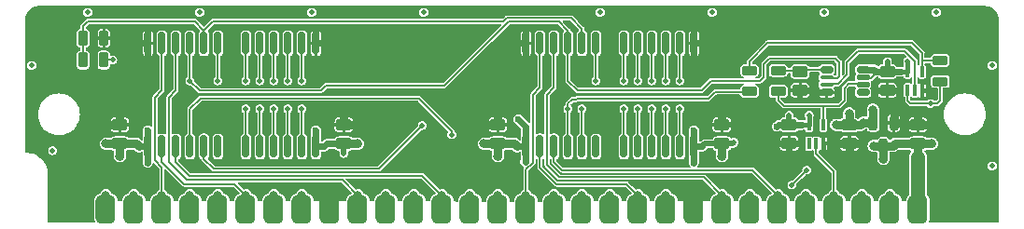
<source format=gtl>
G04 #@! TF.GenerationSoftware,KiCad,Pcbnew,7.0.1-0*
G04 #@! TF.CreationDate,2023-11-01T19:37:58-04:00*
G04 #@! TF.ProjectId,GW4194,47573431-3934-42e6-9b69-6361645f7063,1.1-SOJ-DC*
G04 #@! TF.SameCoordinates,Original*
G04 #@! TF.FileFunction,Copper,L1,Top*
G04 #@! TF.FilePolarity,Positive*
%FSLAX46Y46*%
G04 Gerber Fmt 4.6, Leading zero omitted, Abs format (unit mm)*
G04 Created by KiCad (PCBNEW 7.0.1-0) date 2023-11-01 19:37:58*
%MOMM*%
%LPD*%
G01*
G04 APERTURE LIST*
G04 Aperture macros list*
%AMRoundRect*
0 Rectangle with rounded corners*
0 $1 Rounding radius*
0 $2 $3 $4 $5 $6 $7 $8 $9 X,Y pos of 4 corners*
0 Add a 4 corners polygon primitive as box body*
4,1,4,$2,$3,$4,$5,$6,$7,$8,$9,$2,$3,0*
0 Add four circle primitives for the rounded corners*
1,1,$1+$1,$2,$3*
1,1,$1+$1,$4,$5*
1,1,$1+$1,$6,$7*
1,1,$1+$1,$8,$9*
0 Add four rect primitives between the rounded corners*
20,1,$1+$1,$2,$3,$4,$5,0*
20,1,$1+$1,$4,$5,$6,$7,0*
20,1,$1+$1,$6,$7,$8,$9,0*
20,1,$1+$1,$8,$9,$2,$3,0*%
G04 Aperture macros list end*
G04 #@! TA.AperFunction,SMDPad,CuDef*
%ADD10RoundRect,0.262500X0.437500X-0.262500X0.437500X0.262500X-0.437500X0.262500X-0.437500X-0.262500X0*%
G04 #@! TD*
G04 #@! TA.AperFunction,ComponentPad*
%ADD11C,0.800000*%
G04 #@! TD*
G04 #@! TA.AperFunction,SMDPad,CuDef*
%ADD12RoundRect,0.444500X-0.444500X-0.825500X0.444500X-0.825500X0.444500X0.825500X-0.444500X0.825500X0*%
G04 #@! TD*
G04 #@! TA.AperFunction,SMDPad,CuDef*
%ADD13RoundRect,0.212500X0.212500X0.487500X-0.212500X0.487500X-0.212500X-0.487500X0.212500X-0.487500X0*%
G04 #@! TD*
G04 #@! TA.AperFunction,SMDPad,CuDef*
%ADD14RoundRect,0.212500X-0.212500X-0.487500X0.212500X-0.487500X0.212500X0.487500X-0.212500X0.487500X0*%
G04 #@! TD*
G04 #@! TA.AperFunction,SMDPad,CuDef*
%ADD15RoundRect,0.262500X-0.437500X0.262500X-0.437500X-0.262500X0.437500X-0.262500X0.437500X0.262500X0*%
G04 #@! TD*
G04 #@! TA.AperFunction,SMDPad,CuDef*
%ADD16RoundRect,0.212500X-0.487500X0.212500X-0.487500X-0.212500X0.487500X-0.212500X0.487500X0.212500X0*%
G04 #@! TD*
G04 #@! TA.AperFunction,SMDPad,CuDef*
%ADD17RoundRect,0.100000X0.100000X-0.400000X0.100000X0.400000X-0.100000X0.400000X-0.100000X-0.400000X0*%
G04 #@! TD*
G04 #@! TA.AperFunction,SMDPad,CuDef*
%ADD18RoundRect,0.200000X-0.200000X0.475000X-0.200000X-0.475000X0.200000X-0.475000X0.200000X0.475000X0*%
G04 #@! TD*
G04 #@! TA.AperFunction,SMDPad,CuDef*
%ADD19RoundRect,0.212500X0.487500X-0.212500X0.487500X0.212500X-0.487500X0.212500X-0.487500X-0.212500X0*%
G04 #@! TD*
G04 #@! TA.AperFunction,SMDPad,CuDef*
%ADD20RoundRect,0.150000X0.150000X-0.866000X0.150000X0.866000X-0.150000X0.866000X-0.150000X-0.866000X0*%
G04 #@! TD*
G04 #@! TA.AperFunction,SMDPad,CuDef*
%ADD21RoundRect,0.150000X-0.425000X-0.150000X0.425000X-0.150000X0.425000X0.150000X-0.425000X0.150000X0*%
G04 #@! TD*
G04 #@! TA.AperFunction,SMDPad,CuDef*
%ADD22RoundRect,0.100000X-0.475000X-0.100000X0.475000X-0.100000X0.475000X0.100000X-0.475000X0.100000X0*%
G04 #@! TD*
G04 #@! TA.AperFunction,SMDPad,CuDef*
%ADD23RoundRect,0.112500X-0.462500X-0.112500X0.462500X-0.112500X0.462500X0.112500X-0.462500X0.112500X0*%
G04 #@! TD*
G04 #@! TA.AperFunction,ViaPad*
%ADD24C,0.508000*%
G04 #@! TD*
G04 #@! TA.AperFunction,ViaPad*
%ADD25C,0.800000*%
G04 #@! TD*
G04 #@! TA.AperFunction,ViaPad*
%ADD26C,0.500000*%
G04 #@! TD*
G04 #@! TA.AperFunction,ViaPad*
%ADD27C,0.600000*%
G04 #@! TD*
G04 #@! TA.AperFunction,ViaPad*
%ADD28C,1.000000*%
G04 #@! TD*
G04 #@! TA.AperFunction,Conductor*
%ADD29C,0.800000*%
G04 #@! TD*
G04 #@! TA.AperFunction,Conductor*
%ADD30C,0.600000*%
G04 #@! TD*
G04 #@! TA.AperFunction,Conductor*
%ADD31C,0.762000*%
G04 #@! TD*
G04 #@! TA.AperFunction,Conductor*
%ADD32C,0.508000*%
G04 #@! TD*
G04 #@! TA.AperFunction,Conductor*
%ADD33C,1.270000*%
G04 #@! TD*
G04 #@! TA.AperFunction,Conductor*
%ADD34C,0.152400*%
G04 #@! TD*
G04 #@! TA.AperFunction,Conductor*
%ADD35C,0.450000*%
G04 #@! TD*
G04 #@! TA.AperFunction,Conductor*
%ADD36C,0.400000*%
G04 #@! TD*
G04 #@! TA.AperFunction,Conductor*
%ADD37C,0.150000*%
G04 #@! TD*
G04 APERTURE END LIST*
D10*
X85090000Y-94107000D03*
X85090000Y-92407000D03*
X105410000Y-94107000D03*
X105410000Y-92407000D03*
X119380000Y-94107000D03*
X119380000Y-92407000D03*
X157480000Y-94107000D03*
X157480000Y-92407000D03*
D11*
X83820000Y-98806000D03*
D12*
X83820000Y-100076000D03*
D11*
X86360000Y-98806000D03*
D12*
X86360000Y-100076000D03*
D11*
X88900000Y-98806000D03*
D12*
X88900000Y-100076000D03*
D11*
X91440000Y-98806000D03*
D12*
X91440000Y-100076000D03*
D11*
X93980000Y-98806000D03*
D12*
X93980000Y-100076000D03*
D11*
X96520000Y-98806000D03*
D12*
X96520000Y-100076000D03*
D11*
X99060000Y-98806000D03*
D12*
X99060000Y-100076000D03*
D11*
X101600000Y-98806000D03*
D12*
X101600000Y-100076000D03*
D11*
X104140000Y-98806000D03*
D12*
X104140000Y-100076000D03*
D11*
X106680000Y-98806000D03*
D12*
X106680000Y-100076000D03*
D11*
X109220000Y-98806000D03*
D12*
X109220000Y-100076000D03*
D11*
X111760000Y-98806000D03*
D12*
X111760000Y-100076000D03*
D11*
X114300000Y-98806000D03*
D12*
X114300000Y-100076000D03*
D11*
X116840000Y-98806000D03*
D12*
X116840000Y-100076000D03*
D11*
X119380000Y-98806000D03*
D12*
X119380000Y-100076000D03*
D11*
X121920000Y-98806000D03*
D12*
X121920000Y-100076000D03*
D11*
X124460000Y-98806000D03*
D12*
X124460000Y-100076000D03*
D11*
X127000000Y-98806000D03*
D12*
X127000000Y-100076000D03*
D11*
X129540000Y-98806000D03*
D12*
X129540000Y-100076000D03*
D11*
X132080000Y-98806000D03*
D12*
X132080000Y-100076000D03*
D11*
X134620000Y-98806000D03*
D12*
X134620000Y-100076000D03*
D11*
X137160000Y-98806000D03*
D12*
X137160000Y-100076000D03*
D11*
X139700000Y-98806000D03*
D12*
X139700000Y-100076000D03*
D11*
X142240000Y-98806000D03*
D12*
X142240000Y-100076000D03*
D11*
X144780000Y-98806000D03*
D12*
X144780000Y-100076000D03*
D11*
X147320000Y-98806000D03*
D12*
X147320000Y-100076000D03*
D11*
X149860000Y-98806000D03*
D12*
X149860000Y-100076000D03*
D11*
X152400000Y-98806000D03*
D12*
X152400000Y-100076000D03*
D11*
X154940000Y-98806000D03*
D12*
X154940000Y-100076000D03*
D11*
X157480000Y-98806000D03*
D12*
X157480000Y-100076000D03*
D13*
X83650000Y-86500000D03*
X81750000Y-86500000D03*
D14*
X81750000Y-84500000D03*
X83650000Y-84500000D03*
D15*
X146800000Y-87550000D03*
X146800000Y-89250000D03*
D16*
X144800000Y-87450000D03*
X144800000Y-89350000D03*
D17*
X147600000Y-94100000D03*
X148250000Y-94100000D03*
X148900000Y-94100000D03*
X148900000Y-92400000D03*
X147600000Y-92400000D03*
X156550000Y-89250000D03*
X157200000Y-89250000D03*
X157850000Y-89250000D03*
X157850000Y-87550000D03*
X156550000Y-87550000D03*
D15*
X154700000Y-87550000D03*
X154700000Y-89250000D03*
D18*
X155300000Y-92200000D03*
X153400000Y-92200000D03*
X154350000Y-94300000D03*
D15*
X151250000Y-92400000D03*
X151250000Y-94100000D03*
D19*
X142200000Y-89350000D03*
X142200000Y-87450000D03*
D15*
X145800000Y-92400000D03*
X145800000Y-94100000D03*
D20*
X121920000Y-94361000D03*
X123190000Y-94361000D03*
X124460000Y-94361000D03*
X125730000Y-94361000D03*
X127000000Y-94361000D03*
X128270000Y-94361000D03*
X130810000Y-94361000D03*
X132080000Y-94361000D03*
X133350000Y-94361000D03*
X134620000Y-94361000D03*
X135890000Y-94361000D03*
X137160000Y-94361000D03*
X137160000Y-84963000D03*
X135890000Y-84963000D03*
X134620000Y-84963000D03*
X133350000Y-84963000D03*
X132080000Y-84963000D03*
X130810000Y-84963000D03*
X128270000Y-84963000D03*
X127000000Y-84963000D03*
X125730000Y-84963000D03*
X124460000Y-84963000D03*
X123190000Y-84963000D03*
X121920000Y-84963000D03*
X87630000Y-94361000D03*
X88900000Y-94361000D03*
X90170000Y-94361000D03*
X91440000Y-94361000D03*
X92710000Y-94361000D03*
X93980000Y-94361000D03*
X96520000Y-94361000D03*
X97790000Y-94361000D03*
X99060000Y-94361000D03*
X100330000Y-94361000D03*
X101600000Y-94361000D03*
X102870000Y-94361000D03*
X102870000Y-84963000D03*
X101600000Y-84963000D03*
X100330000Y-84963000D03*
X99060000Y-84963000D03*
X97790000Y-84963000D03*
X96520000Y-84963000D03*
X93980000Y-84963000D03*
X92710000Y-84963000D03*
X91440000Y-84963000D03*
X90170000Y-84963000D03*
X88900000Y-84963000D03*
X87630000Y-84963000D03*
D10*
X139700000Y-94107000D03*
X139700000Y-92407000D03*
D21*
X149200000Y-87350000D03*
D22*
X149200000Y-88075000D03*
X149200000Y-88725000D03*
D21*
X149200000Y-89450000D03*
X152500000Y-89450000D03*
D23*
X152500000Y-88725000D03*
X152500000Y-88075000D03*
D21*
X152500000Y-87350000D03*
D16*
X159500000Y-86550000D03*
X159500000Y-88450000D03*
D24*
X77089000Y-86995000D03*
X164211000Y-86995000D03*
X164211000Y-96139000D03*
X78994000Y-94742000D03*
X159131000Y-82169000D03*
X148971000Y-82169000D03*
X92329000Y-82169000D03*
X102489000Y-82169000D03*
X138811000Y-82169000D03*
X82169000Y-82169000D03*
X112649000Y-82169000D03*
X128651000Y-82169000D03*
D25*
X155250000Y-94300000D03*
X154350000Y-95500000D03*
X153450000Y-94300000D03*
D26*
X121856500Y-95758000D03*
D27*
X121221500Y-91884500D03*
D24*
X105410000Y-94996000D03*
X140779500Y-93980000D03*
D27*
X87630000Y-92900500D03*
D25*
X83820000Y-94107000D03*
X119380000Y-95250000D03*
X85090000Y-95250000D03*
D27*
X86868000Y-94361000D03*
X137160000Y-95821500D03*
D25*
X139700000Y-95250000D03*
D27*
X137922000Y-94361000D03*
D25*
X158750000Y-94107000D03*
D27*
X121158000Y-94361000D03*
X137160000Y-92900500D03*
D25*
X118110000Y-94107000D03*
D27*
X87630000Y-95821500D03*
X103632000Y-94361000D03*
D25*
X106680000Y-94107000D03*
D28*
X157480000Y-95377000D03*
D27*
X102870000Y-92900500D03*
D24*
X146050000Y-97853500D03*
X147400000Y-96500000D03*
X158600000Y-90450000D03*
X127000000Y-90932000D03*
X112522000Y-92456000D03*
X84450000Y-86500000D03*
X91440000Y-88392000D03*
X112776000Y-95377000D03*
X110617000Y-93345000D03*
X95250000Y-90932000D03*
X112395000Y-89408000D03*
X119634000Y-89408000D03*
X111252000Y-97536000D03*
X117729000Y-97917000D03*
X118872000Y-97536000D03*
X139065000Y-97409000D03*
X89408000Y-97028000D03*
X88074500Y-97282000D03*
X114173000Y-92964000D03*
X114935000Y-91948000D03*
X114681000Y-95758000D03*
X144145000Y-97409000D03*
X143129000Y-96393000D03*
X88900000Y-90043000D03*
X87630000Y-90043000D03*
X90170000Y-90043000D03*
X91948000Y-89662000D03*
X126238000Y-89598500D03*
X112395000Y-93472000D03*
X113411000Y-91948000D03*
X116205000Y-92964000D03*
X111506000Y-92583000D03*
X121412000Y-97536000D03*
X122428000Y-97536000D03*
X110363000Y-95377000D03*
X163957000Y-82423000D03*
X164147500Y-100647500D03*
X79184500Y-100647500D03*
X77152500Y-94297500D03*
X77089000Y-91440000D03*
X79883000Y-84709000D03*
X161290000Y-93853000D03*
X161290000Y-98552000D03*
X80899000Y-97790000D03*
X79883000Y-88900000D03*
X133350000Y-98298000D03*
X110109000Y-97917000D03*
X102743000Y-97917000D03*
X99949000Y-97917000D03*
X97409000Y-97917000D03*
X158623000Y-96139000D03*
X111569500Y-94234000D03*
X104013000Y-89408000D03*
X108839000Y-95377000D03*
X112014000Y-90551000D03*
X164211000Y-91567000D03*
X77343000Y-82423000D03*
X154051000Y-82169000D03*
X87249000Y-82169000D03*
X97409000Y-82169000D03*
X143891000Y-82169000D03*
X110109000Y-84963000D03*
X115189000Y-84963000D03*
X126111000Y-83502500D03*
X107569000Y-82169000D03*
X117729000Y-82169000D03*
X123571000Y-82169000D03*
X133731000Y-82169000D03*
X128270000Y-98298000D03*
X143510000Y-98298000D03*
X157350000Y-86050000D03*
D25*
X156200000Y-92200000D03*
D24*
X148050000Y-86850000D03*
X155650000Y-86200000D03*
X143000000Y-86550000D03*
X140950000Y-88900000D03*
D25*
X117729000Y-91821000D03*
D27*
X87630000Y-86423500D03*
D25*
X150000000Y-94100000D03*
D27*
X137160000Y-86423500D03*
D24*
X84450000Y-84500000D03*
D27*
X145800000Y-95050000D03*
D24*
X140779500Y-92519500D03*
D25*
X151250000Y-95150000D03*
X158750000Y-92456000D03*
D27*
X148200000Y-89450000D03*
X102870000Y-83520700D03*
X146900000Y-93950000D03*
X137922000Y-84963000D03*
X153550000Y-89050000D03*
D25*
X85090000Y-91313000D03*
D24*
X148900000Y-95000000D03*
D25*
X106807000Y-92075000D03*
D26*
X103695500Y-84963000D03*
D25*
X105410000Y-91313000D03*
D27*
X144700000Y-93950000D03*
D26*
X121221500Y-84963000D03*
D27*
X87630000Y-83520700D03*
D25*
X157480000Y-91313000D03*
D24*
X158450000Y-89250000D03*
D25*
X139700000Y-91186000D03*
X83820000Y-92456000D03*
D27*
X121921449Y-83520700D03*
X137160000Y-83502500D03*
D24*
X93027500Y-96520000D03*
D25*
X119380000Y-91313000D03*
D27*
X155800000Y-89100000D03*
D25*
X155300000Y-91000000D03*
D24*
X129540000Y-90932000D03*
D25*
X152500000Y-94100000D03*
D27*
X86868000Y-84963000D03*
D24*
X146800000Y-90150000D03*
X132080000Y-90932000D03*
X100330000Y-90932000D03*
X99060000Y-90932000D03*
X133350000Y-90932000D03*
X97790000Y-90932000D03*
X134620000Y-90932000D03*
X135890000Y-90932000D03*
X96520000Y-90932000D03*
X93980000Y-88392000D03*
X135890000Y-88392000D03*
X96520000Y-88392000D03*
X134620000Y-88392000D03*
X133350000Y-88392000D03*
X97790000Y-88392000D03*
X132080000Y-88392000D03*
X99060000Y-88392000D03*
X130810000Y-88392000D03*
X100330000Y-88392000D03*
X101600000Y-90932000D03*
X130810000Y-90932000D03*
X101600000Y-88392000D03*
X128270000Y-88392000D03*
X125730000Y-90932000D03*
X115189000Y-93281500D03*
D27*
X146950000Y-92400000D03*
D24*
X147600000Y-91500000D03*
X154700000Y-86650000D03*
D25*
X150050000Y-92400000D03*
D24*
X145800000Y-91500000D03*
D25*
X153400000Y-91000000D03*
D27*
X144700000Y-92550000D03*
D25*
X152500000Y-92200000D03*
D24*
X156550000Y-86650000D03*
D25*
X151250000Y-91350000D03*
D27*
X153500000Y-87350000D03*
X155900000Y-87550000D03*
D29*
X154350000Y-94300000D02*
X155250000Y-94300000D01*
X154350000Y-94300000D02*
X153450000Y-94300000D01*
X154350000Y-94300000D02*
X154350000Y-95500000D01*
D30*
X105410000Y-94107000D02*
X103886000Y-94107000D01*
D31*
X119380000Y-94107000D02*
X118110000Y-94107000D01*
D32*
X138176000Y-94107000D02*
X137922000Y-94361000D01*
D29*
X155443000Y-94107000D02*
X155250000Y-94300000D01*
D30*
X87630000Y-94361000D02*
X87630000Y-92900500D01*
D32*
X140652500Y-94107000D02*
X140779500Y-93980000D01*
D33*
X157480000Y-98806000D02*
X157480000Y-95377000D01*
D30*
X87630000Y-94361000D02*
X87630000Y-95821500D01*
D32*
X139700000Y-94107000D02*
X138176000Y-94107000D01*
X105410000Y-94107000D02*
X105410000Y-94996000D01*
D30*
X87630000Y-94361000D02*
X86868000Y-94361000D01*
D31*
X119380000Y-94107000D02*
X119380000Y-95250000D01*
X120904000Y-94107000D02*
X121158000Y-94361000D01*
X119380000Y-94107000D02*
X120904000Y-94107000D01*
X105410000Y-94107000D02*
X106680000Y-94107000D01*
D30*
X121920000Y-92583000D02*
X121920000Y-94361000D01*
D31*
X85090000Y-94107000D02*
X85090000Y-95250000D01*
D30*
X121221500Y-91884500D02*
X121920000Y-92583000D01*
D31*
X85090000Y-94107000D02*
X86614000Y-94107000D01*
D29*
X157480000Y-94107000D02*
X158750000Y-94107000D01*
D31*
X85090000Y-94107000D02*
X83820000Y-94107000D01*
D30*
X137160000Y-94361000D02*
X137922000Y-94361000D01*
X137160000Y-94361000D02*
X137160000Y-92900500D01*
X121920000Y-94361000D02*
X121920000Y-95694500D01*
X103886000Y-94107000D02*
X103632000Y-94361000D01*
D31*
X139700000Y-94107000D02*
X139700000Y-95250000D01*
D30*
X137160000Y-94361000D02*
X137160000Y-95821500D01*
X121920000Y-94361000D02*
X121158000Y-94361000D01*
D31*
X86614000Y-94107000D02*
X86868000Y-94361000D01*
D29*
X157480000Y-94107000D02*
X155443000Y-94107000D01*
D30*
X121920000Y-95694500D02*
X121856500Y-95758000D01*
D31*
X157480000Y-95377000D02*
X157480000Y-94107000D01*
D30*
X102870000Y-94361000D02*
X102870000Y-92900500D01*
X102870000Y-94361000D02*
X103632000Y-94361000D01*
D32*
X139700000Y-94107000D02*
X140652500Y-94107000D01*
D34*
X88900000Y-96266000D02*
X88265000Y-95631000D01*
X88265000Y-89916000D02*
X88900000Y-89281000D01*
X88265000Y-95631000D02*
X88265000Y-89916000D01*
X88900000Y-98806000D02*
X88900000Y-96266000D01*
X88900000Y-89281000D02*
X88900000Y-85962000D01*
X96520000Y-98806000D02*
X95504000Y-97790000D01*
X95504000Y-97790000D02*
X90932000Y-97790000D01*
X90932000Y-97790000D02*
X88900000Y-95758000D01*
X88900000Y-95758000D02*
X88900000Y-94112000D01*
X156550000Y-89250000D02*
X156550000Y-90200000D01*
X156800000Y-90450000D02*
X158600000Y-90450000D01*
X159250000Y-90450000D02*
X158600000Y-90450000D01*
X146748500Y-97155000D02*
X146050000Y-97853500D01*
X159500000Y-90200000D02*
X159250000Y-90450000D01*
X156550000Y-90200000D02*
X156800000Y-90450000D01*
X147400000Y-96500000D02*
X146748500Y-97151500D01*
X159500000Y-88450000D02*
X159500000Y-90200000D01*
X146748500Y-97151500D02*
X146748500Y-97155000D01*
X127000000Y-94112000D02*
X127000000Y-90932000D01*
X92710000Y-95504000D02*
X92710000Y-93362000D01*
X112522000Y-92456000D02*
X108585000Y-96393000D01*
X149860000Y-96660000D02*
X149860000Y-98806000D01*
X108585000Y-96393000D02*
X93599000Y-96393000D01*
X148250000Y-94100000D02*
X148250000Y-95050000D01*
X93599000Y-96393000D02*
X92710000Y-95504000D01*
X148250000Y-95050000D02*
X149860000Y-96660000D01*
X124904500Y-82994500D02*
X125730000Y-83820000D01*
X144000000Y-86350000D02*
X150000000Y-86350000D01*
X103759000Y-88836500D02*
X114490500Y-88836500D01*
X137850000Y-89250000D02*
X138700000Y-88400000D01*
X91440000Y-88392000D02*
X92329000Y-89281000D01*
X143150000Y-88400000D02*
X143500000Y-88050000D01*
X92329000Y-89281000D02*
X103314500Y-89281000D01*
X150350000Y-86700000D02*
X150350000Y-88000000D01*
X114490500Y-88836500D02*
X120332500Y-82994500D01*
X150000000Y-86350000D02*
X150350000Y-86700000D01*
X138700000Y-88400000D02*
X143150000Y-88400000D01*
X84450000Y-86500000D02*
X83650000Y-86500000D01*
X125730000Y-88392000D02*
X126588000Y-89250000D01*
X125730000Y-83820000D02*
X125730000Y-88392000D01*
X126588000Y-89250000D02*
X137850000Y-89250000D01*
X150200000Y-88150000D02*
X149325000Y-88150000D01*
X103314500Y-89281000D02*
X103759000Y-88836500D01*
X120332500Y-82994500D02*
X124904500Y-82994500D01*
X143500000Y-88050000D02*
X143500000Y-86850000D01*
X143500000Y-86850000D02*
X144000000Y-86350000D01*
X91440000Y-88392000D02*
X91440000Y-85212000D01*
X150350000Y-88000000D02*
X150200000Y-88150000D01*
X90170000Y-85962000D02*
X90170000Y-89281000D01*
X105283000Y-97409000D02*
X106680000Y-98806000D01*
X89535000Y-95758000D02*
X91186000Y-97409000D01*
X90170000Y-89281000D02*
X89535000Y-89916000D01*
X91186000Y-97409000D02*
X105283000Y-97409000D01*
X89535000Y-89916000D02*
X89535000Y-95758000D01*
X91440000Y-97028000D02*
X112522000Y-97028000D01*
X90170000Y-95758000D02*
X91440000Y-97028000D01*
X90170000Y-94112000D02*
X90170000Y-95758000D01*
X112522000Y-97028000D02*
X114300000Y-98806000D01*
D29*
X155300000Y-92200000D02*
X156200000Y-92200000D01*
X155300000Y-92200000D02*
X155300000Y-91000000D01*
D30*
X146750000Y-94100000D02*
X146900000Y-93950000D01*
X87630000Y-84963000D02*
X87630000Y-83520700D01*
D31*
X105410000Y-92407000D02*
X105410000Y-91313000D01*
D29*
X151250000Y-94100000D02*
X151250000Y-95150000D01*
D30*
X87630000Y-84963000D02*
X87630000Y-86423500D01*
X153750000Y-89250000D02*
X153550000Y-89050000D01*
X154700000Y-89250000D02*
X153750000Y-89250000D01*
X145800000Y-94100000D02*
X146750000Y-94100000D01*
X137160000Y-84963000D02*
X137922000Y-84963000D01*
D29*
X156407000Y-92407000D02*
X156200000Y-92200000D01*
D30*
X148000000Y-89250000D02*
X148200000Y-89450000D01*
X149200000Y-89450000D02*
X148200000Y-89450000D01*
D31*
X106475000Y-92407000D02*
X106807000Y-92075000D01*
D30*
X121920000Y-84963000D02*
X121920000Y-83522149D01*
D31*
X118315000Y-92407000D02*
X117729000Y-91821000D01*
D30*
X146800000Y-89250000D02*
X148000000Y-89250000D01*
D29*
X151250000Y-94100000D02*
X152500000Y-94100000D01*
D31*
X83869000Y-92407000D02*
X83820000Y-92456000D01*
X85090000Y-92407000D02*
X85090000Y-91313000D01*
D29*
X157480000Y-92407000D02*
X158701000Y-92407000D01*
D30*
X102870000Y-84963000D02*
X102870000Y-83520700D01*
X102870000Y-84963000D02*
X103695500Y-84963000D01*
X144850000Y-94100000D02*
X144700000Y-93950000D01*
X121920000Y-84963000D02*
X121920000Y-86169500D01*
D34*
X83650000Y-84500000D02*
X84450000Y-84500000D01*
D32*
X140667000Y-92407000D02*
X140779500Y-92519500D01*
D35*
X157850000Y-89250000D02*
X158450000Y-89250000D01*
D30*
X87630000Y-84963000D02*
X86868000Y-84963000D01*
X137160000Y-84963000D02*
X137160000Y-83502500D01*
X145800000Y-94100000D02*
X144850000Y-94100000D01*
D31*
X105410000Y-92407000D02*
X106475000Y-92407000D01*
D30*
X121920000Y-84963000D02*
X121221500Y-84963000D01*
X154700000Y-89250000D02*
X155650000Y-89250000D01*
D29*
X151250000Y-94100000D02*
X150000000Y-94100000D01*
D30*
X121920000Y-83522149D02*
X121921449Y-83520700D01*
D31*
X119380000Y-92407000D02*
X118315000Y-92407000D01*
D29*
X157480000Y-92407000D02*
X156407000Y-92407000D01*
D31*
X139700000Y-92407000D02*
X139700000Y-91186000D01*
D29*
X157480000Y-92407000D02*
X157480000Y-91313000D01*
D30*
X145800000Y-94100000D02*
X145800000Y-95050000D01*
X155650000Y-89250000D02*
X155800000Y-89100000D01*
D31*
X119380000Y-92407000D02*
X119380000Y-91313000D01*
D32*
X146800000Y-89250000D02*
X146800000Y-90150000D01*
X139700000Y-92407000D02*
X140667000Y-92407000D01*
D30*
X137160000Y-84963000D02*
X137160000Y-86423500D01*
D31*
X85090000Y-92407000D02*
X83869000Y-92407000D01*
D36*
X148900000Y-94100000D02*
X148900000Y-95000000D01*
D29*
X158701000Y-92407000D02*
X158750000Y-92456000D01*
D34*
X122555000Y-95821500D02*
X122555000Y-89662000D01*
X122555000Y-95821500D02*
X121920000Y-96456500D01*
X123190000Y-89027000D02*
X122555000Y-89662000D01*
X121920000Y-96456500D02*
X121920000Y-98806000D01*
X123190000Y-85962000D02*
X123190000Y-89027000D01*
X123190000Y-96266000D02*
X124714000Y-97790000D01*
X123190000Y-93362000D02*
X123190000Y-96266000D01*
X124714000Y-97790000D02*
X131064000Y-97790000D01*
X131064000Y-97790000D02*
X132080000Y-98806000D01*
X124460000Y-89027000D02*
X123825000Y-89662000D01*
X123825000Y-89662000D02*
X123825000Y-96012000D01*
X123825000Y-96012000D02*
X124968000Y-97155000D01*
X138049000Y-97155000D02*
X139700000Y-98806000D01*
X124968000Y-97155000D02*
X138049000Y-97155000D01*
X124460000Y-85212000D02*
X124460000Y-89027000D01*
X124460000Y-93362000D02*
X124460000Y-95758000D01*
X125222000Y-96520000D02*
X142494000Y-96520000D01*
X142494000Y-96520000D02*
X144780000Y-98806000D01*
X124460000Y-95758000D02*
X125222000Y-96520000D01*
X100330000Y-94112000D02*
X100330000Y-90932000D01*
X132080000Y-93362000D02*
X132080000Y-90932000D01*
X99060000Y-90932000D02*
X99060000Y-93362000D01*
X133350000Y-94112000D02*
X133350000Y-90932000D01*
X134620000Y-94112000D02*
X134620000Y-90932000D01*
X97790000Y-90932000D02*
X97790000Y-93362000D01*
X135890000Y-94112000D02*
X135890000Y-90932000D01*
X96520000Y-90932000D02*
X96520000Y-93362000D01*
X135890000Y-85212000D02*
X135890000Y-88392000D01*
X93980000Y-85212000D02*
X93980000Y-88392000D01*
X96520000Y-88392000D02*
X96520000Y-85962000D01*
X134620000Y-85962000D02*
X134620000Y-88392000D01*
X97790000Y-88392000D02*
X97790000Y-85962000D01*
X133350000Y-85212000D02*
X133350000Y-88392000D01*
X99060000Y-88392000D02*
X99060000Y-85962000D01*
X132080000Y-85212000D02*
X132080000Y-88392000D01*
X100330000Y-85212000D02*
X100330000Y-88392000D01*
X130810000Y-85212000D02*
X130810000Y-88392000D01*
X101600000Y-94112000D02*
X101600000Y-90932000D01*
X130810000Y-94112000D02*
X130810000Y-90932000D01*
X128270000Y-85212000D02*
X128270000Y-88392000D01*
X101600000Y-85212000D02*
X101600000Y-88392000D01*
X125730000Y-94112000D02*
X125730000Y-90932000D01*
X92392500Y-89979500D02*
X91440000Y-90932000D01*
X115189000Y-93281500D02*
X115189000Y-92964000D01*
X112204500Y-89979500D02*
X92392500Y-89979500D01*
X126428500Y-90106500D02*
X126093500Y-90106500D01*
X125730000Y-90470000D02*
X125730000Y-90932000D01*
X139100000Y-89400000D02*
X138500000Y-90000000D01*
X142200000Y-89350000D02*
X142150000Y-89400000D01*
X138500000Y-90000000D02*
X126535000Y-90000000D01*
X126535000Y-90000000D02*
X126428500Y-90106500D01*
X142150000Y-89400000D02*
X139100000Y-89400000D01*
X115189000Y-92964000D02*
X112204500Y-89979500D01*
X91440000Y-90932000D02*
X91440000Y-94112000D01*
X126093500Y-90106500D02*
X125730000Y-90470000D01*
X127000000Y-83661250D02*
X126015750Y-82677000D01*
X82155500Y-82994500D02*
X91884500Y-82994500D01*
X81750000Y-84500000D02*
X81750000Y-83400000D01*
X119888000Y-82994500D02*
X93535500Y-82994500D01*
X92710000Y-83820000D02*
X92710000Y-85212000D01*
X127000000Y-85212000D02*
X127000000Y-83661250D01*
X81750000Y-84500000D02*
X81750000Y-86500000D01*
X81750000Y-83400000D02*
X82155500Y-82994500D01*
X120205500Y-82677000D02*
X119888000Y-82994500D01*
X91884500Y-82994500D02*
X92710000Y-83820000D01*
X126015750Y-82677000D02*
X120205500Y-82677000D01*
X93535500Y-82994500D02*
X92710000Y-83820000D01*
X152050000Y-85700000D02*
X156300000Y-85700000D01*
X151050000Y-87850000D02*
X151050000Y-86700000D01*
X149325000Y-88650000D02*
X150250000Y-88650000D01*
X151050000Y-86700000D02*
X152050000Y-85700000D01*
X157200000Y-86600000D02*
X157200000Y-89250000D01*
X156300000Y-85700000D02*
X157200000Y-86600000D01*
X150250000Y-88650000D02*
X151050000Y-87850000D01*
D37*
X147000000Y-87350000D02*
X146800000Y-87550000D01*
D34*
X146700000Y-87450000D02*
X146800000Y-87550000D01*
X144800000Y-87450000D02*
X146700000Y-87450000D01*
D37*
X149200000Y-87350000D02*
X147000000Y-87350000D01*
D34*
X146850000Y-87600000D02*
X146800000Y-87550000D01*
D32*
X154700000Y-87550000D02*
X154700000Y-86650000D01*
D30*
X153500000Y-87350000D02*
X153700000Y-87550000D01*
D34*
X153850000Y-87550000D02*
X154700000Y-87550000D01*
D36*
X156550000Y-87550000D02*
X156550000Y-86650000D01*
D30*
X152500000Y-87350000D02*
X153500000Y-87350000D01*
D36*
X147600000Y-92400000D02*
X146950000Y-92400000D01*
X147600000Y-92400000D02*
X147600000Y-91500000D01*
D29*
X151250000Y-92400000D02*
X151250000Y-91350000D01*
X153400000Y-92200000D02*
X153400000Y-91000000D01*
X152300000Y-92400000D02*
X152500000Y-92200000D01*
X151250000Y-92400000D02*
X152300000Y-92400000D01*
X151250000Y-92400000D02*
X150050000Y-92400000D01*
D34*
X153500000Y-87350000D02*
X153500000Y-87900000D01*
D30*
X154700000Y-87550000D02*
X153700000Y-87550000D01*
D34*
X153500000Y-87900000D02*
X153250000Y-88150000D01*
D30*
X145800000Y-92400000D02*
X144850000Y-92400000D01*
D34*
X153500000Y-87900000D02*
X153850000Y-87550000D01*
D32*
X145800000Y-92400000D02*
X145800000Y-91500000D01*
D30*
X145800000Y-92400000D02*
X146950000Y-92400000D01*
D34*
X153250000Y-88150000D02*
X152375000Y-88150000D01*
D30*
X154700000Y-87550000D02*
X155900000Y-87550000D01*
D29*
X153400000Y-92200000D02*
X152500000Y-92200000D01*
D30*
X144850000Y-92400000D02*
X144700000Y-92550000D01*
D36*
X156550000Y-87550000D02*
X155900000Y-87550000D01*
D34*
X148900000Y-90800000D02*
X148750000Y-90650000D01*
X150800000Y-90150000D02*
X150300000Y-90650000D01*
X148750000Y-90650000D02*
X145300000Y-90650000D01*
X151200000Y-88650000D02*
X150800000Y-89050000D01*
X148900000Y-92400000D02*
X148900000Y-90800000D01*
X145300000Y-90650000D02*
X144800000Y-90150000D01*
X152375000Y-88650000D02*
X151200000Y-88650000D01*
X149050000Y-90650000D02*
X148750000Y-90650000D01*
X144800000Y-90150000D02*
X144800000Y-89350000D01*
X150800000Y-89050000D02*
X150800000Y-90150000D01*
X150300000Y-90650000D02*
X149050000Y-90650000D01*
X148900000Y-90800000D02*
X149050000Y-90650000D01*
X157850000Y-86450000D02*
X157950000Y-86550000D01*
X143850000Y-84950000D02*
X142200000Y-86600000D01*
X157850000Y-86450000D02*
X157850000Y-85850000D01*
X157850000Y-86550000D02*
X157850000Y-86450000D01*
X142200000Y-86600000D02*
X142200000Y-87450000D01*
X157850000Y-86650000D02*
X157950000Y-86550000D01*
X157850000Y-85850000D02*
X156950000Y-84950000D01*
X156950000Y-84950000D02*
X143850000Y-84950000D01*
X157850000Y-86650000D02*
X157850000Y-86550000D01*
X157850000Y-87550000D02*
X157850000Y-86650000D01*
X157950000Y-86550000D02*
X157850000Y-86550000D01*
X159500000Y-86550000D02*
X157950000Y-86550000D01*
G04 #@! TA.AperFunction,Conductor*
G36*
X156852734Y-85184824D02*
G01*
X156877130Y-85201126D01*
X157598874Y-85922870D01*
X157615176Y-85947266D01*
X157620900Y-85976044D01*
X157620900Y-86442041D01*
X157620797Y-86445976D01*
X157618351Y-86492644D01*
X157620900Y-86506395D01*
X157620900Y-86534053D01*
X157620488Y-86541914D01*
X157617064Y-86574481D01*
X157617219Y-86574956D01*
X157620900Y-86598195D01*
X157620900Y-86626054D01*
X157619974Y-86637819D01*
X157616102Y-86662257D01*
X157618338Y-86670599D01*
X157620900Y-86690062D01*
X157620900Y-86891906D01*
X157612021Y-86927355D01*
X157587479Y-86954432D01*
X157567669Y-86967668D01*
X157566826Y-86968931D01*
X157529633Y-86997955D01*
X157482470Y-86999113D01*
X157443899Y-86971947D01*
X157429100Y-86927151D01*
X157429100Y-86607959D01*
X157429203Y-86604024D01*
X157429920Y-86590344D01*
X157431334Y-86563360D01*
X157422465Y-86540257D01*
X157419115Y-86528946D01*
X157413969Y-86504735D01*
X157413968Y-86504734D01*
X157408890Y-86497744D01*
X157399526Y-86480497D01*
X157396432Y-86472436D01*
X157378925Y-86454929D01*
X157371267Y-86445962D01*
X157368418Y-86442041D01*
X157356722Y-86425942D01*
X157349239Y-86421621D01*
X157333669Y-86409673D01*
X156901822Y-85977826D01*
X156467630Y-85543633D01*
X156464920Y-85540778D01*
X156437669Y-85510513D01*
X156415058Y-85500445D01*
X156404692Y-85494817D01*
X156383935Y-85481338D01*
X156375402Y-85479986D01*
X156356586Y-85474412D01*
X156348697Y-85470900D01*
X156323946Y-85470900D01*
X156312182Y-85469974D01*
X156309830Y-85469601D01*
X156287742Y-85466102D01*
X156279401Y-85468338D01*
X156259938Y-85470900D01*
X152057979Y-85470900D01*
X152054044Y-85470797D01*
X152038339Y-85469974D01*
X152013361Y-85468665D01*
X152013360Y-85468665D01*
X151990254Y-85477534D01*
X151978945Y-85480884D01*
X151954734Y-85486031D01*
X151947744Y-85491109D01*
X151930501Y-85500472D01*
X151922434Y-85503568D01*
X151904932Y-85521070D01*
X151895964Y-85528729D01*
X151875942Y-85543277D01*
X151871622Y-85550759D01*
X151859673Y-85566329D01*
X150893631Y-86532370D01*
X150890778Y-86535079D01*
X150860514Y-86562330D01*
X150850447Y-86584938D01*
X150844821Y-86595299D01*
X150831338Y-86616064D01*
X150829986Y-86624597D01*
X150824414Y-86643409D01*
X150820900Y-86651303D01*
X150820900Y-86676054D01*
X150819974Y-86687819D01*
X150816102Y-86712257D01*
X150818338Y-86720599D01*
X150820900Y-86740062D01*
X150820900Y-87723955D01*
X150815176Y-87752733D01*
X150798874Y-87777129D01*
X150707474Y-87868529D01*
X150668971Y-87889110D01*
X150625522Y-87884831D01*
X150591773Y-87857134D01*
X150579100Y-87815355D01*
X150579100Y-86707967D01*
X150579203Y-86704033D01*
X150579289Y-86702384D01*
X150581334Y-86663361D01*
X150572463Y-86640253D01*
X150569114Y-86628944D01*
X150567340Y-86620599D01*
X150563969Y-86604735D01*
X150558890Y-86597744D01*
X150549526Y-86580497D01*
X150546432Y-86572436D01*
X150528926Y-86554930D01*
X150521267Y-86545962D01*
X150506722Y-86525941D01*
X150499242Y-86521623D01*
X150483670Y-86509673D01*
X150167630Y-86193633D01*
X150164920Y-86190778D01*
X150137669Y-86160513D01*
X150115058Y-86150445D01*
X150104692Y-86144817D01*
X150083935Y-86131338D01*
X150075402Y-86129986D01*
X150056586Y-86124412D01*
X150048697Y-86120900D01*
X150023946Y-86120900D01*
X150012182Y-86119974D01*
X150009830Y-86119601D01*
X149987742Y-86116102D01*
X149979401Y-86118338D01*
X149959938Y-86120900D01*
X144007967Y-86120900D01*
X144004033Y-86120797D01*
X143963361Y-86118666D01*
X143940254Y-86127535D01*
X143928946Y-86130884D01*
X143904734Y-86136031D01*
X143897746Y-86141108D01*
X143880503Y-86150470D01*
X143872436Y-86153566D01*
X143854932Y-86171070D01*
X143845964Y-86178729D01*
X143825942Y-86193277D01*
X143821622Y-86200759D01*
X143809673Y-86216329D01*
X143343631Y-86682370D01*
X143340778Y-86685079D01*
X143310514Y-86712330D01*
X143300447Y-86734938D01*
X143294821Y-86745299D01*
X143281338Y-86766064D01*
X143279986Y-86774597D01*
X143274414Y-86793409D01*
X143270900Y-86801303D01*
X143270900Y-86826054D01*
X143269974Y-86837819D01*
X143266102Y-86862257D01*
X143268338Y-86870599D01*
X143270900Y-86890062D01*
X143270900Y-87923955D01*
X143265176Y-87952733D01*
X143248874Y-87977130D01*
X143077128Y-88148875D01*
X143052732Y-88165176D01*
X143023954Y-88170900D01*
X142778412Y-88170900D01*
X142735989Y-88157791D01*
X142708356Y-88123036D01*
X142705147Y-88078750D01*
X142727480Y-88040374D01*
X142767570Y-88021286D01*
X142783641Y-88018944D01*
X142793203Y-88017551D01*
X142902761Y-87963992D01*
X142988992Y-87877761D01*
X143042551Y-87768203D01*
X143046301Y-87742464D01*
X143052900Y-87697177D01*
X143052900Y-87202823D01*
X143042551Y-87131797D01*
X142997816Y-87040289D01*
X142988992Y-87022239D01*
X142988991Y-87022238D01*
X142988991Y-87022237D01*
X142902762Y-86936008D01*
X142793202Y-86882448D01*
X142722177Y-86872100D01*
X142722174Y-86872100D01*
X142504300Y-86872100D01*
X142466700Y-86862025D01*
X142439175Y-86834500D01*
X142429100Y-86796900D01*
X142429100Y-86726044D01*
X142434824Y-86697266D01*
X142451126Y-86672870D01*
X143922870Y-85201126D01*
X143947266Y-85184824D01*
X143976044Y-85179100D01*
X156823956Y-85179100D01*
X156852734Y-85184824D01*
G37*
G04 #@! TD.AperFunction*
G04 #@! TA.AperFunction,Conductor*
G36*
X163578947Y-81585531D02*
G01*
X163760755Y-81599840D01*
X163772394Y-81601683D01*
X163946844Y-81643565D01*
X163958060Y-81647209D01*
X164123815Y-81715867D01*
X164134323Y-81721222D01*
X164287290Y-81814961D01*
X164296835Y-81821895D01*
X164433255Y-81938409D01*
X164441590Y-81946744D01*
X164481255Y-81993185D01*
X164558103Y-82083163D01*
X164565038Y-82092709D01*
X164658777Y-82245676D01*
X164664135Y-82256190D01*
X164732789Y-82421936D01*
X164736435Y-82433159D01*
X164778314Y-82607597D01*
X164780160Y-82619252D01*
X164794468Y-82801052D01*
X164794700Y-82806952D01*
X164794700Y-101219500D01*
X164784625Y-101257100D01*
X164757100Y-101284625D01*
X164719500Y-101294700D01*
X158520797Y-101294700D01*
X158475018Y-101279160D01*
X158448159Y-101238963D01*
X158451320Y-101190724D01*
X158506523Y-101057453D01*
X158521900Y-100940655D01*
X158521899Y-99211346D01*
X158506523Y-99094547D01*
X158446328Y-98949222D01*
X158350571Y-98824429D01*
X158297320Y-98783568D01*
X158275655Y-98757169D01*
X158267900Y-98723909D01*
X158267900Y-96139000D01*
X163799028Y-96139000D01*
X163819190Y-96266305D01*
X163877709Y-96381153D01*
X163968846Y-96472290D01*
X163968848Y-96472291D01*
X163968849Y-96472292D01*
X164083694Y-96530809D01*
X164211000Y-96550972D01*
X164338306Y-96530809D01*
X164453151Y-96472292D01*
X164544292Y-96381151D01*
X164602809Y-96266306D01*
X164622972Y-96139000D01*
X164602809Y-96011694D01*
X164544292Y-95896849D01*
X164544291Y-95896848D01*
X164544290Y-95896846D01*
X164453153Y-95805709D01*
X164338305Y-95747190D01*
X164211000Y-95727028D01*
X164083694Y-95747190D01*
X163968846Y-95805709D01*
X163877709Y-95896846D01*
X163819190Y-96011694D01*
X163799028Y-96139000D01*
X158267900Y-96139000D01*
X158267900Y-95332754D01*
X158255653Y-95224058D01*
X158253006Y-95200566D01*
X158194365Y-95032980D01*
X158194364Y-95032977D01*
X158099902Y-94882643D01*
X158080433Y-94863174D01*
X158059333Y-94821763D01*
X158066604Y-94775859D01*
X158099465Y-94742998D01*
X158164710Y-94709755D01*
X158192541Y-94681923D01*
X158216935Y-94665624D01*
X158245713Y-94659900D01*
X158708829Y-94659900D01*
X158718644Y-94660543D01*
X158750000Y-94664671D01*
X158781355Y-94660543D01*
X158784767Y-94660319D01*
X158787815Y-94659900D01*
X158787818Y-94659900D01*
X158823584Y-94654983D01*
X158823696Y-94654968D01*
X158894336Y-94645669D01*
X158894338Y-94645667D01*
X158899100Y-94645041D01*
X158900570Y-94644402D01*
X158900573Y-94644402D01*
X158965375Y-94616254D01*
X158966445Y-94615799D01*
X159028836Y-94589957D01*
X159028841Y-94589952D01*
X159032455Y-94588456D01*
X159039185Y-94584494D01*
X159039973Y-94583852D01*
X159039979Y-94583850D01*
X159092061Y-94541477D01*
X159093620Y-94540245D01*
X159144333Y-94501333D01*
X159144335Y-94501330D01*
X159144862Y-94500926D01*
X159156033Y-94489432D01*
X159157878Y-94487932D01*
X159194494Y-94436057D01*
X159196232Y-94433694D01*
X159232957Y-94385836D01*
X159234024Y-94383258D01*
X159242067Y-94368660D01*
X159245527Y-94363761D01*
X159265591Y-94307304D01*
X159266953Y-94303760D01*
X159288669Y-94251336D01*
X159289506Y-94244971D01*
X159293204Y-94229608D01*
X159296425Y-94220548D01*
X159300268Y-94164350D01*
X159300736Y-94159673D01*
X159303827Y-94136193D01*
X159307671Y-94107000D01*
X159306361Y-94097055D01*
X159305893Y-94082121D01*
X159306797Y-94068914D01*
X159296065Y-94017273D01*
X159295136Y-94011791D01*
X159290075Y-93973346D01*
X159288669Y-93962664D01*
X159283449Y-93950063D01*
X159279299Y-93936589D01*
X159275874Y-93920104D01*
X159269654Y-93908100D01*
X159253254Y-93876450D01*
X159250546Y-93870630D01*
X159232957Y-93828165D01*
X159222458Y-93814483D01*
X159215355Y-93803309D01*
X159205949Y-93785156D01*
X159205947Y-93785152D01*
X159174835Y-93751839D01*
X159170134Y-93746291D01*
X159144332Y-93712666D01*
X159127798Y-93699978D01*
X159118620Y-93691648D01*
X159102208Y-93674076D01*
X159066322Y-93652253D01*
X159059616Y-93647661D01*
X159028835Y-93624042D01*
X159006259Y-93614690D01*
X158995967Y-93609468D01*
X158972348Y-93595106D01*
X158935360Y-93584742D01*
X158926875Y-93581808D01*
X158894334Y-93568330D01*
X158866539Y-93564670D01*
X158856071Y-93562526D01*
X158825995Y-93554100D01*
X158825994Y-93554100D01*
X158791171Y-93554100D01*
X158781356Y-93553457D01*
X158750000Y-93549329D01*
X158718644Y-93553457D01*
X158708829Y-93554100D01*
X158245713Y-93554100D01*
X158216935Y-93548376D01*
X158192541Y-93532076D01*
X158164710Y-93504245D01*
X158164709Y-93504244D01*
X158047465Y-93444506D01*
X157950192Y-93429100D01*
X157009808Y-93429100D01*
X156912534Y-93444506D01*
X156795290Y-93504244D01*
X156781867Y-93517668D01*
X156767458Y-93532076D01*
X156743065Y-93548376D01*
X156714287Y-93554100D01*
X155453714Y-93554100D01*
X155451147Y-93554056D01*
X155448974Y-93553981D01*
X155385925Y-93551827D01*
X155343376Y-93562196D01*
X155335815Y-93563633D01*
X155292427Y-93569597D01*
X155272023Y-93578459D01*
X155259874Y-93582544D01*
X155238260Y-93587811D01*
X155200078Y-93609279D01*
X155193186Y-93612702D01*
X155153021Y-93630149D01*
X155135766Y-93644187D01*
X155125169Y-93651399D01*
X155105777Y-93662303D01*
X155074809Y-93693270D01*
X155069096Y-93698426D01*
X155030004Y-93730232D01*
X154982544Y-93747100D01*
X154951673Y-93747100D01*
X154911852Y-93735691D01*
X154884114Y-93704927D01*
X154841178Y-93617100D01*
X154757899Y-93533821D01*
X154652087Y-93482093D01*
X154583496Y-93472100D01*
X154583494Y-93472100D01*
X154116506Y-93472100D01*
X154116504Y-93472100D01*
X154047912Y-93482093D01*
X153942100Y-93533821D01*
X153858821Y-93617100D01*
X153815886Y-93704927D01*
X153788148Y-93735691D01*
X153748327Y-93747100D01*
X153491171Y-93747100D01*
X153481356Y-93746457D01*
X153450000Y-93742329D01*
X153418644Y-93746457D01*
X153415236Y-93746680D01*
X153376564Y-93751994D01*
X153376144Y-93752050D01*
X153300901Y-93761957D01*
X153234610Y-93790749D01*
X153233432Y-93791249D01*
X153167563Y-93818534D01*
X153160800Y-93822515D01*
X153108012Y-93865461D01*
X153106336Y-93866785D01*
X153055145Y-93906067D01*
X153043978Y-93917557D01*
X153042120Y-93919068D01*
X153005508Y-93970935D01*
X153003734Y-93973346D01*
X152967041Y-94021166D01*
X152965971Y-94023750D01*
X152957935Y-94038332D01*
X152954474Y-94043235D01*
X152934410Y-94099687D01*
X152933028Y-94103280D01*
X152911330Y-94155664D01*
X152910493Y-94162025D01*
X152906797Y-94177384D01*
X152903575Y-94186450D01*
X152899730Y-94242649D01*
X152899262Y-94247329D01*
X152892328Y-94300001D01*
X152893637Y-94309943D01*
X152894105Y-94324883D01*
X152893202Y-94338085D01*
X152903932Y-94389718D01*
X152904861Y-94395201D01*
X152911330Y-94444336D01*
X152916549Y-94456935D01*
X152920700Y-94470410D01*
X152924126Y-94486897D01*
X152946743Y-94530547D01*
X152949449Y-94536364D01*
X152967042Y-94578835D01*
X152977538Y-94592514D01*
X152984645Y-94603694D01*
X152994049Y-94621842D01*
X152994051Y-94621844D01*
X153015118Y-94644402D01*
X153025163Y-94655157D01*
X153029864Y-94660706D01*
X153055354Y-94693926D01*
X153055667Y-94694333D01*
X153072202Y-94707021D01*
X153081377Y-94715349D01*
X153097791Y-94732923D01*
X153133680Y-94754747D01*
X153140382Y-94759337D01*
X153171163Y-94782957D01*
X153193744Y-94792310D01*
X153204027Y-94797527D01*
X153227653Y-94811894D01*
X153262878Y-94821763D01*
X153264645Y-94822258D01*
X153273130Y-94825192D01*
X153305664Y-94838669D01*
X153333462Y-94842328D01*
X153343918Y-94844469D01*
X153374006Y-94852900D01*
X153408829Y-94852900D01*
X153418644Y-94853543D01*
X153450000Y-94857671D01*
X153481355Y-94853543D01*
X153491171Y-94852900D01*
X153721900Y-94852900D01*
X153759500Y-94862975D01*
X153787025Y-94890500D01*
X153797100Y-94928100D01*
X153797100Y-95458829D01*
X153796457Y-95468644D01*
X153792329Y-95500000D01*
X153796457Y-95531356D01*
X153796680Y-95534765D01*
X153801994Y-95573434D01*
X153802050Y-95573854D01*
X153811958Y-95649101D01*
X153840753Y-95715397D01*
X153841253Y-95716576D01*
X153868536Y-95782440D01*
X153872517Y-95789202D01*
X153915481Y-95842012D01*
X153916806Y-95843688D01*
X153950478Y-95887571D01*
X153956071Y-95894859D01*
X153967562Y-95906028D01*
X153969065Y-95907875D01*
X153969066Y-95907875D01*
X153969068Y-95907878D01*
X154020944Y-95944495D01*
X154023332Y-95946254D01*
X154071164Y-95982957D01*
X154073745Y-95984026D01*
X154088335Y-95992065D01*
X154093239Y-95995527D01*
X154149686Y-96015588D01*
X154153251Y-96016958D01*
X154205664Y-96038669D01*
X154212029Y-96039506D01*
X154227385Y-96043202D01*
X154236452Y-96046425D01*
X154292645Y-96050268D01*
X154297324Y-96050736D01*
X154304163Y-96051636D01*
X154350000Y-96057671D01*
X154359944Y-96056361D01*
X154374878Y-96055893D01*
X154388086Y-96056797D01*
X154439756Y-96046059D01*
X154445185Y-96045139D01*
X154494336Y-96038669D01*
X154506930Y-96033451D01*
X154520409Y-96029299D01*
X154536896Y-96025874D01*
X154580563Y-96003246D01*
X154586343Y-96000557D01*
X154628836Y-95982957D01*
X154642513Y-95972460D01*
X154653695Y-95965352D01*
X154671844Y-95955949D01*
X154705167Y-95924826D01*
X154710701Y-95920139D01*
X154716813Y-95915449D01*
X154744333Y-95894333D01*
X154757022Y-95877795D01*
X154765349Y-95868620D01*
X154782923Y-95852209D01*
X154804748Y-95816317D01*
X154809335Y-95809618D01*
X154832957Y-95778836D01*
X154842312Y-95756249D01*
X154847526Y-95745972D01*
X154861894Y-95722347D01*
X154872260Y-95685346D01*
X154875195Y-95676862D01*
X154876858Y-95672849D01*
X154888669Y-95644336D01*
X154892328Y-95616538D01*
X154894470Y-95606077D01*
X154902900Y-95575994D01*
X154902900Y-95541171D01*
X154903543Y-95531356D01*
X154904121Y-95526962D01*
X154907671Y-95500000D01*
X154903543Y-95468644D01*
X154902900Y-95458829D01*
X154902900Y-94928100D01*
X154912975Y-94890500D01*
X154940500Y-94862975D01*
X154978100Y-94852900D01*
X155208829Y-94852900D01*
X155218644Y-94853543D01*
X155250000Y-94857671D01*
X155270666Y-94854949D01*
X155283039Y-94854350D01*
X155307073Y-94855172D01*
X155347885Y-94845225D01*
X155355861Y-94843733D01*
X155394336Y-94838669D01*
X155394337Y-94838668D01*
X155399097Y-94838042D01*
X155400568Y-94837402D01*
X155400573Y-94837402D01*
X155420983Y-94828535D01*
X155433119Y-94824455D01*
X155454741Y-94819187D01*
X155488236Y-94800352D01*
X155496294Y-94796435D01*
X155528836Y-94782957D01*
X155528836Y-94782956D01*
X155532452Y-94781459D01*
X155539186Y-94777494D01*
X155539975Y-94776851D01*
X155539979Y-94776850D01*
X155557244Y-94762803D01*
X155567828Y-94755599D01*
X155587223Y-94744695D01*
X155611849Y-94720067D01*
X155619238Y-94713588D01*
X155624232Y-94709756D01*
X155644333Y-94694333D01*
X155644335Y-94694330D01*
X155644862Y-94693926D01*
X155656033Y-94682432D01*
X155657878Y-94680932D01*
X155657878Y-94680930D01*
X155663001Y-94676764D01*
X155710456Y-94659900D01*
X156714287Y-94659900D01*
X156743065Y-94665624D01*
X156767458Y-94681923D01*
X156787878Y-94702343D01*
X156795291Y-94709756D01*
X156827477Y-94726155D01*
X156860532Y-94742997D01*
X156893395Y-94775859D01*
X156900666Y-94821762D01*
X156879567Y-94863173D01*
X156860098Y-94882642D01*
X156765635Y-95032977D01*
X156706993Y-95200567D01*
X156692100Y-95332754D01*
X156692100Y-98723909D01*
X156684345Y-98757169D01*
X156662679Y-98783569D01*
X156609429Y-98824429D01*
X156513672Y-98949221D01*
X156453477Y-99094546D01*
X156438100Y-99211348D01*
X156438100Y-99242099D01*
X156428046Y-99279663D01*
X156400571Y-99307183D01*
X156363025Y-99317298D01*
X156058201Y-99317800D01*
X156057223Y-99317802D01*
X156019570Y-99307768D01*
X155991995Y-99280238D01*
X155981899Y-99242602D01*
X155981899Y-99211348D01*
X155966523Y-99094547D01*
X155966522Y-99094546D01*
X155906328Y-98949222D01*
X155810571Y-98824429D01*
X155685778Y-98728672D01*
X155540453Y-98668477D01*
X155540450Y-98668476D01*
X155540449Y-98668476D01*
X155521131Y-98665932D01*
X155485171Y-98651035D01*
X155461476Y-98620155D01*
X155422957Y-98527166D01*
X155422957Y-98527165D01*
X155334333Y-98411667D01*
X155276584Y-98367354D01*
X155218837Y-98323043D01*
X155084336Y-98267331D01*
X154940000Y-98248329D01*
X154795664Y-98267331D01*
X154661164Y-98323043D01*
X154545667Y-98411667D01*
X154457042Y-98527165D01*
X154418523Y-98620156D01*
X154394827Y-98651037D01*
X154358865Y-98665933D01*
X154339550Y-98668476D01*
X154339547Y-98668476D01*
X154339547Y-98668477D01*
X154333811Y-98670853D01*
X154194221Y-98728672D01*
X154069429Y-98824429D01*
X153973672Y-98949221D01*
X153913477Y-99094546D01*
X153898100Y-99211348D01*
X153898100Y-99246276D01*
X153888046Y-99283840D01*
X153860571Y-99311360D01*
X153823024Y-99321476D01*
X153517223Y-99321979D01*
X153479570Y-99311945D01*
X153451995Y-99284415D01*
X153441899Y-99246779D01*
X153441899Y-99211348D01*
X153426523Y-99094547D01*
X153426522Y-99094546D01*
X153366328Y-98949222D01*
X153270571Y-98824429D01*
X153145778Y-98728672D01*
X153000453Y-98668477D01*
X153000450Y-98668476D01*
X153000449Y-98668476D01*
X152981131Y-98665932D01*
X152945171Y-98651035D01*
X152921476Y-98620155D01*
X152882957Y-98527166D01*
X152882957Y-98527165D01*
X152794333Y-98411667D01*
X152736584Y-98367354D01*
X152678837Y-98323043D01*
X152544336Y-98267331D01*
X152400000Y-98248329D01*
X152255664Y-98267331D01*
X152121164Y-98323043D01*
X152005667Y-98411667D01*
X151917042Y-98527165D01*
X151878523Y-98620156D01*
X151854827Y-98651037D01*
X151818865Y-98665933D01*
X151799550Y-98668476D01*
X151799547Y-98668476D01*
X151799547Y-98668477D01*
X151793811Y-98670853D01*
X151654221Y-98728672D01*
X151529429Y-98824429D01*
X151433672Y-98949221D01*
X151373477Y-99094546D01*
X151358100Y-99211348D01*
X151358100Y-99250454D01*
X151348046Y-99288018D01*
X151320571Y-99315538D01*
X151283024Y-99325654D01*
X150977223Y-99326157D01*
X150939570Y-99316123D01*
X150911995Y-99288593D01*
X150901899Y-99250957D01*
X150901899Y-99211348D01*
X150886523Y-99094547D01*
X150886522Y-99094546D01*
X150826328Y-98949222D01*
X150730571Y-98824429D01*
X150605778Y-98728672D01*
X150460453Y-98668477D01*
X150460450Y-98668476D01*
X150460449Y-98668476D01*
X150441131Y-98665932D01*
X150405171Y-98651035D01*
X150381476Y-98620155D01*
X150342957Y-98527166D01*
X150342957Y-98527165D01*
X150254333Y-98411667D01*
X150138836Y-98323043D01*
X150135522Y-98321670D01*
X150101774Y-98293974D01*
X150089100Y-98252195D01*
X150089100Y-96667967D01*
X150089203Y-96664033D01*
X150089289Y-96662384D01*
X150091334Y-96623361D01*
X150082463Y-96600253D01*
X150079114Y-96588944D01*
X150077741Y-96582485D01*
X150073969Y-96564735D01*
X150068890Y-96557744D01*
X150059526Y-96540497D01*
X150056432Y-96532436D01*
X150038925Y-96514929D01*
X150031267Y-96505962D01*
X150026935Y-96500000D01*
X150016722Y-96485942D01*
X150009239Y-96481621D01*
X149993669Y-96469673D01*
X148501126Y-94977129D01*
X148484824Y-94952733D01*
X148479100Y-94923955D01*
X148479100Y-94758094D01*
X148487979Y-94722646D01*
X148512519Y-94695569D01*
X148532331Y-94682331D01*
X148532332Y-94682329D01*
X148533669Y-94681436D01*
X148575449Y-94668761D01*
X148617230Y-94681435D01*
X148701518Y-94737756D01*
X148749999Y-94747400D01*
X148750000Y-94747399D01*
X148750000Y-94250000D01*
X149050000Y-94250000D01*
X149050000Y-94747399D01*
X149098481Y-94737756D01*
X149181969Y-94681969D01*
X149237756Y-94598481D01*
X149252400Y-94524862D01*
X149252400Y-94250000D01*
X150397600Y-94250000D01*
X150397600Y-94395155D01*
X150412987Y-94492307D01*
X150472656Y-94609413D01*
X150565586Y-94702343D01*
X150682692Y-94762012D01*
X150779845Y-94777400D01*
X151100000Y-94777400D01*
X151100000Y-94250000D01*
X151400000Y-94250000D01*
X151400000Y-94777400D01*
X151720155Y-94777400D01*
X151817307Y-94762012D01*
X151934413Y-94702343D01*
X152027343Y-94609413D01*
X152087012Y-94492307D01*
X152102400Y-94395155D01*
X152102400Y-94250000D01*
X151400000Y-94250000D01*
X151100000Y-94250000D01*
X150397600Y-94250000D01*
X149252400Y-94250000D01*
X149050000Y-94250000D01*
X148750000Y-94250000D01*
X148750000Y-93452601D01*
X148701517Y-93462243D01*
X148617229Y-93518564D01*
X148575450Y-93531238D01*
X148533671Y-93518564D01*
X148448678Y-93461773D01*
X148402556Y-93452599D01*
X149050000Y-93452599D01*
X149050000Y-93950000D01*
X149252399Y-93950000D01*
X150397600Y-93950000D01*
X151100000Y-93950000D01*
X151100000Y-93422600D01*
X151400000Y-93422600D01*
X151400000Y-93950000D01*
X152102400Y-93950000D01*
X152102400Y-93804845D01*
X152087012Y-93707692D01*
X152027343Y-93590586D01*
X151934413Y-93497656D01*
X151817307Y-93437987D01*
X151720155Y-93422600D01*
X151400000Y-93422600D01*
X151100000Y-93422600D01*
X150779845Y-93422600D01*
X150682692Y-93437987D01*
X150565586Y-93497656D01*
X150472656Y-93590586D01*
X150412987Y-93707692D01*
X150397600Y-93804845D01*
X150397600Y-93950000D01*
X149252399Y-93950000D01*
X149252399Y-93675139D01*
X149237755Y-93601517D01*
X149181970Y-93518030D01*
X149098481Y-93462243D01*
X149050000Y-93452599D01*
X148402556Y-93452599D01*
X148374910Y-93447100D01*
X148125089Y-93447100D01*
X148051324Y-93461772D01*
X148008222Y-93490572D01*
X147967671Y-93517668D01*
X147966779Y-93518264D01*
X147925000Y-93530937D01*
X147883221Y-93518263D01*
X147798678Y-93461773D01*
X147752556Y-93452599D01*
X147724910Y-93447100D01*
X147475089Y-93447100D01*
X147401322Y-93461773D01*
X147317668Y-93517668D01*
X147261772Y-93601321D01*
X147247100Y-93675088D01*
X147247100Y-94524910D01*
X147261773Y-94598677D01*
X147317668Y-94682331D01*
X147401321Y-94738226D01*
X147401323Y-94738227D01*
X147475089Y-94752900D01*
X147724910Y-94752899D01*
X147798677Y-94738227D01*
X147882331Y-94682331D01*
X147882331Y-94682330D01*
X147883221Y-94681736D01*
X147925001Y-94669062D01*
X147966780Y-94681736D01*
X147967667Y-94682329D01*
X147967669Y-94682331D01*
X147987480Y-94695568D01*
X148012021Y-94722646D01*
X148020900Y-94758094D01*
X148020900Y-95042041D01*
X148020797Y-95045976D01*
X148018666Y-95086639D01*
X148027533Y-95109740D01*
X148030883Y-95121050D01*
X148036030Y-95145263D01*
X148041108Y-95152253D01*
X148050472Y-95169500D01*
X148053567Y-95177563D01*
X148053568Y-95177564D01*
X148071069Y-95195065D01*
X148078728Y-95204032D01*
X148093278Y-95224059D01*
X148100756Y-95228376D01*
X148116331Y-95240327D01*
X149608874Y-96732871D01*
X149625176Y-96757267D01*
X149630900Y-96786045D01*
X149630900Y-98252195D01*
X149618227Y-98293973D01*
X149584479Y-98321670D01*
X149581166Y-98323042D01*
X149465667Y-98411667D01*
X149377042Y-98527165D01*
X149338523Y-98620156D01*
X149314827Y-98651037D01*
X149278865Y-98665933D01*
X149259550Y-98668476D01*
X149259547Y-98668476D01*
X149259547Y-98668477D01*
X149253811Y-98670853D01*
X149114221Y-98728672D01*
X148989429Y-98824429D01*
X148893672Y-98949221D01*
X148833477Y-99094546D01*
X148818100Y-99211348D01*
X148818100Y-99254632D01*
X148808046Y-99292196D01*
X148780571Y-99319716D01*
X148743025Y-99329831D01*
X148438201Y-99330333D01*
X148437223Y-99330335D01*
X148399570Y-99320301D01*
X148371995Y-99292771D01*
X148361899Y-99255135D01*
X148361899Y-99211348D01*
X148346523Y-99094547D01*
X148346522Y-99094546D01*
X148286328Y-98949222D01*
X148190571Y-98824429D01*
X148065778Y-98728672D01*
X147920453Y-98668477D01*
X147920450Y-98668476D01*
X147920449Y-98668476D01*
X147901131Y-98665932D01*
X147865171Y-98651035D01*
X147841476Y-98620155D01*
X147802957Y-98527166D01*
X147802957Y-98527165D01*
X147714333Y-98411667D01*
X147656584Y-98367354D01*
X147598837Y-98323043D01*
X147464336Y-98267331D01*
X147320000Y-98248329D01*
X147175664Y-98267331D01*
X147041164Y-98323043D01*
X146925667Y-98411667D01*
X146837042Y-98527165D01*
X146798523Y-98620156D01*
X146774827Y-98651037D01*
X146738865Y-98665933D01*
X146719550Y-98668476D01*
X146719547Y-98668476D01*
X146719547Y-98668477D01*
X146713811Y-98670853D01*
X146574221Y-98728672D01*
X146449429Y-98824429D01*
X146353672Y-98949221D01*
X146293477Y-99094546D01*
X146278100Y-99211348D01*
X146278100Y-99258809D01*
X146268046Y-99296373D01*
X146240571Y-99323893D01*
X146203024Y-99334009D01*
X145897223Y-99334512D01*
X145859570Y-99324478D01*
X145831995Y-99296948D01*
X145821899Y-99259312D01*
X145821899Y-99211348D01*
X145806523Y-99094547D01*
X145806522Y-99094546D01*
X145746328Y-98949222D01*
X145650571Y-98824429D01*
X145525778Y-98728672D01*
X145380453Y-98668477D01*
X145380450Y-98668476D01*
X145380449Y-98668476D01*
X145361131Y-98665932D01*
X145325171Y-98651035D01*
X145301476Y-98620155D01*
X145262957Y-98527166D01*
X145262957Y-98527165D01*
X145174333Y-98411667D01*
X145116584Y-98367354D01*
X145058837Y-98323043D01*
X144924336Y-98267331D01*
X144780000Y-98248329D01*
X144635664Y-98267331D01*
X144635661Y-98267331D01*
X144635661Y-98267332D01*
X144632347Y-98268705D01*
X144588900Y-98272983D01*
X144550398Y-98252402D01*
X144151496Y-97853500D01*
X145638028Y-97853500D01*
X145658190Y-97980805D01*
X145716709Y-98095653D01*
X145807846Y-98186790D01*
X145807848Y-98186791D01*
X145807849Y-98186792D01*
X145922694Y-98245309D01*
X146050000Y-98265472D01*
X146177306Y-98245309D01*
X146292151Y-98186792D01*
X146383292Y-98095651D01*
X146441809Y-97980806D01*
X146461972Y-97853500D01*
X146455936Y-97815392D01*
X146458690Y-97780394D01*
X146477034Y-97750460D01*
X146904873Y-97322621D01*
X146907689Y-97319948D01*
X146937986Y-97292670D01*
X146937986Y-97292668D01*
X146938447Y-97292254D01*
X146953186Y-97270808D01*
X147296960Y-96927034D01*
X147326894Y-96908690D01*
X147361892Y-96905936D01*
X147400000Y-96911972D01*
X147527306Y-96891809D01*
X147642151Y-96833292D01*
X147733292Y-96742151D01*
X147791809Y-96627306D01*
X147811972Y-96500000D01*
X147791809Y-96372694D01*
X147733292Y-96257849D01*
X147733291Y-96257848D01*
X147733290Y-96257846D01*
X147642153Y-96166709D01*
X147527305Y-96108190D01*
X147400000Y-96088028D01*
X147272694Y-96108190D01*
X147157846Y-96166709D01*
X147066709Y-96257846D01*
X147008190Y-96372694D01*
X146988028Y-96500000D01*
X146994062Y-96538102D01*
X146991307Y-96573104D01*
X146972962Y-96603039D01*
X146592131Y-96983870D01*
X146589277Y-96986579D01*
X146558553Y-97014243D01*
X146543814Y-97035687D01*
X146153039Y-97426462D01*
X146123104Y-97444807D01*
X146088102Y-97447562D01*
X146050000Y-97441528D01*
X145922694Y-97461690D01*
X145807846Y-97520209D01*
X145716709Y-97611346D01*
X145658190Y-97726194D01*
X145638028Y-97853500D01*
X144151496Y-97853500D01*
X143620636Y-97322640D01*
X142661630Y-96363633D01*
X142658920Y-96360778D01*
X142631669Y-96330513D01*
X142609058Y-96320445D01*
X142598692Y-96314817D01*
X142577935Y-96301338D01*
X142569402Y-96299986D01*
X142550586Y-96294412D01*
X142542697Y-96290900D01*
X142517946Y-96290900D01*
X142506182Y-96289974D01*
X142503830Y-96289601D01*
X142481742Y-96286102D01*
X142473401Y-96288338D01*
X142453938Y-96290900D01*
X137517200Y-96290900D01*
X137476544Y-96278963D01*
X137448796Y-96246941D01*
X137442765Y-96205000D01*
X137460366Y-96166457D01*
X137470440Y-96154830D01*
X137480384Y-96145281D01*
X137495749Y-96133030D01*
X137516999Y-96101861D01*
X137522290Y-96094991D01*
X137544921Y-96068874D01*
X137553279Y-96050569D01*
X137559551Y-96039449D01*
X137560083Y-96038669D01*
X137572658Y-96020226D01*
X137582713Y-95987624D01*
X137586159Y-95978575D01*
X137599023Y-95950409D01*
X137602401Y-95926910D01*
X137604973Y-95915460D01*
X137612900Y-95889764D01*
X137612900Y-95859272D01*
X137613665Y-95848571D01*
X137614608Y-95842012D01*
X137617557Y-95821500D01*
X137613665Y-95794429D01*
X137612900Y-95783728D01*
X137612900Y-94889100D01*
X137622975Y-94851500D01*
X137650500Y-94823975D01*
X137688100Y-94813900D01*
X137987117Y-94813900D01*
X138015084Y-94805686D01*
X138025048Y-94803483D01*
X138057003Y-94798668D01*
X138079606Y-94787782D01*
X138091029Y-94783387D01*
X138112076Y-94777208D01*
X138139633Y-94759498D01*
X138147636Y-94755021D01*
X138180010Y-94739431D01*
X138195743Y-94724831D01*
X138206232Y-94716697D01*
X138221636Y-94706799D01*
X138245455Y-94679308D01*
X138251122Y-94673446D01*
X138280091Y-94646568D01*
X138289013Y-94631112D01*
X138297305Y-94619470D01*
X138299697Y-94616710D01*
X138306921Y-94608374D01*
X138323522Y-94572020D01*
X138326789Y-94565684D01*
X138334980Y-94551496D01*
X138362506Y-94523974D01*
X138400104Y-94513900D01*
X138823778Y-94513900D01*
X138863070Y-94524981D01*
X138890781Y-94554959D01*
X138912605Y-94597790D01*
X138922245Y-94616710D01*
X138970205Y-94664670D01*
X139015291Y-94709756D01*
X139089173Y-94747400D01*
X139112601Y-94759337D01*
X139125039Y-94765674D01*
X139155018Y-94793386D01*
X139166100Y-94832678D01*
X139166100Y-95079193D01*
X139162305Y-95098268D01*
X139161331Y-95105662D01*
X139161331Y-95105664D01*
X139152927Y-95169500D01*
X139142329Y-95249999D01*
X139161331Y-95394336D01*
X139217043Y-95528837D01*
X139261355Y-95586584D01*
X139305667Y-95644333D01*
X139371764Y-95695051D01*
X139421162Y-95732956D01*
X139421163Y-95732956D01*
X139421164Y-95732957D01*
X139555664Y-95788669D01*
X139700000Y-95807671D01*
X139844336Y-95788669D01*
X139978836Y-95732957D01*
X140094333Y-95644333D01*
X140182957Y-95528836D01*
X140238669Y-95394336D01*
X140257671Y-95250000D01*
X140238669Y-95105664D01*
X140238667Y-95105659D01*
X140237694Y-95098268D01*
X140233900Y-95079193D01*
X140233900Y-94832678D01*
X140244982Y-94793386D01*
X140274961Y-94765674D01*
X140287399Y-94759337D01*
X140384710Y-94709755D01*
X140477755Y-94616710D01*
X140500516Y-94572038D01*
X140509219Y-94554959D01*
X140536930Y-94524981D01*
X140576222Y-94513900D01*
X140716945Y-94513900D01*
X140716946Y-94513900D01*
X140742160Y-94505707D01*
X140753625Y-94502955D01*
X140779806Y-94498809D01*
X140803424Y-94486773D01*
X140814310Y-94482263D01*
X140839532Y-94474070D01*
X140860982Y-94458484D01*
X140871024Y-94452329D01*
X140894651Y-94440292D01*
X140985792Y-94349151D01*
X141084943Y-94250000D01*
X144947600Y-94250000D01*
X144947600Y-94395155D01*
X144962987Y-94492307D01*
X145022656Y-94609413D01*
X145115586Y-94702343D01*
X145232692Y-94762012D01*
X145329845Y-94777400D01*
X145650000Y-94777400D01*
X145650000Y-94250000D01*
X145950000Y-94250000D01*
X145950000Y-94777400D01*
X146270155Y-94777400D01*
X146367307Y-94762012D01*
X146484413Y-94702343D01*
X146577343Y-94609413D01*
X146637012Y-94492307D01*
X146652400Y-94395155D01*
X146652400Y-94250000D01*
X145950000Y-94250000D01*
X145650000Y-94250000D01*
X144947600Y-94250000D01*
X141084943Y-94250000D01*
X141089866Y-94245077D01*
X141089866Y-94245076D01*
X141112792Y-94222151D01*
X141124826Y-94198530D01*
X141130990Y-94188474D01*
X141132460Y-94186452D01*
X141146570Y-94167032D01*
X141154763Y-94141813D01*
X141159273Y-94130927D01*
X141171309Y-94107306D01*
X141175456Y-94081115D01*
X141178207Y-94069657D01*
X141186400Y-94044447D01*
X141186400Y-94017941D01*
X141187326Y-94006178D01*
X141191472Y-93980000D01*
X141187326Y-93953822D01*
X141187025Y-93950000D01*
X144947600Y-93950000D01*
X145650000Y-93950000D01*
X145650000Y-93422600D01*
X145950000Y-93422600D01*
X145950000Y-93950000D01*
X146652400Y-93950000D01*
X146652400Y-93804845D01*
X146637012Y-93707692D01*
X146577343Y-93590586D01*
X146484413Y-93497656D01*
X146367307Y-93437987D01*
X146270155Y-93422600D01*
X145950000Y-93422600D01*
X145650000Y-93422600D01*
X145329845Y-93422600D01*
X145232692Y-93437987D01*
X145115586Y-93497656D01*
X145022656Y-93590586D01*
X144962987Y-93707692D01*
X144947600Y-93804845D01*
X144947600Y-93950000D01*
X141187025Y-93950000D01*
X141186400Y-93942059D01*
X141186400Y-93915556D01*
X141186400Y-93915554D01*
X141178206Y-93890335D01*
X141175454Y-93878867D01*
X141175071Y-93876450D01*
X141171309Y-93852694D01*
X141159276Y-93829079D01*
X141154759Y-93818172D01*
X141146571Y-93792969D01*
X141137694Y-93780751D01*
X141130986Y-93771519D01*
X141124826Y-93761466D01*
X141112792Y-93737849D01*
X141112791Y-93737848D01*
X141112790Y-93737846D01*
X141094054Y-93719110D01*
X141086391Y-93710139D01*
X141070808Y-93688692D01*
X141049359Y-93673108D01*
X141040387Y-93665444D01*
X141021652Y-93646708D01*
X140998037Y-93634675D01*
X140987979Y-93628511D01*
X140966532Y-93612930D01*
X140941316Y-93604736D01*
X140930417Y-93600221D01*
X140906807Y-93588191D01*
X140880621Y-93584043D01*
X140869152Y-93581289D01*
X140843946Y-93573100D01*
X140817441Y-93573100D01*
X140805678Y-93572174D01*
X140779500Y-93568027D01*
X140753322Y-93572174D01*
X140741559Y-93573100D01*
X140715052Y-93573100D01*
X140689840Y-93581291D01*
X140678369Y-93584045D01*
X140652193Y-93588191D01*
X140628574Y-93600224D01*
X140617681Y-93604736D01*
X140592468Y-93612929D01*
X140585792Y-93617780D01*
X140545525Y-93632036D01*
X140503989Y-93622061D01*
X140487357Y-93604532D01*
X140486178Y-93605712D01*
X140384712Y-93504246D01*
X140267465Y-93444506D01*
X140170192Y-93429100D01*
X139229808Y-93429100D01*
X139132534Y-93444506D01*
X139015290Y-93504244D01*
X138922244Y-93597291D01*
X138890781Y-93659041D01*
X138863070Y-93689019D01*
X138823778Y-93700100D01*
X138137758Y-93700100D01*
X138137746Y-93700101D01*
X138111552Y-93700101D01*
X138086348Y-93708289D01*
X138074879Y-93711043D01*
X138048694Y-93715190D01*
X138025076Y-93727224D01*
X138014178Y-93731738D01*
X137988967Y-93739930D01*
X137967521Y-93755511D01*
X137957464Y-93761674D01*
X137933850Y-93773707D01*
X137910925Y-93796631D01*
X137821482Y-93886074D01*
X137797086Y-93902376D01*
X137768308Y-93908100D01*
X137688100Y-93908100D01*
X137650500Y-93898025D01*
X137622975Y-93870500D01*
X137612900Y-93832900D01*
X137612900Y-92938272D01*
X137613665Y-92927571D01*
X137615269Y-92916413D01*
X137617557Y-92900500D01*
X137613665Y-92873429D01*
X137613420Y-92870014D01*
X137612900Y-92866564D01*
X137612900Y-92866557D01*
X137608057Y-92834428D01*
X137599023Y-92771591D01*
X137599022Y-92771589D01*
X137598350Y-92766914D01*
X137597095Y-92764309D01*
X137570339Y-92708750D01*
X137569728Y-92707448D01*
X137544921Y-92653126D01*
X137542998Y-92648915D01*
X137539613Y-92643765D01*
X137538432Y-92642492D01*
X137538431Y-92642490D01*
X137498081Y-92599004D01*
X137496392Y-92597120D01*
X137461628Y-92557000D01*
X138847600Y-92557000D01*
X138847600Y-92702155D01*
X138862987Y-92799307D01*
X138922656Y-92916413D01*
X139015586Y-93009343D01*
X139132692Y-93069012D01*
X139229845Y-93084400D01*
X139550000Y-93084400D01*
X139550000Y-92557000D01*
X139850000Y-92557000D01*
X139850000Y-93084400D01*
X140170155Y-93084400D01*
X140267307Y-93069012D01*
X140384413Y-93009343D01*
X140477343Y-92916413D01*
X140537012Y-92799307D01*
X140552400Y-92702155D01*
X140552400Y-92557000D01*
X139850000Y-92557000D01*
X139550000Y-92557000D01*
X138847600Y-92557000D01*
X137461628Y-92557000D01*
X137458772Y-92553704D01*
X137454349Y-92550001D01*
X144242442Y-92550001D01*
X144244919Y-92567232D01*
X144245632Y-92580739D01*
X144244864Y-92601283D01*
X144254390Y-92636839D01*
X144256186Y-92645596D01*
X144260976Y-92678907D01*
X144269712Y-92698037D01*
X144273942Y-92709804D01*
X144280200Y-92733157D01*
X144296626Y-92759299D01*
X144297862Y-92761265D01*
X144302593Y-92770035D01*
X144315078Y-92797373D01*
X144331212Y-92815993D01*
X144338050Y-92825225D01*
X144342887Y-92832923D01*
X144352837Y-92848759D01*
X144360777Y-92855591D01*
X144375268Y-92868061D01*
X144383047Y-92875814D01*
X144400362Y-92895798D01*
X144424124Y-92911068D01*
X144432521Y-92917332D01*
X144456320Y-92937813D01*
X144480136Y-92948203D01*
X144490719Y-92953865D01*
X144509924Y-92966208D01*
X144521397Y-92969577D01*
X144540486Y-92975182D01*
X144549366Y-92978408D01*
X144581457Y-92992409D01*
X144603676Y-92994912D01*
X144616445Y-92997486D01*
X144634882Y-93002900D01*
X144634883Y-93002900D01*
X144670346Y-93002900D01*
X144678766Y-93003373D01*
X144717125Y-93007695D01*
X144735538Y-93004211D01*
X144749519Y-93002900D01*
X144765117Y-93002900D01*
X144802606Y-92991891D01*
X144809771Y-92990165D01*
X144851273Y-92982314D01*
X144864648Y-92975244D01*
X144878591Y-92969580D01*
X144890076Y-92966208D01*
X144890078Y-92966206D01*
X144890080Y-92966206D01*
X144925952Y-92943152D01*
X144931470Y-92939928D01*
X144944785Y-92932891D01*
X144961559Y-92924025D01*
X145007905Y-92916151D01*
X145049871Y-92937337D01*
X145115287Y-93002753D01*
X145115289Y-93002754D01*
X145115290Y-93002755D01*
X145232534Y-93062493D01*
X145329808Y-93077900D01*
X146270192Y-93077900D01*
X146367466Y-93062493D01*
X146484710Y-93002755D01*
X146577755Y-92909710D01*
X146585781Y-92893957D01*
X146613491Y-92863982D01*
X146652783Y-92852900D01*
X147015117Y-92852900D01*
X147043084Y-92844686D01*
X147053048Y-92842483D01*
X147085003Y-92837668D01*
X147107606Y-92826782D01*
X147119029Y-92822387D01*
X147140076Y-92816208D01*
X147140558Y-92815897D01*
X147144602Y-92814878D01*
X147150452Y-92813161D01*
X147150518Y-92813386D01*
X147187025Y-92804183D01*
X147231134Y-92822915D01*
X147254972Y-92864487D01*
X147261772Y-92898677D01*
X147317668Y-92982331D01*
X147401321Y-93038226D01*
X147401323Y-93038227D01*
X147475089Y-93052900D01*
X147724910Y-93052899D01*
X147798677Y-93038227D01*
X147882331Y-92982331D01*
X147884951Y-92978410D01*
X147938227Y-92898678D01*
X147952900Y-92824912D01*
X147952900Y-92417708D01*
X147953157Y-92411498D01*
X147953286Y-92409943D01*
X147956558Y-92370455D01*
X147955201Y-92365095D01*
X147952900Y-92346636D01*
X147952900Y-91721722D01*
X147961097Y-91687581D01*
X147991809Y-91627306D01*
X147997909Y-91588790D01*
X148011972Y-91500000D01*
X147991809Y-91372694D01*
X147933292Y-91257849D01*
X147933291Y-91257848D01*
X147933290Y-91257846D01*
X147842153Y-91166709D01*
X147727305Y-91108190D01*
X147600000Y-91088028D01*
X147472694Y-91108190D01*
X147357846Y-91166709D01*
X147266709Y-91257846D01*
X147208190Y-91372694D01*
X147188028Y-91499999D01*
X147208190Y-91627306D01*
X147238903Y-91687581D01*
X147247100Y-91721722D01*
X147247100Y-91914855D01*
X147236563Y-91953245D01*
X147207904Y-91980876D01*
X147169155Y-91990005D01*
X147151174Y-91984356D01*
X147150446Y-91986837D01*
X147081063Y-91966464D01*
X147080084Y-91966169D01*
X147018264Y-91947100D01*
X146652783Y-91947100D01*
X146613491Y-91936018D01*
X146585781Y-91906042D01*
X146577755Y-91890290D01*
X146484710Y-91797245D01*
X146484709Y-91797244D01*
X146367465Y-91737506D01*
X146288391Y-91724982D01*
X146270335Y-91722122D01*
X146237899Y-91708687D01*
X146215096Y-91681989D01*
X146206900Y-91647849D01*
X146206900Y-91537941D01*
X146207826Y-91526178D01*
X146210164Y-91511414D01*
X146211972Y-91500000D01*
X146191809Y-91372694D01*
X146133292Y-91257849D01*
X146133291Y-91257848D01*
X146133290Y-91257846D01*
X146042153Y-91166709D01*
X145927305Y-91108190D01*
X145800000Y-91088028D01*
X145672694Y-91108190D01*
X145557846Y-91166709D01*
X145466709Y-91257846D01*
X145408190Y-91372694D01*
X145388028Y-91500000D01*
X145392174Y-91526178D01*
X145393100Y-91537941D01*
X145393100Y-91647849D01*
X145384904Y-91681989D01*
X145362101Y-91708687D01*
X145329664Y-91722122D01*
X145314006Y-91724602D01*
X145232534Y-91737506D01*
X145115290Y-91797244D01*
X145022245Y-91890289D01*
X145022011Y-91890749D01*
X145014218Y-91906042D01*
X144986509Y-91936018D01*
X144947217Y-91947100D01*
X144879654Y-91947100D01*
X144871234Y-91946627D01*
X144832874Y-91942304D01*
X144775518Y-91953156D01*
X144772748Y-91953627D01*
X144714027Y-91962478D01*
X144699596Y-91967226D01*
X144647109Y-91994966D01*
X144644600Y-91996232D01*
X144591113Y-92021990D01*
X144578711Y-92030791D01*
X144536723Y-92072777D01*
X144534701Y-92074725D01*
X144491185Y-92115104D01*
X144480590Y-92128911D01*
X144419894Y-92189606D01*
X144407383Y-92199689D01*
X144400364Y-92204200D01*
X144370070Y-92239160D01*
X144366419Y-92243082D01*
X144355749Y-92253753D01*
X144347857Y-92264445D01*
X144344192Y-92269024D01*
X144315078Y-92302626D01*
X144310859Y-92311863D01*
X144302968Y-92325267D01*
X144295060Y-92335983D01*
X144280520Y-92377532D01*
X144277947Y-92383928D01*
X144260976Y-92421093D01*
X144259015Y-92434731D01*
X144255562Y-92448862D01*
X144249967Y-92464850D01*
X144248456Y-92505233D01*
X144247744Y-92513119D01*
X144242442Y-92550001D01*
X137454349Y-92550001D01*
X137446570Y-92543489D01*
X137445567Y-92542408D01*
X137397323Y-92514555D01*
X137394267Y-92512692D01*
X137350075Y-92484291D01*
X137348183Y-92483736D01*
X137331771Y-92476708D01*
X137327331Y-92474144D01*
X137276536Y-92462550D01*
X137272086Y-92461390D01*
X137225118Y-92447600D01*
X137225117Y-92447600D01*
X137219505Y-92447600D01*
X137202772Y-92445715D01*
X137194227Y-92443764D01*
X137145852Y-92447390D01*
X137140233Y-92447600D01*
X137094880Y-92447600D01*
X137086011Y-92450204D01*
X137070448Y-92453040D01*
X137058080Y-92453967D01*
X137016263Y-92470378D01*
X137009979Y-92472529D01*
X136969922Y-92484291D01*
X136959086Y-92491255D01*
X136945912Y-92497990D01*
X136930991Y-92503846D01*
X136898693Y-92529602D01*
X136892467Y-92534068D01*
X136860362Y-92554701D01*
X136849550Y-92567178D01*
X136839611Y-92576719D01*
X136824253Y-92588967D01*
X136803008Y-92620126D01*
X136797711Y-92627004D01*
X136775079Y-92653125D01*
X136766719Y-92671428D01*
X136760452Y-92682543D01*
X136747341Y-92701774D01*
X136737287Y-92734366D01*
X136733834Y-92743436D01*
X136720976Y-92771592D01*
X136717598Y-92795082D01*
X136715024Y-92806538D01*
X136707100Y-92832233D01*
X136707100Y-92862728D01*
X136706335Y-92873429D01*
X136702443Y-92900499D01*
X136706335Y-92927571D01*
X136707100Y-92938272D01*
X136707100Y-94301495D01*
X136705215Y-94318228D01*
X136703264Y-94326772D01*
X136706890Y-94375148D01*
X136707100Y-94380767D01*
X136707100Y-95783728D01*
X136706335Y-95794429D01*
X136702443Y-95821500D01*
X136706335Y-95848571D01*
X136706579Y-95851990D01*
X136711890Y-95887226D01*
X136711965Y-95887731D01*
X136721649Y-95955086D01*
X136749639Y-96013209D01*
X136750290Y-96014596D01*
X136776999Y-96073079D01*
X136780392Y-96078242D01*
X136821898Y-96122974D01*
X136823605Y-96124877D01*
X136859632Y-96166454D01*
X136877235Y-96204998D01*
X136871204Y-96246939D01*
X136843456Y-96278962D01*
X136802800Y-96290900D01*
X125348044Y-96290900D01*
X125319266Y-96285176D01*
X125294870Y-96268874D01*
X124711126Y-95685129D01*
X124694824Y-95660733D01*
X124689100Y-95631955D01*
X124689100Y-95572187D01*
X124701295Y-95531133D01*
X124733925Y-95503395D01*
X124768242Y-95488242D01*
X124784145Y-95481220D01*
X124864220Y-95401145D01*
X124909962Y-95297550D01*
X124912900Y-95272226D01*
X124912900Y-93449774D01*
X124909962Y-93424450D01*
X124864220Y-93320855D01*
X124784145Y-93240780D01*
X124680550Y-93195038D01*
X124655226Y-93192100D01*
X124644074Y-93192100D01*
X124606474Y-93182025D01*
X124532377Y-93139245D01*
X124435516Y-93129064D01*
X124342893Y-93159159D01*
X124342890Y-93159161D01*
X124342891Y-93159161D01*
X124327758Y-93172786D01*
X124304391Y-93187105D01*
X124277442Y-93192100D01*
X124264774Y-93192100D01*
X124239449Y-93195038D01*
X124159675Y-93230262D01*
X124110958Y-93234399D01*
X124069994Y-93207707D01*
X124054100Y-93161470D01*
X124054100Y-89788044D01*
X124059824Y-89759266D01*
X124076123Y-89734872D01*
X124616392Y-89194602D01*
X124619189Y-89191948D01*
X124649486Y-89164670D01*
X124659554Y-89142056D01*
X124665183Y-89131691D01*
X124678662Y-89110936D01*
X124680013Y-89102400D01*
X124685589Y-89083580D01*
X124689100Y-89075697D01*
X124689100Y-89050947D01*
X124690026Y-89039183D01*
X124693897Y-89014741D01*
X124691662Y-89006399D01*
X124689100Y-88986936D01*
X124689100Y-86174187D01*
X124701295Y-86133133D01*
X124733925Y-86105395D01*
X124758474Y-86094554D01*
X124784145Y-86083220D01*
X124864220Y-86003145D01*
X124909962Y-85899550D01*
X124912900Y-85874226D01*
X124912900Y-84051774D01*
X124909962Y-84026450D01*
X124864220Y-83922855D01*
X124784145Y-83842780D01*
X124680550Y-83797038D01*
X124655226Y-83794100D01*
X124264774Y-83794100D01*
X124239449Y-83797038D01*
X124135854Y-83842780D01*
X124055780Y-83922854D01*
X124031490Y-83977865D01*
X124010038Y-84026450D01*
X124007100Y-84051774D01*
X124007100Y-85874226D01*
X124010038Y-85899550D01*
X124055780Y-86003145D01*
X124128749Y-86076114D01*
X124135855Y-86083220D01*
X124186075Y-86105395D01*
X124218705Y-86133133D01*
X124230900Y-86174187D01*
X124230900Y-88900955D01*
X124225176Y-88929733D01*
X124208874Y-88954130D01*
X123668621Y-89494380D01*
X123665768Y-89497088D01*
X123635514Y-89524330D01*
X123625447Y-89546938D01*
X123619821Y-89557299D01*
X123606338Y-89578064D01*
X123604986Y-89586597D01*
X123599414Y-89605409D01*
X123595900Y-89613303D01*
X123595900Y-89638054D01*
X123594974Y-89649819D01*
X123591102Y-89674257D01*
X123593338Y-89682599D01*
X123595900Y-89702062D01*
X123595900Y-93161470D01*
X123580006Y-93207707D01*
X123539042Y-93234399D01*
X123490325Y-93230262D01*
X123410550Y-93195038D01*
X123385226Y-93192100D01*
X123374074Y-93192100D01*
X123336474Y-93182025D01*
X123262377Y-93139245D01*
X123165516Y-93129064D01*
X123072893Y-93159159D01*
X123072890Y-93159161D01*
X123072891Y-93159161D01*
X123057758Y-93172786D01*
X123034391Y-93187105D01*
X123007442Y-93192100D01*
X122994774Y-93192100D01*
X122969449Y-93195038D01*
X122889675Y-93230262D01*
X122840958Y-93234399D01*
X122799994Y-93207707D01*
X122784100Y-93161470D01*
X122784100Y-89788044D01*
X122789824Y-89759266D01*
X122806123Y-89734872D01*
X123346392Y-89194602D01*
X123349189Y-89191948D01*
X123379486Y-89164670D01*
X123389554Y-89142056D01*
X123395183Y-89131691D01*
X123408662Y-89110936D01*
X123410013Y-89102400D01*
X123415589Y-89083580D01*
X123419100Y-89075697D01*
X123419100Y-89050947D01*
X123420026Y-89039183D01*
X123423897Y-89014741D01*
X123421662Y-89006399D01*
X123419100Y-88986936D01*
X123419100Y-86174187D01*
X123431295Y-86133133D01*
X123463925Y-86105395D01*
X123488474Y-86094554D01*
X123514145Y-86083220D01*
X123594220Y-86003145D01*
X123639962Y-85899550D01*
X123642900Y-85874226D01*
X123642900Y-84051774D01*
X123639962Y-84026450D01*
X123594220Y-83922855D01*
X123514145Y-83842780D01*
X123410550Y-83797038D01*
X123385226Y-83794100D01*
X122994774Y-83794100D01*
X122969449Y-83797038D01*
X122865854Y-83842780D01*
X122785780Y-83922854D01*
X122761490Y-83977865D01*
X122740038Y-84026450D01*
X122737100Y-84051774D01*
X122737100Y-85874226D01*
X122740038Y-85899550D01*
X122785780Y-86003145D01*
X122858749Y-86076114D01*
X122865855Y-86083220D01*
X122916075Y-86105395D01*
X122948705Y-86133133D01*
X122960900Y-86174187D01*
X122960900Y-88900955D01*
X122955176Y-88929733D01*
X122938874Y-88954130D01*
X122398621Y-89494380D01*
X122395768Y-89497088D01*
X122365514Y-89524330D01*
X122355447Y-89546938D01*
X122349821Y-89557299D01*
X122336338Y-89578064D01*
X122334986Y-89586597D01*
X122329414Y-89605409D01*
X122325900Y-89613303D01*
X122325900Y-89638054D01*
X122324974Y-89649819D01*
X122321102Y-89674257D01*
X122323338Y-89682599D01*
X122325900Y-89702062D01*
X122325900Y-92164133D01*
X122315825Y-92201734D01*
X122288299Y-92229259D01*
X122250698Y-92239333D01*
X122213098Y-92229257D01*
X122206657Y-92225538D01*
X122191085Y-92213588D01*
X121555092Y-91577595D01*
X121551433Y-91573666D01*
X121521135Y-91538700D01*
X121480711Y-91512721D01*
X121476712Y-91509964D01*
X121435515Y-91479558D01*
X121429815Y-91477564D01*
X121413999Y-91469849D01*
X121411573Y-91468290D01*
X121362037Y-91453744D01*
X121358389Y-91452571D01*
X121306651Y-91434467D01*
X121304256Y-91434378D01*
X121287200Y-91431600D01*
X121286617Y-91431600D01*
X121231382Y-91431600D01*
X121228572Y-91431547D01*
X121221264Y-91431273D01*
X121169238Y-91429327D01*
X121159966Y-91430547D01*
X121099962Y-91448166D01*
X121098241Y-91448649D01*
X121036060Y-91465311D01*
X120978958Y-91502008D01*
X120978313Y-91502418D01*
X120922740Y-91537338D01*
X120878625Y-91588599D01*
X120878460Y-91588790D01*
X120834001Y-91640099D01*
X120808175Y-91699291D01*
X120807655Y-91700454D01*
X120780182Y-91760614D01*
X120779372Y-91763465D01*
X120772354Y-91825742D01*
X120772062Y-91828021D01*
X120763646Y-91886562D01*
X120763868Y-91901055D01*
X120763804Y-91901623D01*
X120774325Y-91957235D01*
X120774870Y-91960511D01*
X120782476Y-92013408D01*
X120782918Y-92014376D01*
X120788401Y-92031631D01*
X120789184Y-92035771D01*
X120813958Y-92082647D01*
X120815875Y-92086543D01*
X120836577Y-92131872D01*
X120839657Y-92135426D01*
X120849309Y-92149532D01*
X120852503Y-92155575D01*
X120852981Y-92156479D01*
X120887926Y-92191424D01*
X120891572Y-92195340D01*
X120917738Y-92225538D01*
X120921864Y-92230299D01*
X120928879Y-92234807D01*
X120941398Y-92244896D01*
X121200349Y-92503847D01*
X121445074Y-92748571D01*
X121461376Y-92772967D01*
X121467100Y-92801745D01*
X121467100Y-93733503D01*
X121454427Y-93775282D01*
X121420678Y-93802979D01*
X121377229Y-93807258D01*
X121338726Y-93786677D01*
X121288895Y-93736846D01*
X121287110Y-93735000D01*
X121266251Y-93712666D01*
X121244106Y-93688954D01*
X121208083Y-93667047D01*
X121201720Y-93662716D01*
X121168131Y-93637245D01*
X121154428Y-93631841D01*
X121148351Y-93629445D01*
X121136874Y-93623744D01*
X121118706Y-93612696D01*
X121118704Y-93612695D01*
X121118702Y-93612694D01*
X121078108Y-93601320D01*
X121070811Y-93598866D01*
X121031596Y-93583402D01*
X121010440Y-93581226D01*
X120997851Y-93578833D01*
X120977386Y-93573100D01*
X120977383Y-93573100D01*
X120935234Y-93573100D01*
X120927544Y-93572706D01*
X120885601Y-93568394D01*
X120864646Y-93572007D01*
X120851869Y-93573100D01*
X120164713Y-93573100D01*
X120135935Y-93567376D01*
X120111541Y-93551076D01*
X120064710Y-93504245D01*
X120064709Y-93504244D01*
X119947465Y-93444506D01*
X119850192Y-93429100D01*
X118909808Y-93429100D01*
X118812534Y-93444506D01*
X118695290Y-93504244D01*
X118681867Y-93517668D01*
X118648458Y-93551076D01*
X118624065Y-93567376D01*
X118595287Y-93573100D01*
X118280807Y-93573100D01*
X118261731Y-93569305D01*
X118254337Y-93568331D01*
X118254336Y-93568331D01*
X118110000Y-93549329D01*
X117965664Y-93568331D01*
X117831164Y-93624043D01*
X117715667Y-93712667D01*
X117627043Y-93828164D01*
X117571331Y-93962664D01*
X117555606Y-94082112D01*
X117552329Y-94107000D01*
X117559571Y-94162006D01*
X117571331Y-94251336D01*
X117627043Y-94385837D01*
X117664653Y-94434850D01*
X117715667Y-94501333D01*
X117781041Y-94551496D01*
X117831162Y-94589956D01*
X117831163Y-94589956D01*
X117831164Y-94589957D01*
X117965664Y-94645669D01*
X118110000Y-94664671D01*
X118254336Y-94645669D01*
X118254341Y-94645666D01*
X118261731Y-94644694D01*
X118280807Y-94640900D01*
X118595287Y-94640900D01*
X118624065Y-94646624D01*
X118648458Y-94662923D01*
X118673530Y-94687995D01*
X118695291Y-94709756D01*
X118769173Y-94747400D01*
X118792601Y-94759337D01*
X118805039Y-94765674D01*
X118835018Y-94793386D01*
X118846100Y-94832678D01*
X118846100Y-95079193D01*
X118842305Y-95098268D01*
X118841331Y-95105662D01*
X118841331Y-95105664D01*
X118832927Y-95169500D01*
X118822329Y-95249999D01*
X118841331Y-95394336D01*
X118897043Y-95528837D01*
X118941355Y-95586584D01*
X118985667Y-95644333D01*
X119051764Y-95695051D01*
X119101162Y-95732956D01*
X119101163Y-95732956D01*
X119101164Y-95732957D01*
X119235664Y-95788669D01*
X119380000Y-95807671D01*
X119524336Y-95788669D01*
X119658836Y-95732957D01*
X119774333Y-95644333D01*
X119862957Y-95528836D01*
X119918669Y-95394336D01*
X119937671Y-95250000D01*
X119918669Y-95105664D01*
X119918667Y-95105659D01*
X119917694Y-95098268D01*
X119913900Y-95079193D01*
X119913900Y-94832678D01*
X119924982Y-94793386D01*
X119954961Y-94765674D01*
X119967399Y-94759337D01*
X120064710Y-94709755D01*
X120111541Y-94662923D01*
X120135935Y-94646624D01*
X120164713Y-94640900D01*
X120651703Y-94640900D01*
X120680481Y-94646624D01*
X120704874Y-94662923D01*
X120757301Y-94715350D01*
X120806302Y-94764351D01*
X120893868Y-94830754D01*
X120893869Y-94830754D01*
X120893870Y-94830755D01*
X121030402Y-94884597D01*
X121176399Y-94899606D01*
X121176399Y-94899605D01*
X121176401Y-94899606D01*
X121274784Y-94882642D01*
X121321031Y-94874668D01*
X121359602Y-94856324D01*
X121408872Y-94850975D01*
X121450770Y-94877444D01*
X121467100Y-94924235D01*
X121467100Y-95498183D01*
X121452406Y-95542836D01*
X121451741Y-95543737D01*
X121451559Y-95543985D01*
X121406467Y-95672850D01*
X121401363Y-95809279D01*
X121412808Y-95851990D01*
X121436700Y-95941157D01*
X121509337Y-96056758D01*
X121509338Y-96056759D01*
X121612818Y-96145812D01*
X121612819Y-96145812D01*
X121612820Y-96145813D01*
X121714524Y-96190185D01*
X121750673Y-96223474D01*
X121758543Y-96271981D01*
X121734775Y-96314992D01*
X121730515Y-96318827D01*
X121720447Y-96341438D01*
X121714821Y-96351799D01*
X121701338Y-96372564D01*
X121699986Y-96381097D01*
X121694414Y-96399909D01*
X121690900Y-96407803D01*
X121690900Y-96432554D01*
X121689974Y-96444319D01*
X121686102Y-96468757D01*
X121688338Y-96477099D01*
X121690900Y-96496562D01*
X121690900Y-98252195D01*
X121678227Y-98293973D01*
X121644479Y-98321670D01*
X121641166Y-98323042D01*
X121525667Y-98411667D01*
X121437042Y-98527165D01*
X121398523Y-98620156D01*
X121374827Y-98651037D01*
X121338865Y-98665933D01*
X121319550Y-98668476D01*
X121319547Y-98668476D01*
X121319547Y-98668477D01*
X121313811Y-98670853D01*
X121174221Y-98728672D01*
X121049429Y-98824429D01*
X120953672Y-98949221D01*
X120893477Y-99094546D01*
X120878100Y-99211348D01*
X120878100Y-99300585D01*
X120868046Y-99338149D01*
X120840571Y-99365669D01*
X120803024Y-99375785D01*
X120497223Y-99376288D01*
X120459570Y-99366254D01*
X120431995Y-99338724D01*
X120421899Y-99301088D01*
X120421899Y-99211348D01*
X120406523Y-99094547D01*
X120406522Y-99094546D01*
X120346328Y-98949222D01*
X120250571Y-98824429D01*
X120125778Y-98728672D01*
X119980453Y-98668477D01*
X119980450Y-98668476D01*
X119980449Y-98668476D01*
X119961131Y-98665932D01*
X119925171Y-98651035D01*
X119901476Y-98620155D01*
X119862957Y-98527166D01*
X119862957Y-98527165D01*
X119774333Y-98411667D01*
X119716584Y-98367354D01*
X119658837Y-98323043D01*
X119524336Y-98267331D01*
X119380000Y-98248329D01*
X119235664Y-98267331D01*
X119101164Y-98323043D01*
X118985667Y-98411667D01*
X118897042Y-98527165D01*
X118858523Y-98620156D01*
X118834827Y-98651037D01*
X118798865Y-98665933D01*
X118779550Y-98668476D01*
X118779547Y-98668476D01*
X118779547Y-98668477D01*
X118773811Y-98670853D01*
X118634221Y-98728672D01*
X118509429Y-98824429D01*
X118413672Y-98949221D01*
X118353477Y-99094546D01*
X118338100Y-99211348D01*
X118338100Y-99299716D01*
X118328004Y-99337353D01*
X118300425Y-99364884D01*
X118262770Y-99374916D01*
X117956969Y-99374389D01*
X117919424Y-99364271D01*
X117891952Y-99336752D01*
X117881899Y-99299189D01*
X117881899Y-99211348D01*
X117866523Y-99094547D01*
X117866522Y-99094546D01*
X117806328Y-98949222D01*
X117710571Y-98824429D01*
X117585778Y-98728672D01*
X117440453Y-98668477D01*
X117440450Y-98668476D01*
X117440449Y-98668476D01*
X117421131Y-98665932D01*
X117385171Y-98651035D01*
X117361476Y-98620155D01*
X117322957Y-98527166D01*
X117322957Y-98527165D01*
X117234333Y-98411667D01*
X117176584Y-98367354D01*
X117118837Y-98323043D01*
X116984336Y-98267331D01*
X116840000Y-98248329D01*
X116695664Y-98267331D01*
X116561164Y-98323043D01*
X116445667Y-98411667D01*
X116357042Y-98527165D01*
X116318523Y-98620156D01*
X116294827Y-98651037D01*
X116258865Y-98665933D01*
X116239550Y-98668476D01*
X116239547Y-98668476D01*
X116239547Y-98668477D01*
X116233811Y-98670853D01*
X116094221Y-98728672D01*
X115969429Y-98824429D01*
X115873672Y-98949221D01*
X115813477Y-99094546D01*
X115798100Y-99211348D01*
X115798100Y-99295337D01*
X115788004Y-99332974D01*
X115760425Y-99360505D01*
X115722770Y-99370537D01*
X115696300Y-99370491D01*
X115416967Y-99370009D01*
X115379424Y-99359892D01*
X115351952Y-99332373D01*
X115341899Y-99294810D01*
X115341899Y-99211348D01*
X115326523Y-99094547D01*
X115326522Y-99094546D01*
X115266328Y-98949222D01*
X115170571Y-98824429D01*
X115045778Y-98728672D01*
X114900453Y-98668477D01*
X114900450Y-98668476D01*
X114900449Y-98668476D01*
X114881131Y-98665932D01*
X114845171Y-98651035D01*
X114821476Y-98620155D01*
X114782957Y-98527166D01*
X114782957Y-98527165D01*
X114694333Y-98411667D01*
X114636584Y-98367354D01*
X114578837Y-98323043D01*
X114444336Y-98267331D01*
X114300000Y-98248329D01*
X114155664Y-98267331D01*
X114155661Y-98267331D01*
X114155661Y-98267332D01*
X114152347Y-98268705D01*
X114108900Y-98272983D01*
X114070398Y-98252402D01*
X113389335Y-97571339D01*
X112689630Y-96871633D01*
X112686920Y-96868778D01*
X112659669Y-96838513D01*
X112637058Y-96828445D01*
X112626692Y-96822817D01*
X112605935Y-96809338D01*
X112597402Y-96807986D01*
X112578586Y-96802412D01*
X112570697Y-96798900D01*
X112545946Y-96798900D01*
X112534182Y-96797974D01*
X112531830Y-96797601D01*
X112509742Y-96794102D01*
X112501401Y-96796338D01*
X112481938Y-96798900D01*
X91566044Y-96798900D01*
X91537266Y-96793176D01*
X91512870Y-96776874D01*
X90421126Y-95685129D01*
X90404824Y-95660733D01*
X90399100Y-95631955D01*
X90399100Y-95572187D01*
X90411295Y-95531133D01*
X90443925Y-95503395D01*
X90478242Y-95488242D01*
X90494145Y-95481220D01*
X90574220Y-95401145D01*
X90619962Y-95297550D01*
X90622900Y-95272226D01*
X90987100Y-95272226D01*
X90990038Y-95297550D01*
X91035780Y-95401145D01*
X91115855Y-95481220D01*
X91219450Y-95526962D01*
X91244774Y-95529900D01*
X91635226Y-95529900D01*
X91660550Y-95526962D01*
X91764145Y-95481220D01*
X91844220Y-95401145D01*
X91889962Y-95297550D01*
X91892900Y-95272226D01*
X92257100Y-95272226D01*
X92260038Y-95297550D01*
X92305780Y-95401145D01*
X92385855Y-95481220D01*
X92441529Y-95505802D01*
X92465618Y-95522744D01*
X92481355Y-95547644D01*
X92487533Y-95563739D01*
X92490883Y-95575050D01*
X92496030Y-95599263D01*
X92501108Y-95606253D01*
X92510472Y-95623500D01*
X92513567Y-95631563D01*
X92513568Y-95631564D01*
X92531069Y-95649065D01*
X92538728Y-95658032D01*
X92553278Y-95678059D01*
X92560756Y-95682376D01*
X92576331Y-95694327D01*
X93431368Y-96549365D01*
X93434079Y-96552221D01*
X93461328Y-96582485D01*
X93461329Y-96582485D01*
X93461330Y-96582486D01*
X93483940Y-96592552D01*
X93494302Y-96598179D01*
X93501786Y-96603039D01*
X93515064Y-96611662D01*
X93523593Y-96613013D01*
X93542416Y-96618588D01*
X93550303Y-96622100D01*
X93575053Y-96622100D01*
X93586817Y-96623026D01*
X93611258Y-96626897D01*
X93611258Y-96626896D01*
X93611259Y-96626897D01*
X93616158Y-96625584D01*
X93619601Y-96624662D01*
X93639064Y-96622100D01*
X108577040Y-96622100D01*
X108580976Y-96622203D01*
X108621639Y-96624334D01*
X108644738Y-96615467D01*
X108656057Y-96612114D01*
X108658184Y-96611662D01*
X108680265Y-96606969D01*
X108687249Y-96601894D01*
X108704502Y-96592526D01*
X108712564Y-96589432D01*
X108730065Y-96571929D01*
X108739040Y-96564265D01*
X108759058Y-96549722D01*
X108763373Y-96542247D01*
X108775323Y-96526671D01*
X112418961Y-92883034D01*
X112448896Y-92864690D01*
X112483893Y-92861936D01*
X112522000Y-92867972D01*
X112649306Y-92847809D01*
X112764151Y-92789292D01*
X112855292Y-92698151D01*
X112913809Y-92583306D01*
X112933972Y-92456000D01*
X112913809Y-92328694D01*
X112855292Y-92213849D01*
X112855291Y-92213848D01*
X112855290Y-92213846D01*
X112764153Y-92122709D01*
X112649305Y-92064190D01*
X112522000Y-92044028D01*
X112394694Y-92064190D01*
X112279846Y-92122709D01*
X112188709Y-92213846D01*
X112130190Y-92328694D01*
X112110028Y-92456000D01*
X112116062Y-92494104D01*
X112113307Y-92529105D01*
X112094962Y-92559040D01*
X108512129Y-96141874D01*
X108487733Y-96158176D01*
X108458955Y-96163900D01*
X93725044Y-96163900D01*
X93696266Y-96158176D01*
X93671870Y-96141874D01*
X93075855Y-95545858D01*
X93056391Y-95512147D01*
X93056391Y-95473221D01*
X93075855Y-95439510D01*
X93075854Y-95439510D01*
X93114220Y-95401145D01*
X93159962Y-95297550D01*
X93162900Y-95272226D01*
X93527100Y-95272226D01*
X93530038Y-95297550D01*
X93575780Y-95401145D01*
X93655855Y-95481220D01*
X93759450Y-95526962D01*
X93784774Y-95529900D01*
X94175226Y-95529900D01*
X94200550Y-95526962D01*
X94304145Y-95481220D01*
X94384220Y-95401145D01*
X94429962Y-95297550D01*
X94432900Y-95272226D01*
X96067100Y-95272226D01*
X96070038Y-95297550D01*
X96115780Y-95401145D01*
X96195855Y-95481220D01*
X96299450Y-95526962D01*
X96324774Y-95529900D01*
X96715226Y-95529900D01*
X96740550Y-95526962D01*
X96844145Y-95481220D01*
X96924220Y-95401145D01*
X96969962Y-95297550D01*
X96972900Y-95272226D01*
X97337100Y-95272226D01*
X97340038Y-95297550D01*
X97385780Y-95401145D01*
X97465855Y-95481220D01*
X97569450Y-95526962D01*
X97594774Y-95529900D01*
X97985226Y-95529900D01*
X98010550Y-95526962D01*
X98114145Y-95481220D01*
X98194220Y-95401145D01*
X98239962Y-95297550D01*
X98242900Y-95272226D01*
X98607100Y-95272226D01*
X98610038Y-95297550D01*
X98655780Y-95401145D01*
X98735855Y-95481220D01*
X98839450Y-95526962D01*
X98864774Y-95529900D01*
X99255226Y-95529900D01*
X99280550Y-95526962D01*
X99384145Y-95481220D01*
X99464220Y-95401145D01*
X99509962Y-95297550D01*
X99512900Y-95272226D01*
X99877100Y-95272226D01*
X99880038Y-95297550D01*
X99925780Y-95401145D01*
X100005855Y-95481220D01*
X100109450Y-95526962D01*
X100134774Y-95529900D01*
X100525226Y-95529900D01*
X100550550Y-95526962D01*
X100654145Y-95481220D01*
X100734220Y-95401145D01*
X100779962Y-95297550D01*
X100782900Y-95272226D01*
X101147100Y-95272226D01*
X101150038Y-95297550D01*
X101195780Y-95401145D01*
X101275855Y-95481220D01*
X101379450Y-95526962D01*
X101404774Y-95529900D01*
X101795226Y-95529900D01*
X101820550Y-95526962D01*
X101924145Y-95481220D01*
X102004220Y-95401145D01*
X102049962Y-95297550D01*
X102052900Y-95272226D01*
X102052900Y-93449774D01*
X102049962Y-93424450D01*
X102004220Y-93320855D01*
X101924145Y-93240780D01*
X101924144Y-93240779D01*
X101873925Y-93218605D01*
X101841295Y-93190867D01*
X101829100Y-93149813D01*
X101829100Y-92900499D01*
X102412443Y-92900499D01*
X102416335Y-92927571D01*
X102417100Y-92938272D01*
X102417100Y-94301495D01*
X102415215Y-94318228D01*
X102413264Y-94326772D01*
X102416890Y-94375148D01*
X102417100Y-94380767D01*
X102417100Y-95272226D01*
X102420038Y-95297550D01*
X102465780Y-95401145D01*
X102545855Y-95481220D01*
X102649450Y-95526962D01*
X102674774Y-95529900D01*
X103065226Y-95529900D01*
X103090550Y-95526962D01*
X103194145Y-95481220D01*
X103274220Y-95401145D01*
X103319962Y-95297550D01*
X103322900Y-95272226D01*
X103322900Y-94889100D01*
X103332975Y-94851500D01*
X103360500Y-94823975D01*
X103398100Y-94813900D01*
X103566883Y-94813900D01*
X103602346Y-94813900D01*
X103610766Y-94814373D01*
X103649125Y-94818695D01*
X103667538Y-94815211D01*
X103681519Y-94813900D01*
X103697115Y-94813900D01*
X103697117Y-94813900D01*
X103725090Y-94805685D01*
X103735048Y-94803483D01*
X103767003Y-94798668D01*
X103767005Y-94798666D01*
X103767986Y-94798519D01*
X103782395Y-94793777D01*
X103783269Y-94793314D01*
X103783273Y-94793314D01*
X103796645Y-94786246D01*
X103810587Y-94780581D01*
X103822076Y-94777208D01*
X103849633Y-94759498D01*
X103857649Y-94755015D01*
X103862043Y-94752899D01*
X103890010Y-94739431D01*
X103890011Y-94739429D01*
X103890899Y-94739002D01*
X103903279Y-94730218D01*
X103903976Y-94729520D01*
X103903979Y-94729519D01*
X103912101Y-94721396D01*
X103924619Y-94711307D01*
X103931636Y-94706799D01*
X103955455Y-94679308D01*
X103961122Y-94673446D01*
X103990091Y-94646568D01*
X103990091Y-94646567D01*
X103990814Y-94645897D01*
X104001411Y-94632086D01*
X104051574Y-94581925D01*
X104075970Y-94565624D01*
X104104747Y-94559900D01*
X104557217Y-94559900D01*
X104596509Y-94570982D01*
X104624218Y-94600957D01*
X104632245Y-94616710D01*
X104725290Y-94709755D01*
X104842534Y-94769493D01*
X104939664Y-94784877D01*
X104972101Y-94798313D01*
X104994904Y-94825011D01*
X105003100Y-94859151D01*
X105003100Y-94958059D01*
X105002174Y-94969822D01*
X104998027Y-94996000D01*
X105003100Y-95028025D01*
X105018190Y-95123305D01*
X105076709Y-95238153D01*
X105167846Y-95329290D01*
X105167848Y-95329291D01*
X105167849Y-95329292D01*
X105282694Y-95387809D01*
X105410000Y-95407972D01*
X105537306Y-95387809D01*
X105652151Y-95329292D01*
X105743292Y-95238151D01*
X105801809Y-95123306D01*
X105816900Y-95028024D01*
X105821972Y-94996000D01*
X105817826Y-94969822D01*
X105816900Y-94958059D01*
X105816900Y-94859151D01*
X105825096Y-94825011D01*
X105847899Y-94798313D01*
X105880335Y-94784877D01*
X105977466Y-94769493D01*
X106094710Y-94709755D01*
X106141541Y-94662923D01*
X106165935Y-94646624D01*
X106194713Y-94640900D01*
X106509193Y-94640900D01*
X106528268Y-94644694D01*
X106535659Y-94645667D01*
X106535664Y-94645669D01*
X106680000Y-94664671D01*
X106824336Y-94645669D01*
X106958836Y-94589957D01*
X107074333Y-94501333D01*
X107162957Y-94385836D01*
X107218669Y-94251336D01*
X107237671Y-94107000D01*
X107218669Y-93962664D01*
X107162957Y-93828165D01*
X107074333Y-93712667D01*
X107008700Y-93662305D01*
X106958837Y-93624043D01*
X106824336Y-93568331D01*
X106817082Y-93567376D01*
X106680000Y-93549329D01*
X106679999Y-93549329D01*
X106643760Y-93554100D01*
X106535664Y-93568331D01*
X106535662Y-93568331D01*
X106528268Y-93569305D01*
X106509193Y-93573100D01*
X106194713Y-93573100D01*
X106165935Y-93567376D01*
X106141541Y-93551076D01*
X106094710Y-93504245D01*
X106094709Y-93504244D01*
X105977465Y-93444506D01*
X105880192Y-93429100D01*
X104939808Y-93429100D01*
X104842534Y-93444506D01*
X104725290Y-93504244D01*
X104632245Y-93597289D01*
X104630191Y-93601321D01*
X104624218Y-93613042D01*
X104596509Y-93643018D01*
X104557217Y-93654100D01*
X103915653Y-93654100D01*
X103907233Y-93653627D01*
X103868873Y-93649304D01*
X103811521Y-93660155D01*
X103808751Y-93660626D01*
X103750027Y-93669478D01*
X103735592Y-93674227D01*
X103683106Y-93701966D01*
X103680599Y-93703232D01*
X103627113Y-93728990D01*
X103614717Y-93737785D01*
X103572747Y-93779754D01*
X103570725Y-93781702D01*
X103527188Y-93822100D01*
X103516590Y-93835910D01*
X103466429Y-93886073D01*
X103442032Y-93902375D01*
X103413254Y-93908100D01*
X103398100Y-93908100D01*
X103360500Y-93898025D01*
X103332975Y-93870500D01*
X103322900Y-93832900D01*
X103322900Y-92938272D01*
X103323665Y-92927571D01*
X103325269Y-92916413D01*
X103327557Y-92900500D01*
X103323665Y-92873429D01*
X103323420Y-92870014D01*
X103322900Y-92866564D01*
X103322900Y-92866557D01*
X103318057Y-92834428D01*
X103309023Y-92771591D01*
X103309022Y-92771589D01*
X103308350Y-92766914D01*
X103307095Y-92764309D01*
X103280339Y-92708750D01*
X103279728Y-92707448D01*
X103254921Y-92653126D01*
X103252998Y-92648915D01*
X103249613Y-92643765D01*
X103248432Y-92642492D01*
X103248431Y-92642490D01*
X103208081Y-92599004D01*
X103206392Y-92597120D01*
X103171628Y-92557000D01*
X104557600Y-92557000D01*
X104557600Y-92702155D01*
X104572987Y-92799307D01*
X104632656Y-92916413D01*
X104725586Y-93009343D01*
X104842692Y-93069012D01*
X104939845Y-93084400D01*
X105260000Y-93084400D01*
X105260000Y-92557000D01*
X105560000Y-92557000D01*
X105560000Y-93084400D01*
X105880155Y-93084400D01*
X105977307Y-93069012D01*
X106094413Y-93009343D01*
X106187343Y-92916413D01*
X106247012Y-92799307D01*
X106262400Y-92702155D01*
X106262400Y-92557000D01*
X105560000Y-92557000D01*
X105260000Y-92557000D01*
X104557600Y-92557000D01*
X103171628Y-92557000D01*
X103168772Y-92553704D01*
X103156570Y-92543489D01*
X103155567Y-92542408D01*
X103107323Y-92514555D01*
X103104267Y-92512692D01*
X103060075Y-92484291D01*
X103058183Y-92483736D01*
X103041771Y-92476708D01*
X103037331Y-92474144D01*
X102986536Y-92462550D01*
X102982086Y-92461390D01*
X102935118Y-92447600D01*
X102935117Y-92447600D01*
X102929505Y-92447600D01*
X102912772Y-92445715D01*
X102904227Y-92443764D01*
X102855852Y-92447390D01*
X102850233Y-92447600D01*
X102804880Y-92447600D01*
X102796011Y-92450204D01*
X102780448Y-92453040D01*
X102768080Y-92453967D01*
X102726263Y-92470378D01*
X102719979Y-92472529D01*
X102679922Y-92484291D01*
X102669086Y-92491255D01*
X102655912Y-92497990D01*
X102640991Y-92503846D01*
X102608693Y-92529602D01*
X102602467Y-92534068D01*
X102570362Y-92554701D01*
X102559550Y-92567178D01*
X102549611Y-92576719D01*
X102534253Y-92588967D01*
X102513008Y-92620126D01*
X102507711Y-92627004D01*
X102485079Y-92653125D01*
X102476719Y-92671428D01*
X102470452Y-92682543D01*
X102457341Y-92701774D01*
X102447287Y-92734366D01*
X102443834Y-92743436D01*
X102430976Y-92771592D01*
X102427598Y-92795082D01*
X102425024Y-92806538D01*
X102417100Y-92832233D01*
X102417100Y-92862728D01*
X102416335Y-92873429D01*
X102412443Y-92900499D01*
X101829100Y-92900499D01*
X101829100Y-92257000D01*
X104557600Y-92257000D01*
X105260000Y-92257000D01*
X105260000Y-91729600D01*
X105560000Y-91729600D01*
X105560000Y-92257000D01*
X106262400Y-92257000D01*
X106262400Y-92111845D01*
X106247012Y-92014692D01*
X106187343Y-91897586D01*
X106094413Y-91804656D01*
X105977307Y-91744987D01*
X105880155Y-91729600D01*
X105560000Y-91729600D01*
X105260000Y-91729600D01*
X104939845Y-91729600D01*
X104842692Y-91744987D01*
X104725586Y-91804656D01*
X104632656Y-91897586D01*
X104572987Y-92014692D01*
X104557600Y-92111845D01*
X104557600Y-92257000D01*
X101829100Y-92257000D01*
X101829100Y-91309492D01*
X101834824Y-91280714D01*
X101851126Y-91256318D01*
X101933290Y-91174153D01*
X101933289Y-91174153D01*
X101933292Y-91174151D01*
X101991809Y-91059306D01*
X102011972Y-90932000D01*
X101991809Y-90804694D01*
X101933292Y-90689849D01*
X101933291Y-90689848D01*
X101933290Y-90689846D01*
X101842153Y-90598709D01*
X101727305Y-90540190D01*
X101600000Y-90520028D01*
X101472694Y-90540190D01*
X101357846Y-90598709D01*
X101266709Y-90689846D01*
X101208190Y-90804694D01*
X101188028Y-90932000D01*
X101208190Y-91059305D01*
X101266709Y-91174153D01*
X101348874Y-91256318D01*
X101365176Y-91280714D01*
X101370900Y-91309492D01*
X101370900Y-93149813D01*
X101358705Y-93190867D01*
X101326075Y-93218605D01*
X101275855Y-93240779D01*
X101195779Y-93320856D01*
X101150038Y-93424449D01*
X101148467Y-93437987D01*
X101147100Y-93449774D01*
X101147100Y-95272226D01*
X100782900Y-95272226D01*
X100782900Y-93449774D01*
X100779962Y-93424450D01*
X100734220Y-93320855D01*
X100654145Y-93240780D01*
X100654144Y-93240779D01*
X100603925Y-93218605D01*
X100571295Y-93190867D01*
X100559100Y-93149813D01*
X100559100Y-91309492D01*
X100564824Y-91280714D01*
X100581126Y-91256318D01*
X100663290Y-91174153D01*
X100663289Y-91174153D01*
X100663292Y-91174151D01*
X100721809Y-91059306D01*
X100741972Y-90932000D01*
X100721809Y-90804694D01*
X100663292Y-90689849D01*
X100663291Y-90689848D01*
X100663290Y-90689846D01*
X100572153Y-90598709D01*
X100457305Y-90540190D01*
X100330000Y-90520028D01*
X100202694Y-90540190D01*
X100087846Y-90598709D01*
X99996709Y-90689846D01*
X99938190Y-90804694D01*
X99918028Y-90932000D01*
X99938190Y-91059305D01*
X99996709Y-91174153D01*
X100078874Y-91256318D01*
X100095176Y-91280714D01*
X100100900Y-91309492D01*
X100100900Y-93149813D01*
X100088705Y-93190867D01*
X100056075Y-93218605D01*
X100005855Y-93240779D01*
X99925779Y-93320856D01*
X99880038Y-93424449D01*
X99878467Y-93437987D01*
X99877100Y-93449774D01*
X99877100Y-95272226D01*
X99512900Y-95272226D01*
X99512900Y-93449774D01*
X99509962Y-93424450D01*
X99464220Y-93320855D01*
X99384145Y-93240780D01*
X99384144Y-93240779D01*
X99333925Y-93218605D01*
X99301295Y-93190867D01*
X99289100Y-93149813D01*
X99289100Y-91309492D01*
X99294824Y-91280714D01*
X99311126Y-91256318D01*
X99393290Y-91174153D01*
X99393289Y-91174153D01*
X99393292Y-91174151D01*
X99451809Y-91059306D01*
X99471972Y-90932000D01*
X99451809Y-90804694D01*
X99393292Y-90689849D01*
X99393291Y-90689848D01*
X99393290Y-90689846D01*
X99302153Y-90598709D01*
X99187305Y-90540190D01*
X99060000Y-90520028D01*
X98932694Y-90540190D01*
X98817846Y-90598709D01*
X98726709Y-90689846D01*
X98668190Y-90804694D01*
X98648028Y-90932000D01*
X98668190Y-91059305D01*
X98726709Y-91174153D01*
X98808874Y-91256318D01*
X98825176Y-91280714D01*
X98830900Y-91309492D01*
X98830900Y-93149813D01*
X98818705Y-93190867D01*
X98786075Y-93218605D01*
X98735855Y-93240779D01*
X98655779Y-93320856D01*
X98610038Y-93424449D01*
X98608467Y-93437987D01*
X98607100Y-93449774D01*
X98607100Y-95272226D01*
X98242900Y-95272226D01*
X98242900Y-93449774D01*
X98239962Y-93424450D01*
X98194220Y-93320855D01*
X98114145Y-93240780D01*
X98114144Y-93240779D01*
X98063925Y-93218605D01*
X98031295Y-93190867D01*
X98019100Y-93149813D01*
X98019100Y-91309492D01*
X98024824Y-91280714D01*
X98041126Y-91256318D01*
X98123290Y-91174153D01*
X98123289Y-91174153D01*
X98123292Y-91174151D01*
X98181809Y-91059306D01*
X98201972Y-90932000D01*
X98181809Y-90804694D01*
X98123292Y-90689849D01*
X98123291Y-90689848D01*
X98123290Y-90689846D01*
X98032153Y-90598709D01*
X97917305Y-90540190D01*
X97790000Y-90520028D01*
X97662694Y-90540190D01*
X97547846Y-90598709D01*
X97456709Y-90689846D01*
X97398190Y-90804694D01*
X97378028Y-90932000D01*
X97398190Y-91059305D01*
X97456709Y-91174153D01*
X97538874Y-91256318D01*
X97555176Y-91280714D01*
X97560900Y-91309492D01*
X97560900Y-93149813D01*
X97548705Y-93190867D01*
X97516075Y-93218605D01*
X97465855Y-93240779D01*
X97385779Y-93320856D01*
X97340038Y-93424449D01*
X97338467Y-93437987D01*
X97337100Y-93449774D01*
X97337100Y-95272226D01*
X96972900Y-95272226D01*
X96972900Y-93449774D01*
X96969962Y-93424450D01*
X96924220Y-93320855D01*
X96844145Y-93240780D01*
X96844144Y-93240779D01*
X96793925Y-93218605D01*
X96761295Y-93190867D01*
X96749100Y-93149813D01*
X96749100Y-91309492D01*
X96754824Y-91280714D01*
X96771126Y-91256318D01*
X96853290Y-91174153D01*
X96853289Y-91174153D01*
X96853292Y-91174151D01*
X96911809Y-91059306D01*
X96931972Y-90932000D01*
X96911809Y-90804694D01*
X96853292Y-90689849D01*
X96853291Y-90689848D01*
X96853290Y-90689846D01*
X96762153Y-90598709D01*
X96647305Y-90540190D01*
X96520000Y-90520028D01*
X96392694Y-90540190D01*
X96277846Y-90598709D01*
X96186709Y-90689846D01*
X96128190Y-90804694D01*
X96108028Y-90932000D01*
X96128190Y-91059305D01*
X96186709Y-91174153D01*
X96268874Y-91256318D01*
X96285176Y-91280714D01*
X96290900Y-91309492D01*
X96290900Y-93149813D01*
X96278705Y-93190867D01*
X96246075Y-93218605D01*
X96195855Y-93240779D01*
X96115779Y-93320856D01*
X96070038Y-93424449D01*
X96068467Y-93437987D01*
X96067100Y-93449774D01*
X96067100Y-95272226D01*
X94432900Y-95272226D01*
X94432900Y-93449774D01*
X94429962Y-93424450D01*
X94384220Y-93320855D01*
X94304145Y-93240780D01*
X94200550Y-93195038D01*
X94175226Y-93192100D01*
X93784774Y-93192100D01*
X93759449Y-93195038D01*
X93655854Y-93240780D01*
X93575780Y-93320854D01*
X93530038Y-93424449D01*
X93528467Y-93437987D01*
X93527100Y-93449774D01*
X93527100Y-95272226D01*
X93162900Y-95272226D01*
X93162900Y-93449774D01*
X93159962Y-93424450D01*
X93114220Y-93320855D01*
X93034145Y-93240780D01*
X92930550Y-93195038D01*
X92905226Y-93192100D01*
X92894074Y-93192100D01*
X92856474Y-93182025D01*
X92782377Y-93139245D01*
X92685516Y-93129064D01*
X92592893Y-93159159D01*
X92592890Y-93159161D01*
X92592891Y-93159161D01*
X92577758Y-93172786D01*
X92554391Y-93187105D01*
X92527442Y-93192100D01*
X92514774Y-93192100D01*
X92489449Y-93195038D01*
X92385854Y-93240780D01*
X92305780Y-93320854D01*
X92260038Y-93424449D01*
X92258467Y-93437987D01*
X92257100Y-93449774D01*
X92257100Y-95272226D01*
X91892900Y-95272226D01*
X91892900Y-93449774D01*
X91889962Y-93424450D01*
X91844220Y-93320855D01*
X91764145Y-93240780D01*
X91764144Y-93240779D01*
X91713925Y-93218605D01*
X91681295Y-93190867D01*
X91669100Y-93149813D01*
X91669100Y-91058044D01*
X91674824Y-91029266D01*
X91691126Y-91004870D01*
X92465370Y-90230626D01*
X92489766Y-90214324D01*
X92518544Y-90208600D01*
X112078456Y-90208600D01*
X112107234Y-90214324D01*
X112131630Y-90230626D01*
X114845645Y-92944641D01*
X114866745Y-92986051D01*
X114859475Y-93031955D01*
X114797190Y-93154194D01*
X114777028Y-93281500D01*
X114797190Y-93408805D01*
X114855709Y-93523653D01*
X114946846Y-93614790D01*
X114946848Y-93614791D01*
X114946849Y-93614792D01*
X115061694Y-93673309D01*
X115189000Y-93693472D01*
X115316306Y-93673309D01*
X115431151Y-93614792D01*
X115522292Y-93523651D01*
X115580809Y-93408806D01*
X115600972Y-93281500D01*
X115580809Y-93154194D01*
X115522292Y-93039349D01*
X115437885Y-92954942D01*
X115420856Y-92928719D01*
X115411467Y-92904260D01*
X115408115Y-92892945D01*
X115402969Y-92868736D01*
X115402969Y-92868735D01*
X115397890Y-92861744D01*
X115388526Y-92844497D01*
X115385432Y-92836436D01*
X115367925Y-92818929D01*
X115360267Y-92809962D01*
X115357779Y-92806538D01*
X115345722Y-92789942D01*
X115338239Y-92785621D01*
X115322669Y-92773673D01*
X115105996Y-92557000D01*
X118527600Y-92557000D01*
X118527600Y-92702155D01*
X118542987Y-92799307D01*
X118602656Y-92916413D01*
X118695586Y-93009343D01*
X118812692Y-93069012D01*
X118909845Y-93084400D01*
X119230000Y-93084400D01*
X119230000Y-92557000D01*
X119530000Y-92557000D01*
X119530000Y-93084400D01*
X119850155Y-93084400D01*
X119947307Y-93069012D01*
X120064413Y-93009343D01*
X120157343Y-92916413D01*
X120217012Y-92799307D01*
X120232400Y-92702155D01*
X120232400Y-92557000D01*
X119530000Y-92557000D01*
X119230000Y-92557000D01*
X118527600Y-92557000D01*
X115105996Y-92557000D01*
X114805996Y-92257000D01*
X118527600Y-92257000D01*
X119230000Y-92257000D01*
X119230000Y-91729600D01*
X119530000Y-91729600D01*
X119530000Y-92257000D01*
X120232400Y-92257000D01*
X120232400Y-92111845D01*
X120217012Y-92014692D01*
X120157343Y-91897586D01*
X120064413Y-91804656D01*
X119947307Y-91744987D01*
X119850155Y-91729600D01*
X119530000Y-91729600D01*
X119230000Y-91729600D01*
X118909845Y-91729600D01*
X118812692Y-91744987D01*
X118695586Y-91804656D01*
X118602656Y-91897586D01*
X118542987Y-92014692D01*
X118527600Y-92111845D01*
X118527600Y-92257000D01*
X114805996Y-92257000D01*
X112372130Y-89823133D01*
X112369420Y-89820278D01*
X112342169Y-89790013D01*
X112319558Y-89779945D01*
X112309192Y-89774317D01*
X112288435Y-89760838D01*
X112279902Y-89759486D01*
X112261086Y-89753912D01*
X112253197Y-89750400D01*
X112228446Y-89750400D01*
X112216682Y-89749474D01*
X112212894Y-89748874D01*
X112192242Y-89745602D01*
X112183901Y-89747838D01*
X112164438Y-89750400D01*
X92400459Y-89750400D01*
X92396524Y-89750297D01*
X92380819Y-89749474D01*
X92355860Y-89748166D01*
X92355859Y-89748166D01*
X92332752Y-89757035D01*
X92321445Y-89760384D01*
X92297233Y-89765531D01*
X92290245Y-89770608D01*
X92273003Y-89779970D01*
X92264936Y-89783067D01*
X92247432Y-89800570D01*
X92238464Y-89808229D01*
X92218442Y-89822777D01*
X92214122Y-89830259D01*
X92202173Y-89845829D01*
X91283631Y-90764370D01*
X91280778Y-90767079D01*
X91250514Y-90794330D01*
X91240447Y-90816938D01*
X91234821Y-90827299D01*
X91221338Y-90848064D01*
X91219986Y-90856597D01*
X91214414Y-90875409D01*
X91210900Y-90883303D01*
X91210900Y-90908054D01*
X91209974Y-90919819D01*
X91206102Y-90944257D01*
X91208338Y-90952599D01*
X91210900Y-90972062D01*
X91210900Y-93149813D01*
X91198705Y-93190867D01*
X91166075Y-93218605D01*
X91115855Y-93240779D01*
X91035779Y-93320856D01*
X90990038Y-93424449D01*
X90988467Y-93437987D01*
X90987100Y-93449774D01*
X90987100Y-95272226D01*
X90622900Y-95272226D01*
X90622900Y-93449774D01*
X90619962Y-93424450D01*
X90574220Y-93320855D01*
X90494145Y-93240780D01*
X90390550Y-93195038D01*
X90365226Y-93192100D01*
X89974774Y-93192100D01*
X89949449Y-93195038D01*
X89869675Y-93230262D01*
X89820958Y-93234399D01*
X89779994Y-93207707D01*
X89764100Y-93161470D01*
X89764100Y-90042044D01*
X89769824Y-90013266D01*
X89786123Y-89988872D01*
X90326392Y-89448602D01*
X90329189Y-89445948D01*
X90359486Y-89418670D01*
X90369554Y-89396056D01*
X90375183Y-89385691D01*
X90376498Y-89383666D01*
X90388662Y-89364936D01*
X90390013Y-89356400D01*
X90395589Y-89337580D01*
X90399100Y-89329697D01*
X90399100Y-89304947D01*
X90400026Y-89293183D01*
X90403897Y-89268741D01*
X90401662Y-89260399D01*
X90399100Y-89240936D01*
X90399100Y-86174187D01*
X90411295Y-86133133D01*
X90443925Y-86105395D01*
X90468474Y-86094554D01*
X90494145Y-86083220D01*
X90574220Y-86003145D01*
X90619962Y-85899550D01*
X90622900Y-85874226D01*
X90622900Y-84051774D01*
X90619962Y-84026450D01*
X90574220Y-83922855D01*
X90494145Y-83842780D01*
X90390550Y-83797038D01*
X90365226Y-83794100D01*
X89974774Y-83794100D01*
X89949449Y-83797038D01*
X89845854Y-83842780D01*
X89765780Y-83922854D01*
X89741490Y-83977865D01*
X89720038Y-84026450D01*
X89717100Y-84051774D01*
X89717100Y-85874226D01*
X89720038Y-85899550D01*
X89765780Y-86003145D01*
X89838749Y-86076114D01*
X89845855Y-86083220D01*
X89896075Y-86105395D01*
X89928705Y-86133133D01*
X89940900Y-86174187D01*
X89940900Y-89154955D01*
X89935176Y-89183733D01*
X89918874Y-89208130D01*
X89378621Y-89748380D01*
X89375768Y-89751088D01*
X89345514Y-89778330D01*
X89335447Y-89800938D01*
X89329821Y-89811299D01*
X89316338Y-89832064D01*
X89314986Y-89840597D01*
X89309414Y-89859409D01*
X89305900Y-89867303D01*
X89305900Y-89892054D01*
X89304974Y-89903819D01*
X89301102Y-89928257D01*
X89303338Y-89936599D01*
X89305900Y-89956062D01*
X89305900Y-93161470D01*
X89290006Y-93207707D01*
X89249042Y-93234399D01*
X89200325Y-93230262D01*
X89120550Y-93195038D01*
X89095226Y-93192100D01*
X88704774Y-93192100D01*
X88679449Y-93195038D01*
X88599675Y-93230262D01*
X88550958Y-93234399D01*
X88509994Y-93207707D01*
X88494100Y-93161470D01*
X88494100Y-90042044D01*
X88499824Y-90013266D01*
X88516123Y-89988872D01*
X89056392Y-89448602D01*
X89059189Y-89445948D01*
X89089486Y-89418670D01*
X89099554Y-89396056D01*
X89105183Y-89385691D01*
X89106498Y-89383666D01*
X89118662Y-89364936D01*
X89120013Y-89356400D01*
X89125589Y-89337580D01*
X89129100Y-89329697D01*
X89129100Y-89304947D01*
X89130026Y-89293183D01*
X89133897Y-89268741D01*
X89131662Y-89260399D01*
X89129100Y-89240936D01*
X89129100Y-86174187D01*
X89141295Y-86133133D01*
X89173925Y-86105395D01*
X89198474Y-86094554D01*
X89224145Y-86083220D01*
X89304220Y-86003145D01*
X89349962Y-85899550D01*
X89352900Y-85874226D01*
X89352900Y-84051774D01*
X89349962Y-84026450D01*
X89304220Y-83922855D01*
X89224145Y-83842780D01*
X89120550Y-83797038D01*
X89095226Y-83794100D01*
X88704774Y-83794100D01*
X88679449Y-83797038D01*
X88575854Y-83842780D01*
X88495780Y-83922854D01*
X88471490Y-83977865D01*
X88450038Y-84026450D01*
X88447100Y-84051774D01*
X88447100Y-85874226D01*
X88450038Y-85899550D01*
X88495780Y-86003145D01*
X88568749Y-86076114D01*
X88575855Y-86083220D01*
X88626075Y-86105395D01*
X88658705Y-86133133D01*
X88670900Y-86174187D01*
X88670900Y-89154955D01*
X88665176Y-89183733D01*
X88648874Y-89208130D01*
X88108621Y-89748380D01*
X88105768Y-89751088D01*
X88075514Y-89778330D01*
X88065447Y-89800938D01*
X88059821Y-89811299D01*
X88046338Y-89832064D01*
X88044986Y-89840597D01*
X88039414Y-89859409D01*
X88035900Y-89867303D01*
X88035900Y-89892054D01*
X88034974Y-89903819D01*
X88031102Y-89928257D01*
X88033338Y-89936599D01*
X88035900Y-89956062D01*
X88035900Y-92481632D01*
X88018307Y-92529969D01*
X87973759Y-92555689D01*
X87923101Y-92546758D01*
X87893385Y-92529602D01*
X87867310Y-92514548D01*
X87864267Y-92512692D01*
X87820075Y-92484291D01*
X87818183Y-92483736D01*
X87801771Y-92476708D01*
X87797331Y-92474144D01*
X87746536Y-92462550D01*
X87742086Y-92461390D01*
X87695118Y-92447600D01*
X87695117Y-92447600D01*
X87689505Y-92447600D01*
X87672772Y-92445715D01*
X87664227Y-92443764D01*
X87615852Y-92447390D01*
X87610233Y-92447600D01*
X87564880Y-92447600D01*
X87556011Y-92450204D01*
X87540448Y-92453040D01*
X87528080Y-92453967D01*
X87486263Y-92470378D01*
X87479979Y-92472529D01*
X87439922Y-92484291D01*
X87429086Y-92491255D01*
X87415912Y-92497990D01*
X87400991Y-92503846D01*
X87368693Y-92529602D01*
X87362467Y-92534068D01*
X87330362Y-92554701D01*
X87319550Y-92567178D01*
X87309611Y-92576719D01*
X87294253Y-92588967D01*
X87273008Y-92620126D01*
X87267711Y-92627004D01*
X87245079Y-92653125D01*
X87236719Y-92671428D01*
X87230452Y-92682543D01*
X87217341Y-92701774D01*
X87207287Y-92734366D01*
X87203834Y-92743436D01*
X87190976Y-92771592D01*
X87187598Y-92795082D01*
X87185024Y-92806538D01*
X87177100Y-92832233D01*
X87177100Y-92862728D01*
X87176335Y-92873429D01*
X87172443Y-92900499D01*
X87176335Y-92927571D01*
X87177100Y-92938272D01*
X87177100Y-93733503D01*
X87164427Y-93775282D01*
X87130678Y-93802979D01*
X87087229Y-93807258D01*
X87048726Y-93786677D01*
X86998895Y-93736846D01*
X86997110Y-93735000D01*
X86976251Y-93712666D01*
X86954106Y-93688954D01*
X86918083Y-93667047D01*
X86911720Y-93662716D01*
X86878131Y-93637245D01*
X86864428Y-93631841D01*
X86858351Y-93629445D01*
X86846874Y-93623744D01*
X86828706Y-93612696D01*
X86828704Y-93612695D01*
X86828702Y-93612694D01*
X86788108Y-93601320D01*
X86780811Y-93598866D01*
X86741596Y-93583402D01*
X86720440Y-93581226D01*
X86707851Y-93578833D01*
X86687386Y-93573100D01*
X86687383Y-93573100D01*
X86645234Y-93573100D01*
X86637544Y-93572706D01*
X86595601Y-93568394D01*
X86574646Y-93572007D01*
X86561869Y-93573100D01*
X85874713Y-93573100D01*
X85845935Y-93567376D01*
X85821541Y-93551076D01*
X85774710Y-93504245D01*
X85774709Y-93504244D01*
X85657465Y-93444506D01*
X85560192Y-93429100D01*
X84619808Y-93429100D01*
X84522534Y-93444506D01*
X84405290Y-93504244D01*
X84391867Y-93517668D01*
X84358458Y-93551076D01*
X84334065Y-93567376D01*
X84305287Y-93573100D01*
X83990807Y-93573100D01*
X83971731Y-93569305D01*
X83964337Y-93568331D01*
X83964336Y-93568331D01*
X83820000Y-93549329D01*
X83675664Y-93568331D01*
X83541164Y-93624043D01*
X83425667Y-93712667D01*
X83337043Y-93828164D01*
X83281331Y-93962664D01*
X83265606Y-94082112D01*
X83262329Y-94107000D01*
X83269571Y-94162006D01*
X83281331Y-94251336D01*
X83337043Y-94385837D01*
X83374653Y-94434850D01*
X83425667Y-94501333D01*
X83491041Y-94551496D01*
X83541162Y-94589956D01*
X83541163Y-94589956D01*
X83541164Y-94589957D01*
X83675664Y-94645669D01*
X83820000Y-94664671D01*
X83964336Y-94645669D01*
X83964341Y-94645666D01*
X83971731Y-94644694D01*
X83990807Y-94640900D01*
X84305287Y-94640900D01*
X84334065Y-94646624D01*
X84358458Y-94662923D01*
X84383530Y-94687995D01*
X84405291Y-94709756D01*
X84479173Y-94747400D01*
X84502601Y-94759337D01*
X84515039Y-94765674D01*
X84545018Y-94793386D01*
X84556100Y-94832678D01*
X84556100Y-95079193D01*
X84552305Y-95098268D01*
X84551331Y-95105662D01*
X84551331Y-95105664D01*
X84542927Y-95169500D01*
X84532329Y-95249999D01*
X84551331Y-95394336D01*
X84607043Y-95528837D01*
X84651355Y-95586584D01*
X84695667Y-95644333D01*
X84761764Y-95695051D01*
X84811162Y-95732956D01*
X84811163Y-95732956D01*
X84811164Y-95732957D01*
X84945664Y-95788669D01*
X85090000Y-95807671D01*
X85234336Y-95788669D01*
X85368836Y-95732957D01*
X85484333Y-95644333D01*
X85572957Y-95528836D01*
X85628669Y-95394336D01*
X85647671Y-95250000D01*
X85628669Y-95105664D01*
X85628667Y-95105659D01*
X85627694Y-95098268D01*
X85623900Y-95079193D01*
X85623900Y-94832678D01*
X85634982Y-94793386D01*
X85664961Y-94765674D01*
X85677399Y-94759337D01*
X85774710Y-94709755D01*
X85821541Y-94662923D01*
X85845935Y-94646624D01*
X85874713Y-94640900D01*
X86361703Y-94640900D01*
X86390481Y-94646624D01*
X86414874Y-94662923D01*
X86467301Y-94715350D01*
X86516302Y-94764351D01*
X86603868Y-94830754D01*
X86603869Y-94830754D01*
X86603870Y-94830755D01*
X86740402Y-94884597D01*
X86886399Y-94899606D01*
X86886399Y-94899605D01*
X86886401Y-94899606D01*
X86984784Y-94882642D01*
X87031031Y-94874668D01*
X87069602Y-94856324D01*
X87118872Y-94850975D01*
X87160770Y-94877444D01*
X87177100Y-94924235D01*
X87177100Y-95783728D01*
X87176335Y-95794429D01*
X87172443Y-95821500D01*
X87176335Y-95848571D01*
X87176579Y-95851990D01*
X87181890Y-95887226D01*
X87181965Y-95887731D01*
X87191649Y-95955086D01*
X87219639Y-96013209D01*
X87220290Y-96014596D01*
X87246999Y-96073079D01*
X87250392Y-96078242D01*
X87291898Y-96122974D01*
X87293605Y-96124877D01*
X87331227Y-96168295D01*
X87343426Y-96178508D01*
X87344429Y-96179588D01*
X87344432Y-96179591D01*
X87392687Y-96207450D01*
X87395712Y-96209294D01*
X87439924Y-96237708D01*
X87441817Y-96238263D01*
X87458227Y-96245291D01*
X87462668Y-96247855D01*
X87513478Y-96259451D01*
X87517910Y-96260607D01*
X87564883Y-96274400D01*
X87570495Y-96274400D01*
X87587228Y-96276285D01*
X87595772Y-96278235D01*
X87644148Y-96274610D01*
X87649767Y-96274400D01*
X87695116Y-96274400D01*
X87695117Y-96274400D01*
X87703984Y-96271795D01*
X87719551Y-96268959D01*
X87731918Y-96268033D01*
X87773740Y-96251618D01*
X87780008Y-96249472D01*
X87820076Y-96237708D01*
X87830905Y-96230748D01*
X87844083Y-96224010D01*
X87859008Y-96218153D01*
X87891305Y-96192395D01*
X87897534Y-96187929D01*
X87929633Y-96167301D01*
X87929633Y-96167300D01*
X87929636Y-96167299D01*
X87940444Y-96154824D01*
X87950384Y-96145281D01*
X87965749Y-96133030D01*
X87986999Y-96101861D01*
X87992290Y-96094991D01*
X88014921Y-96068874D01*
X88023279Y-96050569D01*
X88029551Y-96039449D01*
X88030083Y-96038669D01*
X88042658Y-96020226D01*
X88052713Y-95987624D01*
X88056159Y-95978575D01*
X88069023Y-95950409D01*
X88071701Y-95931777D01*
X88088433Y-95894257D01*
X88122387Y-95871128D01*
X88163430Y-95869296D01*
X88199310Y-95889306D01*
X88648874Y-96338870D01*
X88665176Y-96363266D01*
X88670900Y-96392044D01*
X88670900Y-98252195D01*
X88658227Y-98293973D01*
X88624479Y-98321670D01*
X88621166Y-98323042D01*
X88505667Y-98411667D01*
X88417042Y-98527165D01*
X88378523Y-98620156D01*
X88354827Y-98651037D01*
X88318865Y-98665933D01*
X88299550Y-98668476D01*
X88299547Y-98668476D01*
X88299547Y-98668477D01*
X88293811Y-98670853D01*
X88154221Y-98728672D01*
X88029429Y-98824429D01*
X87933672Y-98949221D01*
X87873477Y-99094546D01*
X87858100Y-99211348D01*
X87858100Y-99247165D01*
X87848004Y-99284802D01*
X87820425Y-99312333D01*
X87782770Y-99322365D01*
X87756300Y-99322319D01*
X87476967Y-99321837D01*
X87439424Y-99311720D01*
X87411952Y-99284201D01*
X87401899Y-99246638D01*
X87401899Y-99211348D01*
X87386523Y-99094547D01*
X87386522Y-99094546D01*
X87326328Y-98949222D01*
X87230571Y-98824429D01*
X87105778Y-98728672D01*
X86960453Y-98668477D01*
X86960450Y-98668476D01*
X86960449Y-98668476D01*
X86941131Y-98665932D01*
X86905171Y-98651035D01*
X86881476Y-98620155D01*
X86842957Y-98527166D01*
X86842957Y-98527165D01*
X86754333Y-98411667D01*
X86696584Y-98367354D01*
X86638837Y-98323043D01*
X86504336Y-98267331D01*
X86360000Y-98248329D01*
X86215664Y-98267331D01*
X86081164Y-98323043D01*
X85965667Y-98411667D01*
X85877042Y-98527165D01*
X85838523Y-98620156D01*
X85814827Y-98651037D01*
X85778865Y-98665933D01*
X85759550Y-98668476D01*
X85759547Y-98668476D01*
X85759547Y-98668477D01*
X85753811Y-98670853D01*
X85614221Y-98728672D01*
X85489429Y-98824429D01*
X85393672Y-98949221D01*
X85333477Y-99094546D01*
X85318100Y-99211348D01*
X85318100Y-99242785D01*
X85308004Y-99280422D01*
X85280425Y-99307953D01*
X85242770Y-99317985D01*
X84936969Y-99317458D01*
X84899424Y-99307340D01*
X84871952Y-99279821D01*
X84861899Y-99242258D01*
X84861899Y-99211348D01*
X84846523Y-99094547D01*
X84846522Y-99094546D01*
X84786328Y-98949222D01*
X84690571Y-98824429D01*
X84565778Y-98728672D01*
X84420453Y-98668477D01*
X84420450Y-98668476D01*
X84420449Y-98668476D01*
X84401131Y-98665932D01*
X84365171Y-98651035D01*
X84341476Y-98620155D01*
X84302957Y-98527166D01*
X84302957Y-98527165D01*
X84214333Y-98411667D01*
X84156584Y-98367354D01*
X84098837Y-98323043D01*
X83964336Y-98267331D01*
X83820000Y-98248329D01*
X83675664Y-98267331D01*
X83541164Y-98323043D01*
X83425667Y-98411667D01*
X83337042Y-98527165D01*
X83298523Y-98620156D01*
X83274827Y-98651037D01*
X83238865Y-98665933D01*
X83219550Y-98668476D01*
X83219547Y-98668476D01*
X83219547Y-98668477D01*
X83213811Y-98670853D01*
X83074221Y-98728672D01*
X82949429Y-98824429D01*
X82853672Y-98949221D01*
X82793477Y-99094546D01*
X82778100Y-99211348D01*
X82778100Y-100940652D01*
X82793476Y-101057452D01*
X82818429Y-101117695D01*
X82848679Y-101190724D01*
X82851841Y-101238963D01*
X82824982Y-101279160D01*
X82779203Y-101294700D01*
X78612500Y-101294700D01*
X78574900Y-101284625D01*
X78547375Y-101257100D01*
X78537300Y-101219500D01*
X78537300Y-96713442D01*
X78537300Y-96713439D01*
X78504913Y-96467441D01*
X78440695Y-96227774D01*
X78345743Y-95998540D01*
X78282677Y-95889306D01*
X78221682Y-95783659D01*
X78070633Y-95586809D01*
X77895190Y-95411366D01*
X77698340Y-95260317D01*
X77483462Y-95136258D01*
X77477550Y-95133809D01*
X77254226Y-95041305D01*
X77014559Y-94977087D01*
X76768561Y-94944700D01*
X76768558Y-94944700D01*
X76580500Y-94944700D01*
X76542900Y-94934625D01*
X76515375Y-94907100D01*
X76505300Y-94869500D01*
X76505300Y-94742000D01*
X78582028Y-94742000D01*
X78602190Y-94869305D01*
X78660709Y-94984153D01*
X78751846Y-95075290D01*
X78751848Y-95075291D01*
X78751849Y-95075292D01*
X78866694Y-95133809D01*
X78994000Y-95153972D01*
X79121306Y-95133809D01*
X79236151Y-95075292D01*
X79327292Y-94984151D01*
X79385809Y-94869306D01*
X79405972Y-94742000D01*
X79385809Y-94614694D01*
X79327292Y-94499849D01*
X79327291Y-94499848D01*
X79327290Y-94499846D01*
X79236153Y-94408709D01*
X79121305Y-94350190D01*
X78994000Y-94330028D01*
X78866694Y-94350190D01*
X78751846Y-94408709D01*
X78660709Y-94499846D01*
X78602190Y-94614694D01*
X78582028Y-94742000D01*
X76505300Y-94742000D01*
X76505300Y-91440000D01*
X77667864Y-91440000D01*
X77687179Y-91710061D01*
X77744731Y-91974622D01*
X77839350Y-92228307D01*
X77969105Y-92465935D01*
X77969108Y-92465939D01*
X78128533Y-92678907D01*
X78131367Y-92682692D01*
X78322807Y-92874132D01*
X78322810Y-92874134D01*
X78322813Y-92874137D01*
X78514867Y-93017906D01*
X78539564Y-93036394D01*
X78768623Y-93161470D01*
X78777194Y-93166150D01*
X79030874Y-93260767D01*
X79030877Y-93260768D01*
X79295437Y-93318319D01*
X79295438Y-93318320D01*
X79565500Y-93337635D01*
X79835562Y-93318320D01*
X80004819Y-93281500D01*
X80100122Y-93260768D01*
X80100122Y-93260767D01*
X80100126Y-93260767D01*
X80353806Y-93166150D01*
X80591439Y-93036392D01*
X80808187Y-92874137D01*
X80999637Y-92682687D01*
X81093725Y-92557000D01*
X84237600Y-92557000D01*
X84237600Y-92702155D01*
X84252987Y-92799307D01*
X84312656Y-92916413D01*
X84405586Y-93009343D01*
X84522692Y-93069012D01*
X84619845Y-93084400D01*
X84940000Y-93084400D01*
X84940000Y-92557000D01*
X85240000Y-92557000D01*
X85240000Y-93084400D01*
X85560155Y-93084400D01*
X85657307Y-93069012D01*
X85774413Y-93009343D01*
X85867343Y-92916413D01*
X85927012Y-92799307D01*
X85942400Y-92702155D01*
X85942400Y-92557000D01*
X85240000Y-92557000D01*
X84940000Y-92557000D01*
X84237600Y-92557000D01*
X81093725Y-92557000D01*
X81161892Y-92465939D01*
X81275982Y-92257000D01*
X84237600Y-92257000D01*
X84940000Y-92257000D01*
X84940000Y-91729600D01*
X85240000Y-91729600D01*
X85240000Y-92257000D01*
X85942400Y-92257000D01*
X85942400Y-92111845D01*
X85927012Y-92014692D01*
X85867343Y-91897586D01*
X85774413Y-91804656D01*
X85657307Y-91744987D01*
X85560155Y-91729600D01*
X85240000Y-91729600D01*
X84940000Y-91729600D01*
X84619845Y-91729600D01*
X84522692Y-91744987D01*
X84405586Y-91804656D01*
X84312656Y-91897586D01*
X84252987Y-92014692D01*
X84237600Y-92111845D01*
X84237600Y-92257000D01*
X81275982Y-92257000D01*
X81291650Y-92228306D01*
X81386267Y-91974626D01*
X81388942Y-91962332D01*
X81424854Y-91797245D01*
X81443820Y-91710062D01*
X81463135Y-91440000D01*
X81443820Y-91169938D01*
X81426001Y-91088028D01*
X81386268Y-90905377D01*
X81380074Y-90888770D01*
X81291650Y-90651694D01*
X81280557Y-90631379D01*
X81161894Y-90414064D01*
X81144125Y-90390327D01*
X80999637Y-90197313D01*
X80999634Y-90197310D01*
X80999632Y-90197307D01*
X80808192Y-90005867D01*
X80704518Y-89928258D01*
X80591439Y-89843608D01*
X80591435Y-89843605D01*
X80353807Y-89713850D01*
X80100122Y-89619231D01*
X79835561Y-89561679D01*
X79565500Y-89542364D01*
X79295438Y-89561679D01*
X79030877Y-89619231D01*
X78777192Y-89713850D01*
X78539564Y-89843605D01*
X78322807Y-90005867D01*
X78131367Y-90197307D01*
X77969105Y-90414064D01*
X77839350Y-90651692D01*
X77744731Y-90905377D01*
X77687179Y-91169938D01*
X77667864Y-91440000D01*
X76505300Y-91440000D01*
X76505300Y-86995000D01*
X76677028Y-86995000D01*
X76697190Y-87122305D01*
X76755709Y-87237153D01*
X76846846Y-87328290D01*
X76846848Y-87328291D01*
X76846849Y-87328292D01*
X76961694Y-87386809D01*
X77089000Y-87406972D01*
X77216306Y-87386809D01*
X77331151Y-87328292D01*
X77422292Y-87237151D01*
X77480809Y-87122306D01*
X77496668Y-87022177D01*
X81172100Y-87022177D01*
X81182448Y-87093202D01*
X81236008Y-87202762D01*
X81322237Y-87288991D01*
X81431797Y-87342551D01*
X81502823Y-87352900D01*
X81502826Y-87352900D01*
X81997174Y-87352900D01*
X81997177Y-87352900D01*
X82050445Y-87345138D01*
X82068203Y-87342551D01*
X82177761Y-87288992D01*
X82263992Y-87202761D01*
X82317551Y-87093203D01*
X82323704Y-87050971D01*
X82327900Y-87022177D01*
X83072100Y-87022177D01*
X83082448Y-87093202D01*
X83136008Y-87202762D01*
X83222237Y-87288991D01*
X83331797Y-87342551D01*
X83402823Y-87352900D01*
X83402826Y-87352900D01*
X83897174Y-87352900D01*
X83897177Y-87352900D01*
X83950445Y-87345138D01*
X83968203Y-87342551D01*
X84077761Y-87288992D01*
X84163992Y-87202761D01*
X84217551Y-87093203D01*
X84223704Y-87050971D01*
X84227900Y-87022177D01*
X84227900Y-86964843D01*
X84240032Y-86923886D01*
X84272513Y-86896144D01*
X84314864Y-86890569D01*
X84322694Y-86891809D01*
X84450000Y-86911972D01*
X84577306Y-86891809D01*
X84692151Y-86833292D01*
X84783292Y-86742151D01*
X84841809Y-86627306D01*
X84861972Y-86500000D01*
X84841809Y-86372694D01*
X84783292Y-86257849D01*
X84783291Y-86257848D01*
X84783290Y-86257846D01*
X84692153Y-86166709D01*
X84577305Y-86108190D01*
X84450000Y-86088028D01*
X84314864Y-86109431D01*
X84272513Y-86103856D01*
X84240032Y-86076114D01*
X84227900Y-86035157D01*
X84227900Y-85977823D01*
X84217551Y-85906797D01*
X84163991Y-85797237D01*
X84077762Y-85711008D01*
X83968202Y-85657448D01*
X83897177Y-85647100D01*
X83897174Y-85647100D01*
X83402826Y-85647100D01*
X83402823Y-85647100D01*
X83331797Y-85657448D01*
X83222237Y-85711008D01*
X83136008Y-85797237D01*
X83082448Y-85906797D01*
X83072100Y-85977823D01*
X83072100Y-87022177D01*
X82327900Y-87022177D01*
X82327900Y-85977823D01*
X82317551Y-85906797D01*
X82263991Y-85797237D01*
X82177762Y-85711008D01*
X82068202Y-85657448D01*
X82043457Y-85653843D01*
X82010602Y-85640630D01*
X81987438Y-85613845D01*
X81979100Y-85579429D01*
X81979100Y-85420571D01*
X81987438Y-85386155D01*
X82010602Y-85359370D01*
X82043457Y-85346157D01*
X82062456Y-85343388D01*
X82068203Y-85342551D01*
X82177761Y-85288992D01*
X82263992Y-85202761D01*
X82317551Y-85093203D01*
X82327900Y-85022174D01*
X82327900Y-84650000D01*
X83072601Y-84650000D01*
X83072601Y-85022135D01*
X83082933Y-85093058D01*
X83136420Y-85202468D01*
X83222531Y-85288579D01*
X83331941Y-85342066D01*
X83402864Y-85352400D01*
X83500000Y-85352400D01*
X83500000Y-84650000D01*
X83800000Y-84650000D01*
X83800000Y-85352399D01*
X83897135Y-85352399D01*
X83968058Y-85342066D01*
X84077468Y-85288579D01*
X84163579Y-85202468D01*
X84207317Y-85113000D01*
X87177600Y-85113000D01*
X87177600Y-85874152D01*
X87180533Y-85899435D01*
X87226199Y-86002857D01*
X87306142Y-86082800D01*
X87409564Y-86128466D01*
X87434848Y-86131400D01*
X87480000Y-86131400D01*
X87480000Y-85113000D01*
X87780000Y-85113000D01*
X87780000Y-86131400D01*
X87825152Y-86131400D01*
X87850435Y-86128466D01*
X87953857Y-86082800D01*
X88033800Y-86002857D01*
X88079466Y-85899435D01*
X88082400Y-85874152D01*
X88082400Y-85113000D01*
X87780000Y-85113000D01*
X87480000Y-85113000D01*
X87177600Y-85113000D01*
X84207317Y-85113000D01*
X84217066Y-85093058D01*
X84227400Y-85022136D01*
X84227400Y-84813000D01*
X87177600Y-84813000D01*
X87480000Y-84813000D01*
X87480000Y-83794600D01*
X87780000Y-83794600D01*
X87780000Y-84813000D01*
X88082400Y-84813000D01*
X88082400Y-84051848D01*
X88079466Y-84026564D01*
X88033800Y-83923142D01*
X87953857Y-83843199D01*
X87850435Y-83797533D01*
X87825152Y-83794600D01*
X87780000Y-83794600D01*
X87480000Y-83794600D01*
X87434848Y-83794600D01*
X87409564Y-83797533D01*
X87306142Y-83843199D01*
X87226199Y-83923142D01*
X87180533Y-84026564D01*
X87177600Y-84051848D01*
X87177600Y-84813000D01*
X84227400Y-84813000D01*
X84227400Y-84650000D01*
X83800000Y-84650000D01*
X83500000Y-84650000D01*
X83072601Y-84650000D01*
X82327900Y-84650000D01*
X82327900Y-84350000D01*
X83072600Y-84350000D01*
X83500000Y-84350000D01*
X83500000Y-83647601D01*
X83402865Y-83647601D01*
X83331941Y-83657933D01*
X83222531Y-83711420D01*
X83136420Y-83797531D01*
X83082933Y-83906941D01*
X83072600Y-83977864D01*
X83072600Y-84350000D01*
X82327900Y-84350000D01*
X82327900Y-83977826D01*
X82319932Y-83923142D01*
X82317551Y-83906797D01*
X82263991Y-83797237D01*
X82177762Y-83711008D01*
X82068202Y-83657448D01*
X82043457Y-83653843D01*
X82027933Y-83647600D01*
X83800000Y-83647600D01*
X83800000Y-84350000D01*
X84227399Y-84350000D01*
X84227399Y-83977865D01*
X84217066Y-83906941D01*
X84163579Y-83797531D01*
X84077468Y-83711420D01*
X83968058Y-83657933D01*
X83897136Y-83647600D01*
X83800000Y-83647600D01*
X82027933Y-83647600D01*
X82010602Y-83640630D01*
X81987438Y-83613845D01*
X81979100Y-83579429D01*
X81979100Y-83526044D01*
X81984824Y-83497266D01*
X82001126Y-83472870D01*
X82228370Y-83245626D01*
X82252766Y-83229324D01*
X82281544Y-83223600D01*
X91758456Y-83223600D01*
X91787234Y-83229324D01*
X91811630Y-83245626D01*
X92344145Y-83778141D01*
X92363609Y-83811852D01*
X92363609Y-83850778D01*
X92344146Y-83884489D01*
X92305779Y-83922856D01*
X92260038Y-84026449D01*
X92260038Y-84026450D01*
X92257100Y-84051774D01*
X92257100Y-85874226D01*
X92260038Y-85899550D01*
X92305780Y-86003145D01*
X92385855Y-86083220D01*
X92489450Y-86128962D01*
X92514774Y-86131900D01*
X92905226Y-86131900D01*
X92930550Y-86128962D01*
X93034145Y-86083220D01*
X93114220Y-86003145D01*
X93159962Y-85899550D01*
X93162900Y-85874226D01*
X93527100Y-85874226D01*
X93530038Y-85899550D01*
X93575780Y-86003145D01*
X93648749Y-86076114D01*
X93655855Y-86083220D01*
X93706075Y-86105395D01*
X93738705Y-86133133D01*
X93750900Y-86174187D01*
X93750900Y-88014508D01*
X93745176Y-88043286D01*
X93728874Y-88067682D01*
X93646709Y-88149846D01*
X93588190Y-88264694D01*
X93568028Y-88392000D01*
X93588190Y-88519305D01*
X93646709Y-88634153D01*
X93737846Y-88725290D01*
X93737848Y-88725291D01*
X93737849Y-88725292D01*
X93852694Y-88783809D01*
X93980000Y-88803972D01*
X94107306Y-88783809D01*
X94222151Y-88725292D01*
X94313292Y-88634151D01*
X94371809Y-88519306D01*
X94391972Y-88392000D01*
X94371809Y-88264694D01*
X94313292Y-88149849D01*
X94313291Y-88149848D01*
X94313290Y-88149846D01*
X94231126Y-88067682D01*
X94214824Y-88043286D01*
X94209100Y-88014508D01*
X94209100Y-86174187D01*
X94221295Y-86133133D01*
X94253925Y-86105395D01*
X94278474Y-86094554D01*
X94304145Y-86083220D01*
X94384220Y-86003145D01*
X94429962Y-85899550D01*
X94432900Y-85874226D01*
X96067100Y-85874226D01*
X96070038Y-85899550D01*
X96115780Y-86003145D01*
X96188749Y-86076114D01*
X96195855Y-86083220D01*
X96246075Y-86105395D01*
X96278705Y-86133133D01*
X96290900Y-86174187D01*
X96290900Y-88014508D01*
X96285176Y-88043286D01*
X96268874Y-88067682D01*
X96186709Y-88149846D01*
X96128190Y-88264694D01*
X96108028Y-88392000D01*
X96128190Y-88519305D01*
X96186709Y-88634153D01*
X96277846Y-88725290D01*
X96277848Y-88725291D01*
X96277849Y-88725292D01*
X96392694Y-88783809D01*
X96520000Y-88803972D01*
X96647306Y-88783809D01*
X96762151Y-88725292D01*
X96853292Y-88634151D01*
X96911809Y-88519306D01*
X96931972Y-88392000D01*
X96911809Y-88264694D01*
X96853292Y-88149849D01*
X96853291Y-88149848D01*
X96853290Y-88149846D01*
X96771126Y-88067682D01*
X96754824Y-88043286D01*
X96749100Y-88014508D01*
X96749100Y-86174187D01*
X96761295Y-86133133D01*
X96793925Y-86105395D01*
X96818474Y-86094554D01*
X96844145Y-86083220D01*
X96924220Y-86003145D01*
X96969962Y-85899550D01*
X96972900Y-85874226D01*
X97337100Y-85874226D01*
X97340038Y-85899550D01*
X97385780Y-86003145D01*
X97458749Y-86076114D01*
X97465855Y-86083220D01*
X97516075Y-86105395D01*
X97548705Y-86133133D01*
X97560900Y-86174187D01*
X97560900Y-88014508D01*
X97555176Y-88043286D01*
X97538874Y-88067682D01*
X97456709Y-88149846D01*
X97398190Y-88264694D01*
X97378028Y-88392000D01*
X97398190Y-88519305D01*
X97456709Y-88634153D01*
X97547846Y-88725290D01*
X97547848Y-88725291D01*
X97547849Y-88725292D01*
X97662694Y-88783809D01*
X97790000Y-88803972D01*
X97917306Y-88783809D01*
X98032151Y-88725292D01*
X98123292Y-88634151D01*
X98181809Y-88519306D01*
X98201972Y-88392000D01*
X98181809Y-88264694D01*
X98123292Y-88149849D01*
X98123291Y-88149848D01*
X98123290Y-88149846D01*
X98041126Y-88067682D01*
X98024824Y-88043286D01*
X98019100Y-88014508D01*
X98019100Y-86174187D01*
X98031295Y-86133133D01*
X98063925Y-86105395D01*
X98088474Y-86094554D01*
X98114145Y-86083220D01*
X98194220Y-86003145D01*
X98239962Y-85899550D01*
X98242900Y-85874226D01*
X98607100Y-85874226D01*
X98610038Y-85899550D01*
X98655780Y-86003145D01*
X98728749Y-86076114D01*
X98735855Y-86083220D01*
X98786075Y-86105395D01*
X98818705Y-86133133D01*
X98830900Y-86174187D01*
X98830900Y-88014508D01*
X98825176Y-88043286D01*
X98808874Y-88067682D01*
X98726709Y-88149846D01*
X98668190Y-88264694D01*
X98648028Y-88392000D01*
X98668190Y-88519305D01*
X98726709Y-88634153D01*
X98817846Y-88725290D01*
X98817848Y-88725291D01*
X98817849Y-88725292D01*
X98932694Y-88783809D01*
X99060000Y-88803972D01*
X99187306Y-88783809D01*
X99302151Y-88725292D01*
X99393292Y-88634151D01*
X99451809Y-88519306D01*
X99471972Y-88392000D01*
X99451809Y-88264694D01*
X99393292Y-88149849D01*
X99393291Y-88149848D01*
X99393290Y-88149846D01*
X99311126Y-88067682D01*
X99294824Y-88043286D01*
X99289100Y-88014508D01*
X99289100Y-86174187D01*
X99301295Y-86133133D01*
X99333925Y-86105395D01*
X99358474Y-86094554D01*
X99384145Y-86083220D01*
X99464220Y-86003145D01*
X99509962Y-85899550D01*
X99512900Y-85874226D01*
X99877100Y-85874226D01*
X99880038Y-85899550D01*
X99925780Y-86003145D01*
X99998749Y-86076114D01*
X100005855Y-86083220D01*
X100056075Y-86105395D01*
X100088705Y-86133133D01*
X100100900Y-86174187D01*
X100100900Y-88014508D01*
X100095176Y-88043286D01*
X100078874Y-88067682D01*
X99996709Y-88149846D01*
X99938190Y-88264694D01*
X99918028Y-88392000D01*
X99938190Y-88519305D01*
X99996709Y-88634153D01*
X100087846Y-88725290D01*
X100087848Y-88725291D01*
X100087849Y-88725292D01*
X100202694Y-88783809D01*
X100330000Y-88803972D01*
X100457306Y-88783809D01*
X100572151Y-88725292D01*
X100663292Y-88634151D01*
X100721809Y-88519306D01*
X100741972Y-88392000D01*
X100721809Y-88264694D01*
X100663292Y-88149849D01*
X100663291Y-88149848D01*
X100663290Y-88149846D01*
X100581126Y-88067682D01*
X100564824Y-88043286D01*
X100559100Y-88014508D01*
X100559100Y-86174187D01*
X100571295Y-86133133D01*
X100603925Y-86105395D01*
X100628474Y-86094554D01*
X100654145Y-86083220D01*
X100734220Y-86003145D01*
X100779962Y-85899550D01*
X100782900Y-85874226D01*
X101147100Y-85874226D01*
X101150038Y-85899550D01*
X101195780Y-86003145D01*
X101268749Y-86076114D01*
X101275855Y-86083220D01*
X101326075Y-86105395D01*
X101358705Y-86133133D01*
X101370900Y-86174187D01*
X101370900Y-88014508D01*
X101365176Y-88043286D01*
X101348874Y-88067682D01*
X101266709Y-88149846D01*
X101208190Y-88264694D01*
X101188028Y-88392000D01*
X101208190Y-88519305D01*
X101266709Y-88634153D01*
X101357846Y-88725290D01*
X101357848Y-88725291D01*
X101357849Y-88725292D01*
X101472694Y-88783809D01*
X101600000Y-88803972D01*
X101727306Y-88783809D01*
X101842151Y-88725292D01*
X101933292Y-88634151D01*
X101991809Y-88519306D01*
X102011972Y-88392000D01*
X101991809Y-88264694D01*
X101933292Y-88149849D01*
X101933291Y-88149848D01*
X101933290Y-88149846D01*
X101851126Y-88067682D01*
X101834824Y-88043286D01*
X101829100Y-88014508D01*
X101829100Y-86174187D01*
X101841295Y-86133133D01*
X101873925Y-86105395D01*
X101898474Y-86094554D01*
X101924145Y-86083220D01*
X102004220Y-86003145D01*
X102049962Y-85899550D01*
X102052900Y-85874226D01*
X102052900Y-85113000D01*
X102417600Y-85113000D01*
X102417600Y-85874152D01*
X102420533Y-85899435D01*
X102466199Y-86002857D01*
X102546142Y-86082800D01*
X102649564Y-86128466D01*
X102674848Y-86131400D01*
X102720000Y-86131400D01*
X102720000Y-85113000D01*
X103020000Y-85113000D01*
X103020000Y-86131400D01*
X103065152Y-86131400D01*
X103090435Y-86128466D01*
X103193857Y-86082800D01*
X103273800Y-86002857D01*
X103319466Y-85899435D01*
X103322400Y-85874152D01*
X103322400Y-85113000D01*
X103020000Y-85113000D01*
X102720000Y-85113000D01*
X102417600Y-85113000D01*
X102052900Y-85113000D01*
X102052900Y-84813000D01*
X102417600Y-84813000D01*
X102720000Y-84813000D01*
X102720000Y-83794600D01*
X103020000Y-83794600D01*
X103020000Y-84813000D01*
X103322400Y-84813000D01*
X103322400Y-84051848D01*
X103319466Y-84026564D01*
X103273800Y-83923142D01*
X103193857Y-83843199D01*
X103090435Y-83797533D01*
X103065152Y-83794600D01*
X103020000Y-83794600D01*
X102720000Y-83794600D01*
X102674848Y-83794600D01*
X102649564Y-83797533D01*
X102546142Y-83843199D01*
X102466199Y-83923142D01*
X102420533Y-84026564D01*
X102417600Y-84051848D01*
X102417600Y-84813000D01*
X102052900Y-84813000D01*
X102052900Y-84051774D01*
X102049962Y-84026450D01*
X102004220Y-83922855D01*
X101924145Y-83842780D01*
X101820550Y-83797038D01*
X101795226Y-83794100D01*
X101404774Y-83794100D01*
X101379449Y-83797038D01*
X101275854Y-83842780D01*
X101195780Y-83922854D01*
X101171490Y-83977865D01*
X101150038Y-84026450D01*
X101147100Y-84051774D01*
X101147100Y-85874226D01*
X100782900Y-85874226D01*
X100782900Y-84051774D01*
X100779962Y-84026450D01*
X100734220Y-83922855D01*
X100654145Y-83842780D01*
X100550550Y-83797038D01*
X100525226Y-83794100D01*
X100134774Y-83794100D01*
X100109449Y-83797038D01*
X100005854Y-83842780D01*
X99925780Y-83922854D01*
X99901490Y-83977865D01*
X99880038Y-84026450D01*
X99877100Y-84051774D01*
X99877100Y-85874226D01*
X99512900Y-85874226D01*
X99512900Y-84051774D01*
X99509962Y-84026450D01*
X99464220Y-83922855D01*
X99384145Y-83842780D01*
X99280550Y-83797038D01*
X99255226Y-83794100D01*
X98864774Y-83794100D01*
X98839449Y-83797038D01*
X98735854Y-83842780D01*
X98655780Y-83922854D01*
X98631490Y-83977865D01*
X98610038Y-84026450D01*
X98607100Y-84051774D01*
X98607100Y-85874226D01*
X98242900Y-85874226D01*
X98242900Y-84051774D01*
X98239962Y-84026450D01*
X98194220Y-83922855D01*
X98114145Y-83842780D01*
X98010550Y-83797038D01*
X97985226Y-83794100D01*
X97594774Y-83794100D01*
X97569449Y-83797038D01*
X97465854Y-83842780D01*
X97385780Y-83922854D01*
X97361490Y-83977865D01*
X97340038Y-84026450D01*
X97337100Y-84051774D01*
X97337100Y-85874226D01*
X96972900Y-85874226D01*
X96972900Y-84051774D01*
X96969962Y-84026450D01*
X96924220Y-83922855D01*
X96844145Y-83842780D01*
X96740550Y-83797038D01*
X96715226Y-83794100D01*
X96324774Y-83794100D01*
X96299449Y-83797038D01*
X96195854Y-83842780D01*
X96115780Y-83922854D01*
X96091490Y-83977865D01*
X96070038Y-84026450D01*
X96067100Y-84051774D01*
X96067100Y-85874226D01*
X94432900Y-85874226D01*
X94432900Y-84051774D01*
X94429962Y-84026450D01*
X94384220Y-83922855D01*
X94304145Y-83842780D01*
X94200550Y-83797038D01*
X94175226Y-83794100D01*
X93784774Y-83794100D01*
X93759449Y-83797038D01*
X93655854Y-83842780D01*
X93575780Y-83922854D01*
X93551490Y-83977865D01*
X93530038Y-84026450D01*
X93527100Y-84051774D01*
X93527100Y-85874226D01*
X93162900Y-85874226D01*
X93162900Y-84051774D01*
X93159962Y-84026450D01*
X93114220Y-83922855D01*
X93075852Y-83884487D01*
X93056390Y-83850777D01*
X93056390Y-83811850D01*
X93075851Y-83778143D01*
X93608372Y-83245623D01*
X93632766Y-83229324D01*
X93661544Y-83223600D01*
X119597856Y-83223600D01*
X119639635Y-83236273D01*
X119667332Y-83270022D01*
X119671611Y-83313471D01*
X119651030Y-83351973D01*
X117030903Y-85972100D01*
X114417629Y-88585374D01*
X114393233Y-88601676D01*
X114364455Y-88607400D01*
X103766959Y-88607400D01*
X103763024Y-88607297D01*
X103722361Y-88605166D01*
X103699254Y-88614035D01*
X103687946Y-88617384D01*
X103663734Y-88622531D01*
X103656746Y-88627608D01*
X103639503Y-88636970D01*
X103631436Y-88640066D01*
X103613932Y-88657570D01*
X103604964Y-88665229D01*
X103584942Y-88679777D01*
X103580622Y-88687259D01*
X103568673Y-88702829D01*
X103241626Y-89029876D01*
X103217233Y-89046176D01*
X103188455Y-89051900D01*
X92455044Y-89051900D01*
X92426266Y-89046176D01*
X92401870Y-89029874D01*
X91867036Y-88495039D01*
X91848690Y-88465102D01*
X91845936Y-88430105D01*
X91851972Y-88392000D01*
X91831809Y-88264694D01*
X91773292Y-88149849D01*
X91773291Y-88149848D01*
X91773290Y-88149846D01*
X91691126Y-88067682D01*
X91674824Y-88043286D01*
X91669100Y-88014508D01*
X91669100Y-86174187D01*
X91681295Y-86133133D01*
X91713925Y-86105395D01*
X91738474Y-86094554D01*
X91764145Y-86083220D01*
X91844220Y-86003145D01*
X91889962Y-85899550D01*
X91892900Y-85874226D01*
X91892900Y-84051774D01*
X91889962Y-84026450D01*
X91844220Y-83922855D01*
X91764145Y-83842780D01*
X91660550Y-83797038D01*
X91635226Y-83794100D01*
X91244774Y-83794100D01*
X91219449Y-83797038D01*
X91115854Y-83842780D01*
X91035780Y-83922854D01*
X91011490Y-83977865D01*
X90990038Y-84026450D01*
X90987100Y-84051774D01*
X90987100Y-85874226D01*
X90990038Y-85899550D01*
X91035780Y-86003145D01*
X91108749Y-86076114D01*
X91115855Y-86083220D01*
X91166075Y-86105395D01*
X91198705Y-86133133D01*
X91210900Y-86174187D01*
X91210900Y-88014508D01*
X91205176Y-88043286D01*
X91188874Y-88067682D01*
X91106709Y-88149846D01*
X91048190Y-88264694D01*
X91028028Y-88392000D01*
X91048190Y-88519305D01*
X91106709Y-88634153D01*
X91197846Y-88725290D01*
X91197848Y-88725291D01*
X91197849Y-88725292D01*
X91312694Y-88783809D01*
X91440000Y-88803972D01*
X91478106Y-88797936D01*
X91513103Y-88800690D01*
X91543039Y-88819035D01*
X91855694Y-89131691D01*
X92161368Y-89437365D01*
X92164079Y-89440221D01*
X92191328Y-89470485D01*
X92191329Y-89470485D01*
X92191330Y-89470486D01*
X92213940Y-89480552D01*
X92224302Y-89486179D01*
X92245064Y-89499662D01*
X92253593Y-89501013D01*
X92272416Y-89506588D01*
X92280303Y-89510100D01*
X92305053Y-89510100D01*
X92316817Y-89511026D01*
X92341258Y-89514897D01*
X92341258Y-89514896D01*
X92341259Y-89514897D01*
X92346158Y-89513584D01*
X92349601Y-89512662D01*
X92369064Y-89510100D01*
X103306540Y-89510100D01*
X103310476Y-89510203D01*
X103351139Y-89512334D01*
X103374238Y-89503467D01*
X103385557Y-89500114D01*
X103387684Y-89499662D01*
X103409765Y-89494969D01*
X103416749Y-89489894D01*
X103434002Y-89480526D01*
X103442064Y-89477432D01*
X103459565Y-89459929D01*
X103468540Y-89452265D01*
X103488558Y-89437722D01*
X103492875Y-89430243D01*
X103504822Y-89414672D01*
X103831871Y-89087625D01*
X103856268Y-89071324D01*
X103885046Y-89065600D01*
X114482540Y-89065600D01*
X114486476Y-89065703D01*
X114527139Y-89067834D01*
X114550238Y-89058967D01*
X114561557Y-89055614D01*
X114585765Y-89050469D01*
X114592749Y-89045394D01*
X114610002Y-89036026D01*
X114618064Y-89032932D01*
X114635565Y-89015429D01*
X114644540Y-89007765D01*
X114645138Y-89007331D01*
X114664558Y-88993222D01*
X114668874Y-88985744D01*
X114680823Y-88970171D01*
X118537995Y-85113000D01*
X121467600Y-85113000D01*
X121467600Y-85874152D01*
X121470533Y-85899435D01*
X121516199Y-86002857D01*
X121596142Y-86082800D01*
X121699564Y-86128466D01*
X121724848Y-86131400D01*
X121770000Y-86131400D01*
X121770000Y-85113000D01*
X122070000Y-85113000D01*
X122070000Y-86131400D01*
X122115152Y-86131400D01*
X122140435Y-86128466D01*
X122243857Y-86082800D01*
X122323800Y-86002857D01*
X122369466Y-85899435D01*
X122372400Y-85874152D01*
X122372400Y-85113000D01*
X122070000Y-85113000D01*
X121770000Y-85113000D01*
X121467600Y-85113000D01*
X118537995Y-85113000D01*
X118837995Y-84813000D01*
X121467600Y-84813000D01*
X121770000Y-84813000D01*
X121770000Y-83794600D01*
X122070000Y-83794600D01*
X122070000Y-84813000D01*
X122372400Y-84813000D01*
X122372400Y-84051848D01*
X122369466Y-84026564D01*
X122323800Y-83923142D01*
X122243857Y-83843199D01*
X122140435Y-83797533D01*
X122115152Y-83794600D01*
X122070000Y-83794600D01*
X121770000Y-83794600D01*
X121724848Y-83794600D01*
X121699564Y-83797533D01*
X121596142Y-83843199D01*
X121516199Y-83923142D01*
X121470533Y-84026564D01*
X121467600Y-84051848D01*
X121467600Y-84813000D01*
X118837995Y-84813000D01*
X120405371Y-83245625D01*
X120429766Y-83229324D01*
X120458544Y-83223600D01*
X124778456Y-83223600D01*
X124807234Y-83229324D01*
X124831630Y-83245626D01*
X125364145Y-83778141D01*
X125383609Y-83811852D01*
X125383609Y-83850778D01*
X125364146Y-83884489D01*
X125325779Y-83922856D01*
X125280038Y-84026449D01*
X125280038Y-84026450D01*
X125277100Y-84051774D01*
X125277100Y-85874226D01*
X125280038Y-85899550D01*
X125325780Y-86003145D01*
X125398749Y-86076114D01*
X125405855Y-86083220D01*
X125456075Y-86105395D01*
X125488705Y-86133133D01*
X125500900Y-86174187D01*
X125500900Y-88384041D01*
X125500797Y-88387976D01*
X125498666Y-88428639D01*
X125507533Y-88451740D01*
X125510883Y-88463050D01*
X125516030Y-88487263D01*
X125516030Y-88487264D01*
X125516031Y-88487265D01*
X125521108Y-88494253D01*
X125530472Y-88511500D01*
X125533567Y-88519563D01*
X125533568Y-88519564D01*
X125551069Y-88537065D01*
X125558728Y-88546032D01*
X125573278Y-88566059D01*
X125580756Y-88570376D01*
X125596331Y-88582327D01*
X126420359Y-89406355D01*
X126423069Y-89409210D01*
X126448741Y-89437722D01*
X126450330Y-89439486D01*
X126472946Y-89449555D01*
X126483302Y-89455179D01*
X126504063Y-89468661D01*
X126512591Y-89470011D01*
X126531413Y-89475587D01*
X126539303Y-89479100D01*
X126564053Y-89479100D01*
X126575817Y-89480025D01*
X126583731Y-89481279D01*
X126600257Y-89483897D01*
X126600257Y-89483896D01*
X126600258Y-89483897D01*
X126608599Y-89481661D01*
X126628062Y-89479100D01*
X137842040Y-89479100D01*
X137845976Y-89479203D01*
X137886639Y-89481334D01*
X137909738Y-89472467D01*
X137921057Y-89469114D01*
X137923193Y-89468660D01*
X137945265Y-89463969D01*
X137952249Y-89458894D01*
X137969502Y-89449526D01*
X137977564Y-89446432D01*
X137995065Y-89428929D01*
X138004040Y-89421265D01*
X138024058Y-89406722D01*
X138024270Y-89406355D01*
X138028374Y-89399244D01*
X138040320Y-89383674D01*
X138772872Y-88651123D01*
X138797266Y-88634824D01*
X138826044Y-88629100D01*
X141621588Y-88629100D01*
X141664011Y-88642209D01*
X141691644Y-88676964D01*
X141694853Y-88721250D01*
X141672520Y-88759626D01*
X141632430Y-88778714D01*
X141606797Y-88782448D01*
X141497237Y-88836008D01*
X141411008Y-88922237D01*
X141357448Y-89031797D01*
X141346558Y-89106543D01*
X141333345Y-89139397D01*
X141306561Y-89162562D01*
X141272144Y-89170900D01*
X139107959Y-89170900D01*
X139104024Y-89170797D01*
X139091651Y-89170148D01*
X139063360Y-89168666D01*
X139063359Y-89168666D01*
X139040252Y-89177535D01*
X139028945Y-89180884D01*
X139004733Y-89186031D01*
X138997745Y-89191108D01*
X138980503Y-89200470D01*
X138972436Y-89203567D01*
X138954932Y-89221070D01*
X138945964Y-89228729D01*
X138925942Y-89243277D01*
X138921622Y-89250759D01*
X138909673Y-89266329D01*
X138427129Y-89748874D01*
X138402733Y-89765176D01*
X138373955Y-89770900D01*
X126542967Y-89770900D01*
X126539033Y-89770797D01*
X126498361Y-89768666D01*
X126475254Y-89777535D01*
X126463946Y-89780884D01*
X126439734Y-89786031D01*
X126432746Y-89791108D01*
X126415503Y-89800470D01*
X126407436Y-89803566D01*
X126389932Y-89821070D01*
X126380964Y-89828730D01*
X126355566Y-89847183D01*
X126335426Y-89867325D01*
X126297825Y-89877400D01*
X126101467Y-89877400D01*
X126097533Y-89877297D01*
X126056861Y-89875166D01*
X126033754Y-89884035D01*
X126022446Y-89887384D01*
X125998234Y-89892531D01*
X125991246Y-89897608D01*
X125974003Y-89906970D01*
X125965936Y-89910066D01*
X125948432Y-89927570D01*
X125939464Y-89935229D01*
X125919442Y-89949776D01*
X125915122Y-89957259D01*
X125903174Y-89972827D01*
X125573631Y-90302370D01*
X125570778Y-90305079D01*
X125540514Y-90332330D01*
X125530447Y-90354938D01*
X125524821Y-90365299D01*
X125511338Y-90386064D01*
X125509986Y-90394597D01*
X125504414Y-90413409D01*
X125500900Y-90421303D01*
X125500900Y-90446054D01*
X125499974Y-90457819D01*
X125496102Y-90482257D01*
X125498338Y-90490599D01*
X125500900Y-90510062D01*
X125500900Y-90554508D01*
X125495176Y-90583286D01*
X125478874Y-90607682D01*
X125396709Y-90689846D01*
X125338190Y-90804694D01*
X125320883Y-90913972D01*
X125318028Y-90932000D01*
X125321006Y-90950803D01*
X125338190Y-91059305D01*
X125396709Y-91174153D01*
X125478874Y-91256318D01*
X125495176Y-91280714D01*
X125500900Y-91309492D01*
X125500900Y-93149813D01*
X125488705Y-93190867D01*
X125456075Y-93218605D01*
X125405855Y-93240779D01*
X125325779Y-93320856D01*
X125280038Y-93424449D01*
X125278467Y-93437987D01*
X125277100Y-93449774D01*
X125277100Y-95272226D01*
X125280038Y-95297550D01*
X125325780Y-95401145D01*
X125405855Y-95481220D01*
X125509450Y-95526962D01*
X125534774Y-95529900D01*
X125925226Y-95529900D01*
X125950550Y-95526962D01*
X126054145Y-95481220D01*
X126134220Y-95401145D01*
X126179962Y-95297550D01*
X126182900Y-95272226D01*
X126547100Y-95272226D01*
X126550038Y-95297550D01*
X126595780Y-95401145D01*
X126675855Y-95481220D01*
X126779450Y-95526962D01*
X126804774Y-95529900D01*
X127195226Y-95529900D01*
X127220550Y-95526962D01*
X127324145Y-95481220D01*
X127404220Y-95401145D01*
X127449962Y-95297550D01*
X127452900Y-95272226D01*
X127817100Y-95272226D01*
X127820038Y-95297550D01*
X127865780Y-95401145D01*
X127945855Y-95481220D01*
X128049450Y-95526962D01*
X128074774Y-95529900D01*
X128465226Y-95529900D01*
X128490550Y-95526962D01*
X128594145Y-95481220D01*
X128674220Y-95401145D01*
X128719962Y-95297550D01*
X128722900Y-95272226D01*
X130357100Y-95272226D01*
X130360038Y-95297550D01*
X130405780Y-95401145D01*
X130485855Y-95481220D01*
X130589450Y-95526962D01*
X130614774Y-95529900D01*
X131005226Y-95529900D01*
X131030550Y-95526962D01*
X131134145Y-95481220D01*
X131214220Y-95401145D01*
X131259962Y-95297550D01*
X131262900Y-95272226D01*
X131627100Y-95272226D01*
X131630038Y-95297550D01*
X131675780Y-95401145D01*
X131755855Y-95481220D01*
X131859450Y-95526962D01*
X131884774Y-95529900D01*
X132275226Y-95529900D01*
X132300550Y-95526962D01*
X132404145Y-95481220D01*
X132484220Y-95401145D01*
X132529962Y-95297550D01*
X132532900Y-95272226D01*
X132897100Y-95272226D01*
X132900038Y-95297550D01*
X132945780Y-95401145D01*
X133025855Y-95481220D01*
X133129450Y-95526962D01*
X133154774Y-95529900D01*
X133545226Y-95529900D01*
X133570550Y-95526962D01*
X133674145Y-95481220D01*
X133754220Y-95401145D01*
X133799962Y-95297550D01*
X133802900Y-95272226D01*
X134167100Y-95272226D01*
X134170038Y-95297550D01*
X134215780Y-95401145D01*
X134295855Y-95481220D01*
X134399450Y-95526962D01*
X134424774Y-95529900D01*
X134815226Y-95529900D01*
X134840550Y-95526962D01*
X134944145Y-95481220D01*
X135024220Y-95401145D01*
X135069962Y-95297550D01*
X135072900Y-95272226D01*
X135437100Y-95272226D01*
X135440038Y-95297550D01*
X135485780Y-95401145D01*
X135565855Y-95481220D01*
X135669450Y-95526962D01*
X135694774Y-95529900D01*
X136085226Y-95529900D01*
X136110550Y-95526962D01*
X136214145Y-95481220D01*
X136294220Y-95401145D01*
X136339962Y-95297550D01*
X136342900Y-95272226D01*
X136342900Y-93449774D01*
X136339962Y-93424450D01*
X136294220Y-93320855D01*
X136214145Y-93240780D01*
X136214144Y-93240779D01*
X136163925Y-93218605D01*
X136131295Y-93190867D01*
X136119100Y-93149813D01*
X136119100Y-92257000D01*
X138847600Y-92257000D01*
X139550000Y-92257000D01*
X139550000Y-91729600D01*
X139850000Y-91729600D01*
X139850000Y-92257000D01*
X140552400Y-92257000D01*
X140552400Y-92111845D01*
X140537012Y-92014692D01*
X140477343Y-91897586D01*
X140384413Y-91804656D01*
X140267307Y-91744987D01*
X140170155Y-91729600D01*
X139850000Y-91729600D01*
X139550000Y-91729600D01*
X139229845Y-91729600D01*
X139132692Y-91744987D01*
X139015586Y-91804656D01*
X138922656Y-91897586D01*
X138862987Y-92014692D01*
X138847600Y-92111845D01*
X138847600Y-92257000D01*
X136119100Y-92257000D01*
X136119100Y-91309492D01*
X136124824Y-91280714D01*
X136141126Y-91256318D01*
X136223290Y-91174153D01*
X136223292Y-91174151D01*
X136281809Y-91059306D01*
X136301972Y-90932000D01*
X136281809Y-90804694D01*
X136223292Y-90689849D01*
X136223291Y-90689848D01*
X136223290Y-90689846D01*
X136132153Y-90598709D01*
X136017305Y-90540190D01*
X135890000Y-90520028D01*
X135762694Y-90540190D01*
X135647846Y-90598709D01*
X135556709Y-90689846D01*
X135498190Y-90804694D01*
X135480883Y-90913972D01*
X135478028Y-90932000D01*
X135481006Y-90950803D01*
X135498190Y-91059305D01*
X135556709Y-91174153D01*
X135638874Y-91256318D01*
X135655176Y-91280714D01*
X135660900Y-91309492D01*
X135660900Y-93149813D01*
X135648705Y-93190867D01*
X135616075Y-93218605D01*
X135565855Y-93240779D01*
X135485779Y-93320856D01*
X135440038Y-93424449D01*
X135438467Y-93437987D01*
X135437100Y-93449774D01*
X135437100Y-95272226D01*
X135072900Y-95272226D01*
X135072900Y-93449774D01*
X135069962Y-93424450D01*
X135024220Y-93320855D01*
X134944145Y-93240780D01*
X134944144Y-93240779D01*
X134893925Y-93218605D01*
X134861295Y-93190867D01*
X134849100Y-93149813D01*
X134849100Y-91309492D01*
X134854824Y-91280714D01*
X134871126Y-91256318D01*
X134953290Y-91174153D01*
X134953292Y-91174151D01*
X135011809Y-91059306D01*
X135031972Y-90932000D01*
X135011809Y-90804694D01*
X134953292Y-90689849D01*
X134953291Y-90689848D01*
X134953290Y-90689846D01*
X134862153Y-90598709D01*
X134747305Y-90540190D01*
X134620000Y-90520028D01*
X134492694Y-90540190D01*
X134377846Y-90598709D01*
X134286709Y-90689846D01*
X134228190Y-90804694D01*
X134210883Y-90913972D01*
X134208028Y-90932000D01*
X134211006Y-90950803D01*
X134228190Y-91059305D01*
X134286709Y-91174153D01*
X134368874Y-91256318D01*
X134385176Y-91280714D01*
X134390900Y-91309492D01*
X134390900Y-93149813D01*
X134378705Y-93190867D01*
X134346075Y-93218605D01*
X134295855Y-93240779D01*
X134215779Y-93320856D01*
X134170038Y-93424449D01*
X134168467Y-93437987D01*
X134167100Y-93449774D01*
X134167100Y-95272226D01*
X133802900Y-95272226D01*
X133802900Y-93449774D01*
X133799962Y-93424450D01*
X133754220Y-93320855D01*
X133674145Y-93240780D01*
X133674144Y-93240779D01*
X133623925Y-93218605D01*
X133591295Y-93190867D01*
X133579100Y-93149813D01*
X133579100Y-91309492D01*
X133584824Y-91280714D01*
X133601126Y-91256318D01*
X133683290Y-91174153D01*
X133683289Y-91174153D01*
X133683292Y-91174151D01*
X133741809Y-91059306D01*
X133761972Y-90932000D01*
X133741809Y-90804694D01*
X133683292Y-90689849D01*
X133683291Y-90689848D01*
X133683290Y-90689846D01*
X133592153Y-90598709D01*
X133477305Y-90540190D01*
X133350000Y-90520028D01*
X133222694Y-90540190D01*
X133107846Y-90598709D01*
X133016709Y-90689846D01*
X132958190Y-90804694D01*
X132940883Y-90913972D01*
X132938028Y-90932000D01*
X132941006Y-90950803D01*
X132958190Y-91059305D01*
X133016709Y-91174153D01*
X133098874Y-91256318D01*
X133115176Y-91280714D01*
X133120900Y-91309492D01*
X133120900Y-93149813D01*
X133108705Y-93190867D01*
X133076075Y-93218605D01*
X133025855Y-93240779D01*
X132945779Y-93320856D01*
X132900038Y-93424449D01*
X132898467Y-93437987D01*
X132897100Y-93449774D01*
X132897100Y-95272226D01*
X132532900Y-95272226D01*
X132532900Y-93449774D01*
X132529962Y-93424450D01*
X132484220Y-93320855D01*
X132404145Y-93240780D01*
X132404144Y-93240779D01*
X132353925Y-93218605D01*
X132321295Y-93190867D01*
X132309100Y-93149813D01*
X132309100Y-91309492D01*
X132314824Y-91280714D01*
X132331126Y-91256318D01*
X132413290Y-91174153D01*
X132413289Y-91174153D01*
X132413292Y-91174151D01*
X132471809Y-91059306D01*
X132491972Y-90932000D01*
X132471809Y-90804694D01*
X132413292Y-90689849D01*
X132413291Y-90689848D01*
X132413290Y-90689846D01*
X132322153Y-90598709D01*
X132207305Y-90540190D01*
X132080000Y-90520028D01*
X131952694Y-90540190D01*
X131837846Y-90598709D01*
X131746709Y-90689846D01*
X131688190Y-90804694D01*
X131670883Y-90913972D01*
X131668028Y-90932000D01*
X131671006Y-90950803D01*
X131688190Y-91059305D01*
X131746709Y-91174153D01*
X131828874Y-91256318D01*
X131845176Y-91280714D01*
X131850900Y-91309492D01*
X131850900Y-93149813D01*
X131838705Y-93190867D01*
X131806075Y-93218605D01*
X131755855Y-93240779D01*
X131675779Y-93320856D01*
X131630038Y-93424449D01*
X131628467Y-93437987D01*
X131627100Y-93449774D01*
X131627100Y-95272226D01*
X131262900Y-95272226D01*
X131262900Y-93449774D01*
X131259962Y-93424450D01*
X131214220Y-93320855D01*
X131134145Y-93240780D01*
X131134144Y-93240779D01*
X131083925Y-93218605D01*
X131051295Y-93190867D01*
X131039100Y-93149813D01*
X131039100Y-91309492D01*
X131044824Y-91280714D01*
X131061126Y-91256318D01*
X131143290Y-91174153D01*
X131143289Y-91174153D01*
X131143292Y-91174151D01*
X131201809Y-91059306D01*
X131221972Y-90932000D01*
X131201809Y-90804694D01*
X131143292Y-90689849D01*
X131143291Y-90689848D01*
X131143290Y-90689846D01*
X131052153Y-90598709D01*
X130937305Y-90540190D01*
X130810000Y-90520028D01*
X130682694Y-90540190D01*
X130567846Y-90598709D01*
X130476709Y-90689846D01*
X130418190Y-90804694D01*
X130400883Y-90913972D01*
X130398028Y-90932000D01*
X130401006Y-90950803D01*
X130418190Y-91059305D01*
X130476709Y-91174153D01*
X130558874Y-91256318D01*
X130575176Y-91280714D01*
X130580900Y-91309492D01*
X130580900Y-93149813D01*
X130568705Y-93190867D01*
X130536075Y-93218605D01*
X130485855Y-93240779D01*
X130405779Y-93320856D01*
X130360038Y-93424449D01*
X130358467Y-93437987D01*
X130357100Y-93449774D01*
X130357100Y-95272226D01*
X128722900Y-95272226D01*
X128722900Y-93449774D01*
X128719962Y-93424450D01*
X128674220Y-93320855D01*
X128594145Y-93240780D01*
X128490550Y-93195038D01*
X128465226Y-93192100D01*
X128074774Y-93192100D01*
X128049449Y-93195038D01*
X127945854Y-93240780D01*
X127865780Y-93320854D01*
X127820038Y-93424449D01*
X127818467Y-93437987D01*
X127817100Y-93449774D01*
X127817100Y-95272226D01*
X127452900Y-95272226D01*
X127452900Y-93449774D01*
X127449962Y-93424450D01*
X127404220Y-93320855D01*
X127324145Y-93240780D01*
X127324144Y-93240779D01*
X127273925Y-93218605D01*
X127241295Y-93190867D01*
X127229100Y-93149813D01*
X127229100Y-91309492D01*
X127234824Y-91280714D01*
X127251126Y-91256318D01*
X127333290Y-91174153D01*
X127333289Y-91174153D01*
X127333292Y-91174151D01*
X127391809Y-91059306D01*
X127411972Y-90932000D01*
X127391809Y-90804694D01*
X127333292Y-90689849D01*
X127333291Y-90689848D01*
X127333290Y-90689846D01*
X127242153Y-90598709D01*
X127127305Y-90540190D01*
X127000000Y-90520028D01*
X126872694Y-90540190D01*
X126757846Y-90598709D01*
X126666709Y-90689846D01*
X126608190Y-90804694D01*
X126590883Y-90913972D01*
X126588028Y-90932000D01*
X126591006Y-90950803D01*
X126608190Y-91059305D01*
X126666709Y-91174153D01*
X126748874Y-91256318D01*
X126765176Y-91280714D01*
X126770900Y-91309492D01*
X126770900Y-93149813D01*
X126758705Y-93190867D01*
X126726075Y-93218605D01*
X126675855Y-93240779D01*
X126595779Y-93320856D01*
X126550038Y-93424449D01*
X126548467Y-93437987D01*
X126547100Y-93449774D01*
X126547100Y-95272226D01*
X126182900Y-95272226D01*
X126182900Y-93449774D01*
X126179962Y-93424450D01*
X126134220Y-93320855D01*
X126054145Y-93240780D01*
X126054144Y-93240779D01*
X126003925Y-93218605D01*
X125971295Y-93190867D01*
X125959100Y-93149813D01*
X125959100Y-91309492D01*
X125964824Y-91280714D01*
X125981126Y-91256318D01*
X126063290Y-91174153D01*
X126063289Y-91174153D01*
X126063292Y-91174151D01*
X126121809Y-91059306D01*
X126141972Y-90932000D01*
X126121809Y-90804694D01*
X126063292Y-90689849D01*
X126063291Y-90689848D01*
X126063290Y-90689846D01*
X126001894Y-90628450D01*
X125982430Y-90594739D01*
X125982430Y-90555813D01*
X126001894Y-90522102D01*
X126166370Y-90357626D01*
X126190766Y-90341324D01*
X126219544Y-90335600D01*
X126420540Y-90335600D01*
X126424476Y-90335703D01*
X126465139Y-90337834D01*
X126488238Y-90328967D01*
X126499557Y-90325614D01*
X126523765Y-90320469D01*
X126530749Y-90315394D01*
X126548002Y-90306026D01*
X126556064Y-90302932D01*
X126573571Y-90285424D01*
X126582529Y-90277772D01*
X126602558Y-90263222D01*
X126602559Y-90263220D01*
X126607937Y-90259313D01*
X126628073Y-90239176D01*
X126665675Y-90229100D01*
X138492040Y-90229100D01*
X138495976Y-90229203D01*
X138536639Y-90231334D01*
X138559738Y-90222467D01*
X138571057Y-90219114D01*
X138576162Y-90218029D01*
X138595265Y-90213969D01*
X138602249Y-90208894D01*
X138619502Y-90199526D01*
X138627564Y-90196432D01*
X138645065Y-90178929D01*
X138654040Y-90171265D01*
X138674058Y-90156722D01*
X138678373Y-90149247D01*
X138690320Y-90133674D01*
X139172872Y-89651123D01*
X139197266Y-89634824D01*
X139226044Y-89629100D01*
X141291391Y-89629100D01*
X141331212Y-89640509D01*
X141358949Y-89671272D01*
X141360728Y-89674910D01*
X141411008Y-89777762D01*
X141497237Y-89863991D01*
X141497238Y-89863991D01*
X141497239Y-89863992D01*
X141576828Y-89902900D01*
X141606797Y-89917551D01*
X141677823Y-89927900D01*
X141677826Y-89927900D01*
X142722174Y-89927900D01*
X142722177Y-89927900D01*
X142775445Y-89920138D01*
X142793203Y-89917551D01*
X142902761Y-89863992D01*
X142988992Y-89777761D01*
X143042551Y-89668203D01*
X143045910Y-89645152D01*
X143052900Y-89597177D01*
X143052900Y-89102823D01*
X143042551Y-89031797D01*
X142988991Y-88922237D01*
X142902762Y-88836008D01*
X142793202Y-88782448D01*
X142767570Y-88778714D01*
X142727480Y-88759626D01*
X142705147Y-88721250D01*
X142708356Y-88676964D01*
X142735989Y-88642209D01*
X142778412Y-88629100D01*
X143142040Y-88629100D01*
X143145976Y-88629203D01*
X143186639Y-88631334D01*
X143209738Y-88622467D01*
X143221057Y-88619114D01*
X143234984Y-88616154D01*
X143245265Y-88613969D01*
X143252249Y-88608894D01*
X143269502Y-88599526D01*
X143277564Y-88596432D01*
X143295071Y-88578924D01*
X143304029Y-88571272D01*
X143324058Y-88556722D01*
X143328376Y-88549241D01*
X143340323Y-88533672D01*
X143656383Y-88217612D01*
X143659199Y-88214939D01*
X143689486Y-88187670D01*
X143699550Y-88165063D01*
X143705175Y-88154702D01*
X143718662Y-88133936D01*
X143720013Y-88125400D01*
X143725589Y-88106580D01*
X143729100Y-88098697D01*
X143729100Y-88073947D01*
X143730026Y-88062183D01*
X143733897Y-88037741D01*
X143731662Y-88029399D01*
X143729100Y-88009936D01*
X143729100Y-86976045D01*
X143734824Y-86947267D01*
X143751126Y-86922870D01*
X144072872Y-86601125D01*
X144097268Y-86584824D01*
X144126046Y-86579100D01*
X149873955Y-86579100D01*
X149902733Y-86584824D01*
X149927130Y-86601126D01*
X150098875Y-86772872D01*
X150115176Y-86797268D01*
X150120900Y-86826046D01*
X150120900Y-87845700D01*
X150110825Y-87883300D01*
X150083300Y-87910825D01*
X150045700Y-87920900D01*
X149983207Y-87920900D01*
X149947758Y-87912020D01*
X149920680Y-87887479D01*
X149913227Y-87876325D01*
X149913227Y-87876323D01*
X149857331Y-87792669D01*
X149857329Y-87792667D01*
X149852910Y-87786054D01*
X149840599Y-87736903D01*
X149862264Y-87691100D01*
X149879220Y-87674145D01*
X149924962Y-87570550D01*
X149927900Y-87545226D01*
X149927900Y-87154774D01*
X149924962Y-87129450D01*
X149879220Y-87025855D01*
X149799145Y-86945780D01*
X149695550Y-86900038D01*
X149670226Y-86897100D01*
X148729774Y-86897100D01*
X148704449Y-86900038D01*
X148600856Y-86945779D01*
X148520779Y-87025855D01*
X148498075Y-87077275D01*
X148470337Y-87109905D01*
X148429283Y-87122100D01*
X147665522Y-87122100D01*
X147626230Y-87111018D01*
X147598518Y-87081040D01*
X147577754Y-87040288D01*
X147484712Y-86947246D01*
X147367465Y-86887506D01*
X147270192Y-86872100D01*
X146329808Y-86872100D01*
X146232534Y-86887506D01*
X146115287Y-86947246D01*
X146022246Y-87040287D01*
X145962408Y-87157727D01*
X145949082Y-87189901D01*
X145922384Y-87212704D01*
X145888244Y-87220900D01*
X145720571Y-87220900D01*
X145686155Y-87212562D01*
X145659370Y-87189398D01*
X145646157Y-87156543D01*
X145642551Y-87131797D01*
X145597816Y-87040289D01*
X145588992Y-87022239D01*
X145588991Y-87022238D01*
X145588991Y-87022237D01*
X145502762Y-86936008D01*
X145393202Y-86882448D01*
X145322177Y-86872100D01*
X145322174Y-86872100D01*
X144277826Y-86872100D01*
X144277823Y-86872100D01*
X144206797Y-86882448D01*
X144097237Y-86936008D01*
X144011008Y-87022237D01*
X143957448Y-87131797D01*
X143947100Y-87202823D01*
X143947100Y-87697177D01*
X143957448Y-87768202D01*
X144011008Y-87877762D01*
X144097237Y-87963991D01*
X144206797Y-88017551D01*
X144277823Y-88027900D01*
X144277826Y-88027900D01*
X145322174Y-88027900D01*
X145322177Y-88027900D01*
X145377506Y-88019838D01*
X145393203Y-88017551D01*
X145502761Y-87963992D01*
X145588992Y-87877761D01*
X145642551Y-87768203D01*
X145646157Y-87743457D01*
X145659370Y-87710602D01*
X145686155Y-87687438D01*
X145720571Y-87679100D01*
X145871900Y-87679100D01*
X145909500Y-87689175D01*
X145937025Y-87716700D01*
X145947100Y-87754300D01*
X145947100Y-87845192D01*
X145962506Y-87942465D01*
X146022246Y-88059712D01*
X146115287Y-88152753D01*
X146115289Y-88152754D01*
X146115290Y-88152755D01*
X146232534Y-88212493D01*
X146329808Y-88227900D01*
X147270192Y-88227900D01*
X147367466Y-88212493D01*
X147484710Y-88152755D01*
X147577755Y-88059710D01*
X147637493Y-87942466D01*
X147652900Y-87845192D01*
X147652900Y-87653100D01*
X147662975Y-87615500D01*
X147690500Y-87587975D01*
X147728100Y-87577900D01*
X148429283Y-87577900D01*
X148470337Y-87590095D01*
X148498075Y-87622725D01*
X148520779Y-87674145D01*
X148537735Y-87691100D01*
X148559400Y-87736903D01*
X148547089Y-87786054D01*
X148486772Y-87876323D01*
X148472100Y-87950089D01*
X148472100Y-88199910D01*
X148486773Y-88273677D01*
X148543263Y-88358220D01*
X148555937Y-88399999D01*
X148543264Y-88441778D01*
X148486772Y-88526323D01*
X148472100Y-88600089D01*
X148472100Y-88849910D01*
X148486773Y-88923677D01*
X148547371Y-89014368D01*
X148559683Y-89063516D01*
X148538021Y-89109319D01*
X148521199Y-89126141D01*
X148475533Y-89229564D01*
X148472600Y-89254848D01*
X148472600Y-89300000D01*
X149927400Y-89300000D01*
X149927400Y-89254848D01*
X149924466Y-89229564D01*
X149878800Y-89126142D01*
X149861980Y-89109322D01*
X149840316Y-89063519D01*
X149852628Y-89014369D01*
X149857954Y-89006399D01*
X149901617Y-88941053D01*
X149920682Y-88912521D01*
X149947759Y-88887979D01*
X149983208Y-88879100D01*
X150242040Y-88879100D01*
X150245976Y-88879203D01*
X150286639Y-88881334D01*
X150309738Y-88872467D01*
X150321057Y-88869114D01*
X150345265Y-88863969D01*
X150352249Y-88858894D01*
X150369502Y-88849526D01*
X150377564Y-88846432D01*
X150395065Y-88828929D01*
X150404040Y-88821265D01*
X150424058Y-88806722D01*
X150424057Y-88806722D01*
X150428374Y-88799244D01*
X150440323Y-88783671D01*
X151206383Y-88017612D01*
X151209199Y-88014939D01*
X151239486Y-87987670D01*
X151249550Y-87965063D01*
X151255175Y-87954702D01*
X151268662Y-87933936D01*
X151270013Y-87925400D01*
X151275589Y-87906580D01*
X151279100Y-87898697D01*
X151279100Y-87873947D01*
X151280026Y-87862183D01*
X151283897Y-87837741D01*
X151281662Y-87829399D01*
X151279100Y-87809936D01*
X151279100Y-86826044D01*
X151284824Y-86797266D01*
X151301126Y-86772870D01*
X152122870Y-85951126D01*
X152147266Y-85934824D01*
X152176044Y-85929100D01*
X156173956Y-85929100D01*
X156202734Y-85934824D01*
X156227130Y-85951126D01*
X156423370Y-86147366D01*
X156444470Y-86188776D01*
X156437200Y-86234679D01*
X156404337Y-86267543D01*
X156307847Y-86316708D01*
X156216709Y-86407846D01*
X156158190Y-86522694D01*
X156138028Y-86650000D01*
X156158190Y-86777306D01*
X156188903Y-86837581D01*
X156197100Y-86871722D01*
X156197100Y-87064855D01*
X156186563Y-87103245D01*
X156157904Y-87130876D01*
X156119155Y-87140005D01*
X156101174Y-87134356D01*
X156100446Y-87136837D01*
X156031063Y-87116464D01*
X156030084Y-87116169D01*
X155968264Y-87097100D01*
X155552783Y-87097100D01*
X155513491Y-87086018D01*
X155485781Y-87056042D01*
X155477755Y-87040290D01*
X155384710Y-86947245D01*
X155384710Y-86947244D01*
X155384709Y-86947244D01*
X155267465Y-86887506D01*
X155188392Y-86874982D01*
X155170335Y-86872122D01*
X155137899Y-86858687D01*
X155115096Y-86831989D01*
X155106900Y-86797849D01*
X155106900Y-86687941D01*
X155107826Y-86676178D01*
X155108350Y-86672870D01*
X155111972Y-86650000D01*
X155091809Y-86522694D01*
X155033292Y-86407849D01*
X155033291Y-86407848D01*
X155033290Y-86407846D01*
X154942153Y-86316709D01*
X154827305Y-86258190D01*
X154700000Y-86238028D01*
X154572694Y-86258190D01*
X154457846Y-86316709D01*
X154366709Y-86407846D01*
X154308190Y-86522694D01*
X154288028Y-86650000D01*
X154292174Y-86676178D01*
X154293100Y-86687941D01*
X154293100Y-86797849D01*
X154284904Y-86831989D01*
X154262101Y-86858687D01*
X154229664Y-86872122D01*
X154214006Y-86874602D01*
X154132534Y-86887506D01*
X154015287Y-86947246D01*
X153931704Y-87030830D01*
X153895263Y-87050971D01*
X153853693Y-87048636D01*
X153819737Y-87024543D01*
X153811530Y-87014251D01*
X153811528Y-87014249D01*
X153811365Y-87014045D01*
X153802061Y-87005759D01*
X153759211Y-86978221D01*
X153755211Y-86975464D01*
X153746359Y-86968931D01*
X153726714Y-86954432D01*
X153713225Y-86944476D01*
X153697679Y-86936628D01*
X153696124Y-86935568D01*
X153640536Y-86919244D01*
X153636889Y-86918071D01*
X153584234Y-86899647D01*
X153569247Y-86897100D01*
X153568264Y-86897100D01*
X153509882Y-86897100D01*
X153507072Y-86897047D01*
X153499764Y-86896773D01*
X153447738Y-86894827D01*
X153430473Y-86897100D01*
X152029774Y-86897100D01*
X152004449Y-86900038D01*
X151900854Y-86945780D01*
X151820780Y-87025854D01*
X151775038Y-87129449D01*
X151772100Y-87154774D01*
X151772100Y-87545226D01*
X151775038Y-87570550D01*
X151820780Y-87674145D01*
X151831211Y-87684576D01*
X151852875Y-87730379D01*
X151840563Y-87779529D01*
X151787498Y-87858944D01*
X151772100Y-87936362D01*
X151772100Y-88213636D01*
X151787498Y-88291053D01*
X151796097Y-88303922D01*
X151808679Y-88342011D01*
X151799890Y-88381149D01*
X151772230Y-88410201D01*
X151733570Y-88420900D01*
X151207959Y-88420900D01*
X151204024Y-88420797D01*
X151191650Y-88420148D01*
X151163360Y-88418666D01*
X151163359Y-88418666D01*
X151140252Y-88427535D01*
X151128945Y-88430884D01*
X151104733Y-88436031D01*
X151097745Y-88441108D01*
X151080503Y-88450470D01*
X151072436Y-88453567D01*
X151054932Y-88471070D01*
X151045964Y-88478729D01*
X151025942Y-88493276D01*
X151021624Y-88500756D01*
X151009675Y-88516327D01*
X150643621Y-88882380D01*
X150640768Y-88885088D01*
X150610514Y-88912330D01*
X150600447Y-88934938D01*
X150594821Y-88945299D01*
X150581338Y-88966064D01*
X150579986Y-88974597D01*
X150574414Y-88993409D01*
X150570900Y-89001303D01*
X150570900Y-89026054D01*
X150569974Y-89037819D01*
X150566102Y-89062257D01*
X150568338Y-89070599D01*
X150570900Y-89090062D01*
X150570900Y-90023955D01*
X150565176Y-90052733D01*
X150548874Y-90077130D01*
X150227128Y-90398875D01*
X150202732Y-90415176D01*
X150173954Y-90420900D01*
X149098697Y-90420900D01*
X149057959Y-90420900D01*
X149054024Y-90420797D01*
X149007355Y-90418351D01*
X148993605Y-90420900D01*
X148798697Y-90420900D01*
X148773946Y-90420900D01*
X148762182Y-90419974D01*
X148759830Y-90419601D01*
X148737742Y-90416102D01*
X148729401Y-90418338D01*
X148709938Y-90420900D01*
X145426045Y-90420900D01*
X145397267Y-90415176D01*
X145372870Y-90398874D01*
X145051125Y-90077128D01*
X145034824Y-90052732D01*
X145029100Y-90023954D01*
X145029100Y-90003100D01*
X145039175Y-89965500D01*
X145066700Y-89937975D01*
X145104300Y-89927900D01*
X145322177Y-89927900D01*
X145375445Y-89920138D01*
X145393203Y-89917551D01*
X145502761Y-89863992D01*
X145588992Y-89777761D01*
X145642551Y-89668203D01*
X145645910Y-89645152D01*
X145652900Y-89597177D01*
X145652900Y-89400000D01*
X145947600Y-89400000D01*
X145947600Y-89545155D01*
X145962987Y-89642307D01*
X146022656Y-89759413D01*
X146115586Y-89852343D01*
X146232692Y-89912012D01*
X146329845Y-89927400D01*
X146650000Y-89927400D01*
X146650000Y-89400000D01*
X146950000Y-89400000D01*
X146950000Y-89927400D01*
X147270155Y-89927400D01*
X147367307Y-89912012D01*
X147484413Y-89852343D01*
X147577343Y-89759413D01*
X147637012Y-89642307D01*
X147643713Y-89600000D01*
X148472600Y-89600000D01*
X148472600Y-89645152D01*
X148475533Y-89670435D01*
X148521199Y-89773857D01*
X148601142Y-89853800D01*
X148704564Y-89899466D01*
X148729848Y-89902400D01*
X149050000Y-89902400D01*
X149050000Y-89600000D01*
X149350000Y-89600000D01*
X149350000Y-89902400D01*
X149670152Y-89902400D01*
X149695435Y-89899466D01*
X149798857Y-89853800D01*
X149878800Y-89773857D01*
X149924466Y-89670435D01*
X149927400Y-89645152D01*
X149927400Y-89600000D01*
X149350000Y-89600000D01*
X149050000Y-89600000D01*
X148472600Y-89600000D01*
X147643713Y-89600000D01*
X147652400Y-89545155D01*
X147652400Y-89400000D01*
X146950000Y-89400000D01*
X146650000Y-89400000D01*
X145947600Y-89400000D01*
X145652900Y-89400000D01*
X145652900Y-89102823D01*
X145652489Y-89100000D01*
X145947600Y-89100000D01*
X146650000Y-89100000D01*
X146650000Y-88572600D01*
X146950000Y-88572600D01*
X146950000Y-89100000D01*
X147652400Y-89100000D01*
X147652400Y-88954845D01*
X147637012Y-88857692D01*
X147577343Y-88740586D01*
X147484413Y-88647656D01*
X147367307Y-88587987D01*
X147270155Y-88572600D01*
X146950000Y-88572600D01*
X146650000Y-88572600D01*
X146329845Y-88572600D01*
X146232692Y-88587987D01*
X146115586Y-88647656D01*
X146022656Y-88740586D01*
X145962987Y-88857692D01*
X145947600Y-88954845D01*
X145947600Y-89100000D01*
X145652489Y-89100000D01*
X145642551Y-89031797D01*
X145588991Y-88922237D01*
X145502762Y-88836008D01*
X145393202Y-88782448D01*
X145322177Y-88772100D01*
X145322174Y-88772100D01*
X144277826Y-88772100D01*
X144277823Y-88772100D01*
X144206797Y-88782448D01*
X144097237Y-88836008D01*
X144011008Y-88922237D01*
X143957448Y-89031797D01*
X143947100Y-89102823D01*
X143947100Y-89597177D01*
X143957448Y-89668202D01*
X144011008Y-89777762D01*
X144097237Y-89863991D01*
X144097238Y-89863991D01*
X144097239Y-89863992D01*
X144176828Y-89902900D01*
X144206797Y-89917551D01*
X144277823Y-89927900D01*
X144277826Y-89927900D01*
X144495700Y-89927900D01*
X144533300Y-89937975D01*
X144560825Y-89965500D01*
X144570900Y-90003100D01*
X144570900Y-90142041D01*
X144570797Y-90145976D01*
X144568666Y-90186639D01*
X144577533Y-90209740D01*
X144580883Y-90221050D01*
X144586030Y-90245263D01*
X144586030Y-90245264D01*
X144586031Y-90245265D01*
X144591108Y-90252253D01*
X144600472Y-90269500D01*
X144603567Y-90277563D01*
X144603568Y-90277564D01*
X144621069Y-90295065D01*
X144628728Y-90304032D01*
X144643278Y-90324059D01*
X144650756Y-90328376D01*
X144666331Y-90340327D01*
X145132368Y-90806365D01*
X145135079Y-90809221D01*
X145162328Y-90839485D01*
X145162329Y-90839485D01*
X145162330Y-90839486D01*
X145184940Y-90849552D01*
X145195302Y-90855179D01*
X145206984Y-90862765D01*
X145216064Y-90868662D01*
X145224593Y-90870013D01*
X145243416Y-90875588D01*
X145251303Y-90879100D01*
X145276053Y-90879100D01*
X145287817Y-90880026D01*
X145312258Y-90883897D01*
X145312258Y-90883896D01*
X145312259Y-90883897D01*
X145317158Y-90882584D01*
X145320601Y-90881662D01*
X145340064Y-90879100D01*
X148595700Y-90879100D01*
X148633300Y-90889175D01*
X148660825Y-90916700D01*
X148670900Y-90954300D01*
X148670900Y-91741906D01*
X148662021Y-91777355D01*
X148637479Y-91804432D01*
X148617668Y-91817668D01*
X148561772Y-91901321D01*
X148547100Y-91975088D01*
X148547100Y-92824910D01*
X148561773Y-92898677D01*
X148617668Y-92982331D01*
X148701321Y-93038226D01*
X148701323Y-93038227D01*
X148775089Y-93052900D01*
X149024910Y-93052899D01*
X149098677Y-93038227D01*
X149182331Y-92982331D01*
X149184951Y-92978410D01*
X149238227Y-92898678D01*
X149243928Y-92870014D01*
X149252900Y-92824911D01*
X149252900Y-92400001D01*
X149492328Y-92400001D01*
X149493637Y-92409943D01*
X149494105Y-92424883D01*
X149493202Y-92438085D01*
X149503932Y-92489718D01*
X149504861Y-92495201D01*
X149511330Y-92544336D01*
X149516549Y-92556935D01*
X149520700Y-92570410D01*
X149524126Y-92586897D01*
X149546743Y-92630547D01*
X149549449Y-92636364D01*
X149567042Y-92678835D01*
X149577538Y-92692514D01*
X149584645Y-92703694D01*
X149594049Y-92721842D01*
X149625163Y-92755157D01*
X149629862Y-92760703D01*
X149637022Y-92770035D01*
X149652297Y-92789942D01*
X149655667Y-92794333D01*
X149672202Y-92807021D01*
X149681377Y-92815349D01*
X149697791Y-92832923D01*
X149733680Y-92854747D01*
X149740382Y-92859337D01*
X149771163Y-92882957D01*
X149793744Y-92892310D01*
X149804027Y-92897527D01*
X149827653Y-92911894D01*
X149864645Y-92922258D01*
X149873130Y-92925192D01*
X149905664Y-92938669D01*
X149933462Y-92942328D01*
X149943918Y-92944469D01*
X149974006Y-92952900D01*
X150008829Y-92952900D01*
X150018644Y-92953543D01*
X150050000Y-92957671D01*
X150081355Y-92953543D01*
X150091171Y-92952900D01*
X150484287Y-92952900D01*
X150513065Y-92958624D01*
X150537458Y-92974923D01*
X150565290Y-93002755D01*
X150682534Y-93062493D01*
X150779808Y-93077900D01*
X151720192Y-93077900D01*
X151817466Y-93062493D01*
X151934710Y-93002755D01*
X151962541Y-92974923D01*
X151986935Y-92958624D01*
X152015713Y-92952900D01*
X152289285Y-92952900D01*
X152291851Y-92952943D01*
X152309387Y-92953543D01*
X152357072Y-92955172D01*
X152357072Y-92955171D01*
X152357073Y-92955172D01*
X152399627Y-92944801D01*
X152407178Y-92943366D01*
X152450573Y-92937402D01*
X152470976Y-92928538D01*
X152483119Y-92924455D01*
X152504741Y-92919187D01*
X152542920Y-92897718D01*
X152549791Y-92894304D01*
X152589979Y-92876850D01*
X152607244Y-92862803D01*
X152617828Y-92855599D01*
X152637223Y-92844695D01*
X152668196Y-92813721D01*
X152673892Y-92808580D01*
X152707878Y-92780932D01*
X152707878Y-92780930D01*
X152715898Y-92774407D01*
X152716370Y-92774988D01*
X152732036Y-92761330D01*
X152766631Y-92752900D01*
X152798327Y-92752900D01*
X152838148Y-92764309D01*
X152865886Y-92795073D01*
X152908821Y-92882899D01*
X152992100Y-92966178D01*
X153097912Y-93017906D01*
X153166504Y-93027900D01*
X153166506Y-93027900D01*
X153633494Y-93027900D01*
X153633496Y-93027900D01*
X153679223Y-93021237D01*
X153702088Y-93017906D01*
X153807898Y-92966179D01*
X153891179Y-92882898D01*
X153942906Y-92777088D01*
X153952708Y-92709812D01*
X153952900Y-92708496D01*
X153952900Y-92350000D01*
X154747600Y-92350000D01*
X154747600Y-92708449D01*
X154757579Y-92776942D01*
X154809234Y-92882604D01*
X154892395Y-92965765D01*
X154998057Y-93017420D01*
X155066551Y-93027400D01*
X155150000Y-93027400D01*
X155150000Y-92350000D01*
X155450000Y-92350000D01*
X155450000Y-93027400D01*
X155533449Y-93027400D01*
X155601942Y-93017420D01*
X155707604Y-92965765D01*
X155790765Y-92882604D01*
X155842420Y-92776942D01*
X155852400Y-92708449D01*
X155852400Y-92557000D01*
X156627600Y-92557000D01*
X156627600Y-92702155D01*
X156642987Y-92799307D01*
X156702656Y-92916413D01*
X156795586Y-93009343D01*
X156912692Y-93069012D01*
X157009845Y-93084400D01*
X157330000Y-93084400D01*
X157330000Y-92557000D01*
X157630000Y-92557000D01*
X157630000Y-93084400D01*
X157950155Y-93084400D01*
X158047307Y-93069012D01*
X158164413Y-93009343D01*
X158257343Y-92916413D01*
X158317012Y-92799307D01*
X158332400Y-92702155D01*
X158332400Y-92557000D01*
X157630000Y-92557000D01*
X157330000Y-92557000D01*
X156627600Y-92557000D01*
X155852400Y-92557000D01*
X155852400Y-92350000D01*
X155450000Y-92350000D01*
X155150000Y-92350000D01*
X154747600Y-92350000D01*
X153952900Y-92350000D01*
X153952900Y-92257000D01*
X156627600Y-92257000D01*
X157330000Y-92257000D01*
X157330000Y-91729600D01*
X157630000Y-91729600D01*
X157630000Y-92257000D01*
X158332400Y-92257000D01*
X158332400Y-92111845D01*
X158317012Y-92014692D01*
X158257343Y-91897586D01*
X158164413Y-91804656D01*
X158047307Y-91744987D01*
X157950155Y-91729600D01*
X157630000Y-91729600D01*
X157330000Y-91729600D01*
X157009845Y-91729600D01*
X156912692Y-91744987D01*
X156795586Y-91804656D01*
X156702656Y-91897586D01*
X156642987Y-92014692D01*
X156627600Y-92111845D01*
X156627600Y-92257000D01*
X153952900Y-92257000D01*
X153952900Y-92221459D01*
X153953075Y-92216328D01*
X153953904Y-92204201D01*
X153956797Y-92161914D01*
X153954472Y-92150729D01*
X153952900Y-92135431D01*
X153952900Y-92050000D01*
X154747600Y-92050000D01*
X155150000Y-92050000D01*
X155150000Y-91372600D01*
X155450000Y-91372600D01*
X155450000Y-92050000D01*
X155852400Y-92050000D01*
X155852400Y-91691551D01*
X155842420Y-91623057D01*
X155790765Y-91517395D01*
X155713369Y-91439999D01*
X159836864Y-91439999D01*
X159856179Y-91710061D01*
X159913731Y-91974622D01*
X160008350Y-92228307D01*
X160138105Y-92465935D01*
X160138108Y-92465939D01*
X160297533Y-92678907D01*
X160300367Y-92682692D01*
X160491807Y-92874132D01*
X160491810Y-92874134D01*
X160491813Y-92874137D01*
X160683867Y-93017906D01*
X160708564Y-93036394D01*
X160937623Y-93161470D01*
X160946194Y-93166150D01*
X161199874Y-93260767D01*
X161199877Y-93260768D01*
X161464437Y-93318319D01*
X161464438Y-93318320D01*
X161734500Y-93337635D01*
X162004562Y-93318320D01*
X162173819Y-93281500D01*
X162269122Y-93260768D01*
X162269122Y-93260767D01*
X162269126Y-93260767D01*
X162522806Y-93166150D01*
X162760439Y-93036392D01*
X162977187Y-92874137D01*
X163168637Y-92682687D01*
X163330892Y-92465939D01*
X163460650Y-92228306D01*
X163555267Y-91974626D01*
X163557942Y-91962332D01*
X163593854Y-91797245D01*
X163612820Y-91710062D01*
X163632135Y-91440000D01*
X163631530Y-91431547D01*
X163612820Y-91169938D01*
X163555268Y-90905377D01*
X163549074Y-90888770D01*
X163460650Y-90651694D01*
X163449557Y-90631379D01*
X163330894Y-90414064D01*
X163313125Y-90390327D01*
X163168637Y-90197313D01*
X163168634Y-90197310D01*
X163168632Y-90197307D01*
X162977192Y-90005867D01*
X162873518Y-89928258D01*
X162760439Y-89843608D01*
X162760435Y-89843605D01*
X162522807Y-89713850D01*
X162269122Y-89619231D01*
X162004561Y-89561679D01*
X161734500Y-89542364D01*
X161464438Y-89561679D01*
X161199877Y-89619231D01*
X160946192Y-89713850D01*
X160708564Y-89843605D01*
X160491807Y-90005867D01*
X160300367Y-90197307D01*
X160138105Y-90414064D01*
X160008350Y-90651692D01*
X159913731Y-90905377D01*
X159856179Y-91169938D01*
X159836864Y-91439999D01*
X155713369Y-91439999D01*
X155707604Y-91434234D01*
X155601942Y-91382579D01*
X155533449Y-91372600D01*
X155450000Y-91372600D01*
X155150000Y-91372600D01*
X155066551Y-91372600D01*
X154998057Y-91382579D01*
X154892395Y-91434234D01*
X154809234Y-91517395D01*
X154757579Y-91623057D01*
X154747600Y-91691551D01*
X154747600Y-92050000D01*
X153952900Y-92050000D01*
X153952900Y-91041171D01*
X153953543Y-91031356D01*
X153954130Y-91026896D01*
X153957671Y-91000000D01*
X153953543Y-90968644D01*
X153953319Y-90965232D01*
X153952439Y-90958829D01*
X153947973Y-90926340D01*
X153938669Y-90855664D01*
X153938667Y-90855661D01*
X153938041Y-90850900D01*
X153937402Y-90849429D01*
X153937402Y-90849427D01*
X153909268Y-90784656D01*
X153908772Y-90783488D01*
X153894523Y-90749088D01*
X153882957Y-90721165D01*
X153882954Y-90721162D01*
X153881459Y-90717551D01*
X153877488Y-90710805D01*
X153834525Y-90657996D01*
X153833199Y-90656318D01*
X153793932Y-90605144D01*
X153782437Y-90593972D01*
X153780932Y-90592122D01*
X153780841Y-90592058D01*
X153760427Y-90577648D01*
X153729062Y-90555509D01*
X153726705Y-90553774D01*
X153678836Y-90517043D01*
X153678833Y-90517042D01*
X153678831Y-90517040D01*
X153676246Y-90515969D01*
X153661662Y-90507932D01*
X153656763Y-90504474D01*
X153656761Y-90504473D01*
X153617724Y-90490599D01*
X153600314Y-90484411D01*
X153596721Y-90483029D01*
X153544335Y-90461330D01*
X153537974Y-90460493D01*
X153522609Y-90456795D01*
X153513550Y-90453575D01*
X153457351Y-90449730D01*
X153452671Y-90449262D01*
X153399997Y-90442328D01*
X153390054Y-90443637D01*
X153375115Y-90444105D01*
X153361913Y-90443202D01*
X153310279Y-90453932D01*
X153304797Y-90454861D01*
X153255667Y-90461330D01*
X153255664Y-90461330D01*
X153255664Y-90461331D01*
X153243062Y-90466550D01*
X153229594Y-90470699D01*
X153213103Y-90474126D01*
X153194493Y-90483769D01*
X153169443Y-90496748D01*
X153163631Y-90499452D01*
X153121163Y-90517043D01*
X153107481Y-90527541D01*
X153096306Y-90534645D01*
X153078157Y-90544049D01*
X153044843Y-90575161D01*
X153039298Y-90579859D01*
X153005664Y-90605668D01*
X152992976Y-90622203D01*
X152984648Y-90631379D01*
X152967075Y-90647791D01*
X152945246Y-90683687D01*
X152940659Y-90690385D01*
X152932419Y-90701126D01*
X152917041Y-90721167D01*
X152907688Y-90743745D01*
X152902468Y-90754035D01*
X152888105Y-90777655D01*
X152877737Y-90814651D01*
X152874804Y-90823132D01*
X152861330Y-90855663D01*
X152857670Y-90883462D01*
X152855526Y-90893930D01*
X152847100Y-90924006D01*
X152847100Y-90958829D01*
X152846456Y-90968644D01*
X152842329Y-91000000D01*
X152842970Y-91004870D01*
X152846457Y-91031356D01*
X152847100Y-91041171D01*
X152847100Y-91571900D01*
X152837025Y-91609500D01*
X152809500Y-91637025D01*
X152771900Y-91647100D01*
X152541171Y-91647100D01*
X152531356Y-91646457D01*
X152499997Y-91642328D01*
X152479331Y-91645049D01*
X152466952Y-91645648D01*
X152442927Y-91644827D01*
X152402124Y-91654770D01*
X152394138Y-91656264D01*
X152350902Y-91661957D01*
X152329020Y-91671460D01*
X152316873Y-91675545D01*
X152295259Y-91680813D01*
X152261770Y-91699642D01*
X152253696Y-91703567D01*
X152217562Y-91718535D01*
X152210799Y-91722516D01*
X152192758Y-91737193D01*
X152182166Y-91744401D01*
X152173811Y-91749099D01*
X152162776Y-91755305D01*
X152138157Y-91779924D01*
X152130766Y-91786406D01*
X152105147Y-91806066D01*
X152093977Y-91817558D01*
X152084111Y-91825587D01*
X152083637Y-91825004D01*
X152067968Y-91838668D01*
X152033370Y-91847100D01*
X152015713Y-91847100D01*
X151986935Y-91841376D01*
X151962541Y-91825076D01*
X151934710Y-91797245D01*
X151934709Y-91797244D01*
X151934708Y-91797243D01*
X151852397Y-91755305D01*
X151843960Y-91751006D01*
X151813982Y-91723295D01*
X151802900Y-91684003D01*
X151802900Y-91391171D01*
X151803543Y-91381356D01*
X151804683Y-91372694D01*
X151807671Y-91350000D01*
X151803543Y-91318644D01*
X151803319Y-91315232D01*
X151798018Y-91276670D01*
X151797960Y-91276243D01*
X151788669Y-91205664D01*
X151788667Y-91205661D01*
X151788041Y-91200900D01*
X151787402Y-91199429D01*
X151787402Y-91199427D01*
X151759268Y-91134656D01*
X151758772Y-91133488D01*
X151756355Y-91127653D01*
X151732957Y-91071165D01*
X151732954Y-91071162D01*
X151731459Y-91067551D01*
X151727488Y-91060805D01*
X151684525Y-91007996D01*
X151683199Y-91006318D01*
X151643932Y-90955144D01*
X151632437Y-90943972D01*
X151630932Y-90942122D01*
X151579062Y-90905509D01*
X151576705Y-90903774D01*
X151528836Y-90867043D01*
X151528833Y-90867042D01*
X151528831Y-90867040D01*
X151526246Y-90865969D01*
X151511662Y-90857932D01*
X151506763Y-90854474D01*
X151506761Y-90854473D01*
X151464590Y-90839485D01*
X151450314Y-90834411D01*
X151446721Y-90833029D01*
X151394335Y-90811330D01*
X151387974Y-90810493D01*
X151372609Y-90806795D01*
X151363550Y-90803575D01*
X151307351Y-90799730D01*
X151302671Y-90799262D01*
X151249997Y-90792328D01*
X151240054Y-90793637D01*
X151225115Y-90794105D01*
X151211913Y-90793202D01*
X151160279Y-90803932D01*
X151154797Y-90804861D01*
X151105667Y-90811330D01*
X151105664Y-90811330D01*
X151105664Y-90811331D01*
X151093062Y-90816550D01*
X151079594Y-90820699D01*
X151063103Y-90824126D01*
X151044493Y-90833769D01*
X151019443Y-90846748D01*
X151013631Y-90849452D01*
X150971163Y-90867043D01*
X150957481Y-90877541D01*
X150946306Y-90884645D01*
X150928157Y-90894049D01*
X150894843Y-90925161D01*
X150889298Y-90929859D01*
X150855664Y-90955668D01*
X150842976Y-90972203D01*
X150834648Y-90981379D01*
X150817075Y-90997791D01*
X150795246Y-91033687D01*
X150790656Y-91040391D01*
X150767041Y-91071167D01*
X150757688Y-91093745D01*
X150752468Y-91104035D01*
X150738105Y-91127655D01*
X150727737Y-91164651D01*
X150724804Y-91173132D01*
X150711330Y-91205663D01*
X150707670Y-91233462D01*
X150705526Y-91243930D01*
X150697100Y-91274006D01*
X150697100Y-91308829D01*
X150696457Y-91318644D01*
X150692329Y-91350000D01*
X150696457Y-91381356D01*
X150697100Y-91391171D01*
X150697100Y-91684003D01*
X150686018Y-91723295D01*
X150656039Y-91751006D01*
X150647603Y-91755305D01*
X150565291Y-91797243D01*
X150558103Y-91804432D01*
X150537458Y-91825076D01*
X150513065Y-91841376D01*
X150484287Y-91847100D01*
X150091171Y-91847100D01*
X150081356Y-91846457D01*
X150050000Y-91842329D01*
X150018644Y-91846457D01*
X150015236Y-91846680D01*
X149976564Y-91851994D01*
X149976144Y-91852050D01*
X149900901Y-91861957D01*
X149834610Y-91890749D01*
X149833432Y-91891249D01*
X149767563Y-91918534D01*
X149760800Y-91922515D01*
X149708012Y-91965461D01*
X149706336Y-91966785D01*
X149655145Y-92006067D01*
X149643978Y-92017557D01*
X149642120Y-92019068D01*
X149605508Y-92070935D01*
X149603734Y-92073346D01*
X149567041Y-92121166D01*
X149565971Y-92123750D01*
X149557935Y-92138332D01*
X149554474Y-92143235D01*
X149534410Y-92199687D01*
X149533028Y-92203280D01*
X149511330Y-92255664D01*
X149510493Y-92262025D01*
X149506797Y-92277384D01*
X149503575Y-92286450D01*
X149499730Y-92342649D01*
X149499262Y-92347329D01*
X149492328Y-92400001D01*
X149252900Y-92400001D01*
X149252899Y-91975090D01*
X149250361Y-91962332D01*
X149248630Y-91953627D01*
X149238227Y-91901323D01*
X149212352Y-91862598D01*
X149182331Y-91817668D01*
X149162521Y-91804432D01*
X149137979Y-91777355D01*
X149129100Y-91741906D01*
X149129100Y-90954300D01*
X149139175Y-90916700D01*
X149166700Y-90889175D01*
X149204300Y-90879100D01*
X150292040Y-90879100D01*
X150295976Y-90879203D01*
X150336639Y-90881334D01*
X150359738Y-90872467D01*
X150371057Y-90869114D01*
X150380801Y-90867043D01*
X150395265Y-90863969D01*
X150402249Y-90858894D01*
X150419502Y-90849526D01*
X150427564Y-90846432D01*
X150445065Y-90828929D01*
X150454040Y-90821265D01*
X150456802Y-90819259D01*
X150474058Y-90806722D01*
X150478374Y-90799244D01*
X150490323Y-90783671D01*
X150956383Y-90317612D01*
X150959199Y-90314939D01*
X150989486Y-90287670D01*
X150999550Y-90265063D01*
X151005175Y-90254702D01*
X151018662Y-90233936D01*
X151020013Y-90225400D01*
X151025589Y-90206580D01*
X151029100Y-90198697D01*
X151029100Y-90173947D01*
X151030026Y-90162183D01*
X151033897Y-90137741D01*
X151031662Y-90129399D01*
X151029100Y-90109936D01*
X151029100Y-89176044D01*
X151034824Y-89147266D01*
X151051126Y-89122870D01*
X151272870Y-88901126D01*
X151297266Y-88884824D01*
X151326044Y-88879100D01*
X151713461Y-88879100D01*
X151761168Y-88896170D01*
X151787216Y-88939631D01*
X151787499Y-88941054D01*
X151840563Y-89020469D01*
X151852875Y-89069617D01*
X151831214Y-89115420D01*
X151820780Y-89125854D01*
X151784451Y-89208130D01*
X151775038Y-89229450D01*
X151772100Y-89254774D01*
X151772100Y-89645226D01*
X151775038Y-89670550D01*
X151820780Y-89774145D01*
X151900855Y-89854220D01*
X152004450Y-89899962D01*
X152029774Y-89902900D01*
X152970226Y-89902900D01*
X152995550Y-89899962D01*
X153099145Y-89854220D01*
X153179220Y-89774145D01*
X153224962Y-89670550D01*
X153227900Y-89645226D01*
X153227900Y-89400000D01*
X153847600Y-89400000D01*
X153847600Y-89545155D01*
X153862987Y-89642307D01*
X153922656Y-89759413D01*
X154015586Y-89852343D01*
X154132692Y-89912012D01*
X154229845Y-89927400D01*
X154550000Y-89927400D01*
X154550000Y-89400000D01*
X154850000Y-89400000D01*
X154850000Y-89927400D01*
X155170155Y-89927400D01*
X155267307Y-89912012D01*
X155384413Y-89852343D01*
X155477343Y-89759413D01*
X155537012Y-89642307D01*
X155552400Y-89545155D01*
X155552400Y-89400000D01*
X154850000Y-89400000D01*
X154550000Y-89400000D01*
X153847600Y-89400000D01*
X153227900Y-89400000D01*
X153227900Y-89254774D01*
X153224962Y-89229450D01*
X153179220Y-89125855D01*
X153168788Y-89115423D01*
X153161493Y-89100000D01*
X153847600Y-89100000D01*
X154550000Y-89100000D01*
X154550000Y-88572600D01*
X154850000Y-88572600D01*
X154850000Y-89100000D01*
X155552400Y-89100000D01*
X155552400Y-88954845D01*
X155537012Y-88857692D01*
X155477343Y-88740586D01*
X155384413Y-88647656D01*
X155267307Y-88587987D01*
X155170155Y-88572600D01*
X154850000Y-88572600D01*
X154550000Y-88572600D01*
X154229845Y-88572600D01*
X154132692Y-88587987D01*
X154015586Y-88647656D01*
X153922656Y-88740586D01*
X153862987Y-88857692D01*
X153847600Y-88954845D01*
X153847600Y-89100000D01*
X153161493Y-89100000D01*
X153147124Y-89069619D01*
X153159435Y-89020470D01*
X153212501Y-88941054D01*
X153227900Y-88863637D01*
X153227899Y-88586364D01*
X153225703Y-88575325D01*
X153218811Y-88540671D01*
X153212501Y-88508946D01*
X153204787Y-88497401D01*
X153192163Y-88458331D01*
X153201945Y-88418450D01*
X153231217Y-88389654D01*
X153271249Y-88380527D01*
X153286639Y-88381334D01*
X153302426Y-88375273D01*
X153309738Y-88372467D01*
X153321057Y-88369114D01*
X153345265Y-88363969D01*
X153352249Y-88358894D01*
X153369502Y-88349526D01*
X153377564Y-88346432D01*
X153395065Y-88328929D01*
X153404040Y-88321265D01*
X153424058Y-88306722D01*
X153428373Y-88299247D01*
X153440323Y-88283671D01*
X153656373Y-88067621D01*
X153659190Y-88064947D01*
X153689486Y-88037670D01*
X153689486Y-88037668D01*
X153701369Y-88026970D01*
X153702697Y-88028445D01*
X153712983Y-88016624D01*
X153740656Y-88009264D01*
X153740336Y-88008069D01*
X153750067Y-88005462D01*
X153769527Y-88002900D01*
X153847217Y-88002900D01*
X153886509Y-88013982D01*
X153914218Y-88043957D01*
X153922245Y-88059710D01*
X154015290Y-88152755D01*
X154132534Y-88212493D01*
X154229808Y-88227900D01*
X155170192Y-88227900D01*
X155267466Y-88212493D01*
X155384710Y-88152755D01*
X155477755Y-88059710D01*
X155485781Y-88043957D01*
X155513491Y-88013982D01*
X155552783Y-88002900D01*
X155965117Y-88002900D01*
X155993084Y-87994686D01*
X156003048Y-87992483D01*
X156035003Y-87987668D01*
X156057606Y-87976782D01*
X156069029Y-87972387D01*
X156090076Y-87966208D01*
X156090558Y-87965897D01*
X156094602Y-87964878D01*
X156100452Y-87963161D01*
X156100518Y-87963386D01*
X156137025Y-87954183D01*
X156181134Y-87972915D01*
X156204972Y-88014487D01*
X156211772Y-88048677D01*
X156267668Y-88132331D01*
X156351321Y-88188226D01*
X156351323Y-88188227D01*
X156425089Y-88202900D01*
X156674910Y-88202899D01*
X156748677Y-88188227D01*
X156832331Y-88132331D01*
X156833174Y-88131068D01*
X156870367Y-88102045D01*
X156917530Y-88100887D01*
X156956101Y-88128053D01*
X156970900Y-88172849D01*
X156970900Y-88591906D01*
X156962020Y-88627355D01*
X156937478Y-88654433D01*
X156916778Y-88668264D01*
X156875000Y-88680937D01*
X156833221Y-88668263D01*
X156748678Y-88611773D01*
X156697916Y-88601676D01*
X156674910Y-88597100D01*
X156425089Y-88597100D01*
X156351322Y-88611773D01*
X156267668Y-88667668D01*
X156211772Y-88751321D01*
X156197100Y-88825088D01*
X156197100Y-89674910D01*
X156211773Y-89748677D01*
X156267668Y-89832331D01*
X156287479Y-89845568D01*
X156312021Y-89872645D01*
X156320900Y-89908094D01*
X156320900Y-90192041D01*
X156320797Y-90195976D01*
X156318666Y-90236639D01*
X156327533Y-90259740D01*
X156330883Y-90271050D01*
X156336030Y-90295263D01*
X156336030Y-90295264D01*
X156336031Y-90295265D01*
X156341108Y-90302253D01*
X156350472Y-90319500D01*
X156353567Y-90327563D01*
X156353568Y-90327564D01*
X156371069Y-90345065D01*
X156378728Y-90354032D01*
X156393278Y-90374059D01*
X156400756Y-90378376D01*
X156416331Y-90390327D01*
X156632359Y-90606355D01*
X156635069Y-90609210D01*
X156645923Y-90621265D01*
X156662330Y-90639486D01*
X156684946Y-90649555D01*
X156695302Y-90655179D01*
X156716063Y-90668661D01*
X156724591Y-90670011D01*
X156743413Y-90675587D01*
X156751303Y-90679100D01*
X156776053Y-90679100D01*
X156787818Y-90680026D01*
X156812257Y-90683897D01*
X156812257Y-90683896D01*
X156812258Y-90683897D01*
X156820599Y-90681661D01*
X156840062Y-90679100D01*
X158222508Y-90679100D01*
X158251286Y-90684824D01*
X158275682Y-90701126D01*
X158357846Y-90783290D01*
X158357848Y-90783291D01*
X158357849Y-90783292D01*
X158472694Y-90841809D01*
X158600000Y-90861972D01*
X158727306Y-90841809D01*
X158842151Y-90783292D01*
X158881698Y-90743745D01*
X158924318Y-90701126D01*
X158948714Y-90684824D01*
X158977492Y-90679100D01*
X159242040Y-90679100D01*
X159245976Y-90679203D01*
X159286639Y-90681334D01*
X159309738Y-90672467D01*
X159321057Y-90669114D01*
X159323193Y-90668660D01*
X159345265Y-90663969D01*
X159352249Y-90658894D01*
X159369502Y-90649526D01*
X159377564Y-90646432D01*
X159395065Y-90628929D01*
X159404040Y-90621265D01*
X159424058Y-90606722D01*
X159428373Y-90599247D01*
X159440323Y-90583671D01*
X159656373Y-90367621D01*
X159659189Y-90364948D01*
X159689486Y-90337670D01*
X159699555Y-90315054D01*
X159705184Y-90304689D01*
X159711304Y-90295265D01*
X159718661Y-90283937D01*
X159719670Y-90277564D01*
X159720012Y-90275408D01*
X159725587Y-90256585D01*
X159729100Y-90248697D01*
X159729100Y-90223947D01*
X159730026Y-90212182D01*
X159733897Y-90187742D01*
X159731662Y-90179401D01*
X159729100Y-90159938D01*
X159729100Y-89103100D01*
X159739175Y-89065500D01*
X159766700Y-89037975D01*
X159804300Y-89027900D01*
X160022177Y-89027900D01*
X160075445Y-89020138D01*
X160093203Y-89017551D01*
X160202761Y-88963992D01*
X160288992Y-88877761D01*
X160342551Y-88768203D01*
X160348803Y-88725292D01*
X160352900Y-88697177D01*
X160352900Y-88202823D01*
X160342551Y-88131797D01*
X160288991Y-88022237D01*
X160202762Y-87936008D01*
X160093202Y-87882448D01*
X160022177Y-87872100D01*
X160022174Y-87872100D01*
X158977826Y-87872100D01*
X158977823Y-87872100D01*
X158906797Y-87882448D01*
X158797237Y-87936008D01*
X158711008Y-88022237D01*
X158657448Y-88131797D01*
X158647100Y-88202823D01*
X158647100Y-88697177D01*
X158657448Y-88768202D01*
X158711008Y-88877762D01*
X158797237Y-88963991D01*
X158906797Y-89017551D01*
X158977823Y-89027900D01*
X158977826Y-89027900D01*
X159195700Y-89027900D01*
X159233300Y-89037975D01*
X159260825Y-89065500D01*
X159270900Y-89103100D01*
X159270900Y-90073955D01*
X159265176Y-90102733D01*
X159248874Y-90127130D01*
X159177128Y-90198875D01*
X159152732Y-90215176D01*
X159123954Y-90220900D01*
X158977492Y-90220900D01*
X158948714Y-90215176D01*
X158924318Y-90198874D01*
X158842153Y-90116709D01*
X158727305Y-90058190D01*
X158600000Y-90038028D01*
X158472694Y-90058190D01*
X158357846Y-90116709D01*
X158275682Y-90198874D01*
X158251286Y-90215176D01*
X158222508Y-90220900D01*
X156926045Y-90220900D01*
X156897267Y-90215176D01*
X156872870Y-90198874D01*
X156801125Y-90127128D01*
X156784824Y-90102732D01*
X156779100Y-90073954D01*
X156779100Y-89908094D01*
X156787979Y-89872646D01*
X156812516Y-89845570D01*
X156832331Y-89832331D01*
X156832333Y-89832327D01*
X156833217Y-89831737D01*
X156874997Y-89819062D01*
X156916778Y-89831736D01*
X157001321Y-89888226D01*
X157001323Y-89888227D01*
X157075089Y-89902900D01*
X157324910Y-89902899D01*
X157398677Y-89888227D01*
X157482331Y-89832331D01*
X157482331Y-89832329D01*
X157483671Y-89831435D01*
X157525450Y-89818761D01*
X157567230Y-89831435D01*
X157651518Y-89887756D01*
X157699999Y-89897400D01*
X157700000Y-89897400D01*
X157700000Y-89400000D01*
X158000000Y-89400000D01*
X158000000Y-89897399D01*
X158048481Y-89887756D01*
X158131969Y-89831969D01*
X158187756Y-89748481D01*
X158202400Y-89674862D01*
X158202400Y-89400000D01*
X158000000Y-89400000D01*
X157700000Y-89400000D01*
X157700000Y-88602601D01*
X157651517Y-88612243D01*
X157567229Y-88668564D01*
X157525450Y-88681238D01*
X157483671Y-88668564D01*
X157462521Y-88654432D01*
X157437980Y-88627355D01*
X157431779Y-88602599D01*
X158000000Y-88602599D01*
X158000000Y-89100000D01*
X158202399Y-89100000D01*
X158202399Y-88825139D01*
X158187755Y-88751517D01*
X158131970Y-88668030D01*
X158048481Y-88612243D01*
X158000000Y-88602599D01*
X157431779Y-88602599D01*
X157429100Y-88591906D01*
X157429100Y-88172849D01*
X157443899Y-88128053D01*
X157482470Y-88100887D01*
X157529633Y-88102045D01*
X157566826Y-88131069D01*
X157567669Y-88132331D01*
X157651321Y-88188226D01*
X157651323Y-88188227D01*
X157725089Y-88202900D01*
X157974910Y-88202899D01*
X158048677Y-88188227D01*
X158132331Y-88132331D01*
X158133174Y-88131069D01*
X158188227Y-88048678D01*
X158194418Y-88017551D01*
X158202900Y-87974911D01*
X158202899Y-87125090D01*
X158188227Y-87051323D01*
X158163319Y-87014045D01*
X158132331Y-86967668D01*
X158112521Y-86954432D01*
X158087979Y-86927355D01*
X158079100Y-86891906D01*
X158079100Y-86854300D01*
X158089175Y-86816700D01*
X158116700Y-86789175D01*
X158154300Y-86779100D01*
X158579429Y-86779100D01*
X158613845Y-86787438D01*
X158640630Y-86810602D01*
X158653843Y-86843457D01*
X158657448Y-86868202D01*
X158711008Y-86977762D01*
X158797237Y-87063991D01*
X158906797Y-87117551D01*
X158977823Y-87127900D01*
X158977826Y-87127900D01*
X160022174Y-87127900D01*
X160022177Y-87127900D01*
X160075445Y-87120138D01*
X160093203Y-87117551D01*
X160202761Y-87063992D01*
X160271753Y-86995000D01*
X163799028Y-86995000D01*
X163800485Y-87004201D01*
X163819190Y-87122305D01*
X163877709Y-87237153D01*
X163968846Y-87328290D01*
X163968848Y-87328291D01*
X163968849Y-87328292D01*
X164083694Y-87386809D01*
X164211000Y-87406972D01*
X164338306Y-87386809D01*
X164453151Y-87328292D01*
X164544292Y-87237151D01*
X164602809Y-87122306D01*
X164622972Y-86995000D01*
X164602809Y-86867694D01*
X164544292Y-86752849D01*
X164544291Y-86752848D01*
X164544290Y-86752846D01*
X164453153Y-86661709D01*
X164338305Y-86603190D01*
X164211000Y-86583028D01*
X164083694Y-86603190D01*
X163968846Y-86661709D01*
X163877709Y-86752846D01*
X163819190Y-86867694D01*
X163803157Y-86968931D01*
X163799028Y-86995000D01*
X160271753Y-86995000D01*
X160288992Y-86977761D01*
X160342551Y-86868203D01*
X160347638Y-86833290D01*
X160352900Y-86797177D01*
X160352900Y-86302823D01*
X160342551Y-86231797D01*
X160288991Y-86122237D01*
X160202762Y-86036008D01*
X160093202Y-85982448D01*
X160022177Y-85972100D01*
X160022174Y-85972100D01*
X158977826Y-85972100D01*
X158977823Y-85972100D01*
X158906797Y-85982448D01*
X158797237Y-86036008D01*
X158711008Y-86122237D01*
X158657448Y-86231797D01*
X158653843Y-86256543D01*
X158640630Y-86289398D01*
X158613845Y-86312562D01*
X158579429Y-86320900D01*
X158154300Y-86320900D01*
X158116700Y-86310825D01*
X158089175Y-86283300D01*
X158079100Y-86245700D01*
X158079100Y-85857959D01*
X158079203Y-85854024D01*
X158079248Y-85853157D01*
X158081334Y-85813360D01*
X158072465Y-85790257D01*
X158069115Y-85778946D01*
X158063969Y-85754735D01*
X158058891Y-85747746D01*
X158049526Y-85730497D01*
X158046432Y-85722436D01*
X158028925Y-85704929D01*
X158021267Y-85695962D01*
X158006722Y-85675942D01*
X157999239Y-85671621D01*
X157983669Y-85659673D01*
X157117630Y-84793633D01*
X157114920Y-84790778D01*
X157087669Y-84760513D01*
X157065058Y-84750445D01*
X157054692Y-84744817D01*
X157033935Y-84731338D01*
X157025402Y-84729986D01*
X157006586Y-84724412D01*
X156998697Y-84720900D01*
X156973946Y-84720900D01*
X156962182Y-84719974D01*
X156959830Y-84719601D01*
X156937742Y-84716102D01*
X156929401Y-84718338D01*
X156909938Y-84720900D01*
X143857959Y-84720900D01*
X143854024Y-84720797D01*
X143838319Y-84719974D01*
X143813360Y-84718666D01*
X143813359Y-84718666D01*
X143790252Y-84727535D01*
X143778945Y-84730884D01*
X143754733Y-84736031D01*
X143747745Y-84741108D01*
X143730503Y-84750470D01*
X143722436Y-84753567D01*
X143704932Y-84771070D01*
X143695964Y-84778729D01*
X143675942Y-84793277D01*
X143671622Y-84800759D01*
X143659673Y-84816329D01*
X142043631Y-86432370D01*
X142040778Y-86435079D01*
X142010514Y-86462330D01*
X142000447Y-86484938D01*
X141994821Y-86495299D01*
X141981338Y-86516064D01*
X141979986Y-86524597D01*
X141974414Y-86543409D01*
X141970900Y-86551303D01*
X141970900Y-86576054D01*
X141969974Y-86587819D01*
X141966102Y-86612257D01*
X141968338Y-86620599D01*
X141970900Y-86640062D01*
X141970900Y-86796900D01*
X141960825Y-86834500D01*
X141933300Y-86862025D01*
X141895700Y-86872100D01*
X141677823Y-86872100D01*
X141606797Y-86882448D01*
X141497237Y-86936008D01*
X141411008Y-87022237D01*
X141357448Y-87131797D01*
X141347100Y-87202823D01*
X141347100Y-87697177D01*
X141357448Y-87768202D01*
X141411008Y-87877762D01*
X141497237Y-87963991D01*
X141606797Y-88017551D01*
X141632430Y-88021286D01*
X141672520Y-88040374D01*
X141694853Y-88078750D01*
X141691644Y-88123036D01*
X141664011Y-88157791D01*
X141621588Y-88170900D01*
X138707979Y-88170900D01*
X138704044Y-88170797D01*
X138691739Y-88170152D01*
X138663361Y-88168665D01*
X138663360Y-88168665D01*
X138640254Y-88177534D01*
X138628945Y-88180884D01*
X138604734Y-88186031D01*
X138597744Y-88191109D01*
X138580501Y-88200472D01*
X138572434Y-88203568D01*
X138554932Y-88221070D01*
X138545964Y-88228729D01*
X138525942Y-88243277D01*
X138521622Y-88250759D01*
X138509673Y-88266329D01*
X137777129Y-88998874D01*
X137752733Y-89015176D01*
X137723955Y-89020900D01*
X126714044Y-89020900D01*
X126685266Y-89015176D01*
X126660870Y-88998874D01*
X125981126Y-88319129D01*
X125964824Y-88294733D01*
X125959100Y-88265955D01*
X125959100Y-86174187D01*
X125971295Y-86133133D01*
X126003925Y-86105395D01*
X126028474Y-86094554D01*
X126054145Y-86083220D01*
X126134220Y-86003145D01*
X126179962Y-85899550D01*
X126182900Y-85874226D01*
X126182900Y-84051774D01*
X126179962Y-84026450D01*
X126134220Y-83922855D01*
X126054145Y-83842780D01*
X126054144Y-83842779D01*
X125998475Y-83818199D01*
X125974381Y-83801255D01*
X125958646Y-83776359D01*
X125952462Y-83760249D01*
X125949115Y-83748946D01*
X125943969Y-83724735D01*
X125938891Y-83717746D01*
X125929526Y-83700497D01*
X125926432Y-83692436D01*
X125908925Y-83674929D01*
X125901267Y-83665962D01*
X125895081Y-836
... [45010 chars truncated]
</source>
